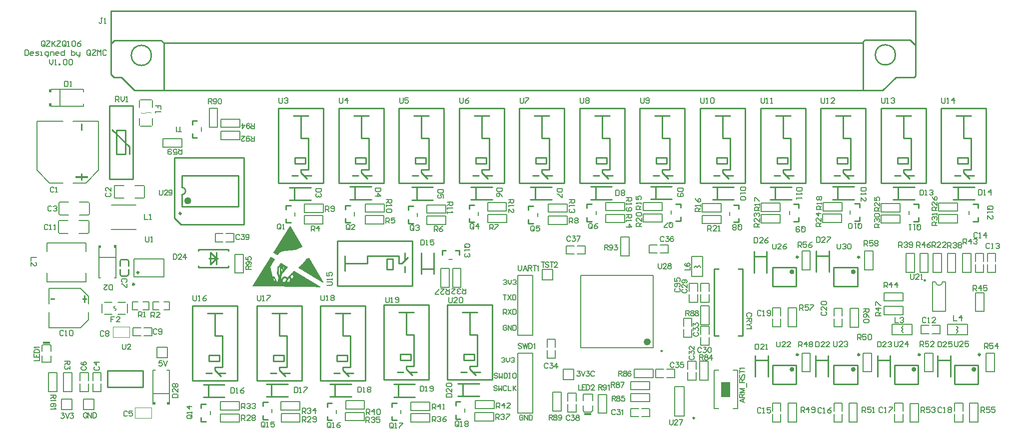
<source format=gto>
G04*
G04 #@! TF.GenerationSoftware,Altium Limited,Altium Designer,21.9.1 (22)*
G04*
G04 Layer_Color=65535*
%FSLAX25Y25*%
%MOIN*%
G70*
G04*
G04 #@! TF.SameCoordinates,6B560933-D042-473C-9E78-3B088F3B31AC*
G04*
G04*
G04 #@! TF.FilePolarity,Positive*
G04*
G01*
G75*
%ADD10C,0.01575*%
%ADD11C,0.01181*%
%ADD12C,0.00591*%
%ADD13C,0.00984*%
%ADD14C,0.00600*%
%ADD15C,0.00300*%
%ADD16C,0.01000*%
%ADD17C,0.00598*%
%ADD18C,0.02362*%
%ADD19C,0.00394*%
%ADD20C,0.00700*%
%ADD21C,0.00787*%
%ADD22C,0.00070*%
%ADD23R,0.05906X0.09843*%
%ADD24R,0.04724X0.01181*%
G36*
X20387Y89087D02*
Y89866D01*
X23505D01*
Y89087D01*
X20387D01*
D02*
G37*
G36*
X43643Y89866D02*
X44813D01*
Y89087D01*
X43643D01*
Y86878D01*
X42864D01*
Y89087D01*
X41695D01*
Y89866D01*
X42864D01*
Y92075D01*
X43643D01*
Y89866D01*
D02*
G37*
G36*
X88484Y20767D02*
X90564D01*
Y18967D01*
X88484D01*
Y20767D01*
D02*
G37*
G36*
X100117D02*
X98036D01*
Y18967D01*
X100117D01*
Y20767D01*
D02*
G37*
G36*
X155410Y98550D02*
X178910Y99850D01*
X200010Y97850D01*
X155110D01*
X155010Y97950D01*
X155410Y98550D01*
D02*
G37*
G36*
X54185Y123689D02*
X52584Y123694D01*
X52602Y125503D01*
X54185Y125489D01*
Y123689D01*
D02*
G37*
G36*
X64415Y123721D02*
X62814Y123726D01*
X62832Y125536D01*
X64415Y125521D01*
Y123721D01*
D02*
G37*
G36*
X41935Y171682D02*
X45382D01*
Y170466D01*
X41935D01*
Y168641D01*
X40718D01*
Y170466D01*
X37272D01*
Y171682D01*
X40718D01*
Y173507D01*
X41935D01*
Y171682D01*
D02*
G37*
G36*
X21167Y218183D02*
Y220264D01*
X19367D01*
Y218183D01*
X21167D01*
D02*
G37*
G36*
X40718Y206759D02*
X41935D01*
Y201893D01*
X40718D01*
Y206759D01*
D02*
G37*
G36*
X21167Y229817D02*
Y227736D01*
X19367D01*
Y229817D01*
X21167D01*
D02*
G37*
D10*
X556706Y107756D02*
G03*
X556706Y107756I-787J0D01*
G01*
X515763D02*
G03*
X515763Y107756I-787J0D01*
G01*
Y42543D02*
G03*
X515763Y42543I-787J0D01*
G01*
X556706D02*
G03*
X556706Y42543I-787J0D01*
G01*
X637206D02*
G03*
X637206Y42543I-787J0D01*
G01*
X597106D02*
G03*
X597106Y42543I-787J0D01*
G01*
D11*
X560052Y117599D02*
G03*
X560052Y117599I-591J0D01*
G01*
X519109D02*
G03*
X519109Y117599I-591J0D01*
G01*
Y52386D02*
G03*
X519109Y52386I-591J0D01*
G01*
X560052D02*
G03*
X560052Y52386I-591J0D01*
G01*
X640552D02*
G03*
X640552Y52386I-591J0D01*
G01*
X600452D02*
G03*
X600452Y52386I-591J0D01*
G01*
X79291Y107272D02*
G03*
X79291Y107272I-591J0D01*
G01*
X76380Y99398D02*
G03*
X76380Y99398I-591J0D01*
G01*
X107533Y146729D02*
G03*
X107533Y146729I-591J0D01*
G01*
D12*
X610738Y101042D02*
G03*
X615462Y101042I2362J0D01*
G01*
X521744Y109101D02*
Y121699D01*
X527256D01*
Y109101D02*
Y121699D01*
X521744Y109101D02*
X527256D01*
X507613Y78247D02*
Y83562D01*
X502102D02*
X507613D01*
X502102Y78247D02*
Y83562D01*
X507613Y71062D02*
Y76279D01*
X502102Y70964D02*
X507613D01*
X502102Y71062D02*
Y76279D01*
X517956Y70964D02*
Y83562D01*
X512444Y70964D02*
X517956D01*
X512444D02*
Y83562D01*
X517956D01*
X548556Y78184D02*
Y83499D01*
X543044D02*
X548556D01*
X543044Y78184D02*
Y83499D01*
X548556Y70999D02*
Y76216D01*
X543044Y70901D02*
X548556D01*
X543044Y70999D02*
Y76216D01*
X559456Y70801D02*
Y83399D01*
X553944Y70801D02*
X559456D01*
X553944D02*
Y83399D01*
X559456D01*
X644544Y40868D02*
Y53466D01*
X650056D01*
Y40868D02*
Y53466D01*
X644544Y40868D02*
X650056D01*
X603444D02*
Y53466D01*
X608956D01*
Y40868D02*
Y53466D01*
X603444Y40868D02*
X608956D01*
X562544D02*
Y53466D01*
X568056D01*
Y40868D02*
Y53466D01*
X562544Y40868D02*
X568056D01*
X521744D02*
Y53466D01*
X527256D01*
Y40868D02*
Y53466D01*
X521744Y40868D02*
X527256D01*
X507613Y14613D02*
Y19928D01*
X502102D02*
X507613D01*
X502102Y14613D02*
Y19928D01*
X507613Y7428D02*
Y12645D01*
X502102Y7330D02*
X507613D01*
X502102Y7428D02*
Y12645D01*
X517956Y7344D02*
Y19942D01*
X512444Y7344D02*
X517956D01*
X512444D02*
Y19942D01*
X517956D01*
X548556Y14613D02*
Y19928D01*
X543044D02*
X548556D01*
X543044Y14613D02*
Y19928D01*
X548556Y7428D02*
Y12645D01*
X543044Y7330D02*
X548556D01*
X543044Y7428D02*
Y12645D01*
X558556Y7344D02*
Y19942D01*
X553044Y7344D02*
X558556D01*
X553044D02*
Y19942D01*
X558556D01*
X588956Y14784D02*
Y20099D01*
X583444D02*
X588956D01*
X583444Y14784D02*
Y20099D01*
X588956Y7599D02*
Y12816D01*
X583444Y7501D02*
X588956D01*
X583444Y7599D02*
Y12816D01*
X599456Y7201D02*
Y19799D01*
X593944Y7201D02*
X599456D01*
X593944D02*
Y19799D01*
X599456D01*
X639106Y7351D02*
Y19949D01*
X633595Y7351D02*
X639106D01*
X633595D02*
Y19949D01*
X639106D01*
X629056Y14684D02*
Y19999D01*
X623544D02*
X629056D01*
X623544Y14684D02*
Y19999D01*
X629056Y7499D02*
Y12716D01*
X623544Y7401D02*
X629056D01*
X623544Y7499D02*
Y12716D01*
X608384Y66444D02*
X613699D01*
Y71956D01*
X608384D02*
X613699D01*
X601199Y66444D02*
X606416D01*
X601101D02*
Y71956D01*
X601199D02*
X606416D01*
X581768Y72738D02*
X595232D01*
Y65663D02*
Y72738D01*
X588106Y68216D02*
X589189Y67133D01*
X588106Y68216D02*
X589189Y69298D01*
X588008Y70480D02*
X589189Y69298D01*
X588008Y70480D02*
X588008D01*
X588008D02*
X589189Y71661D01*
X581768Y65663D02*
Y72738D01*
Y65663D02*
X595232D01*
X618668Y65662D02*
X632132D01*
X618668D02*
Y72737D01*
X624711Y71267D02*
X625794Y70184D01*
X624711Y69102D02*
X625794Y70184D01*
X624711Y69102D02*
X625892Y67921D01*
X625892D01*
X624711Y66739D02*
X625892Y67921D01*
X632132Y65662D02*
Y72737D01*
X618668D02*
X632132D01*
X637544Y81201D02*
Y93799D01*
X643056D01*
Y81201D02*
Y93799D01*
X637544Y81201D02*
X643056D01*
X645406Y107358D02*
Y112672D01*
Y107358D02*
X650918D01*
Y112672D01*
X645406Y114641D02*
Y119858D01*
Y119956D02*
X650918D01*
Y114641D02*
Y119858D01*
X637304Y107358D02*
Y112672D01*
Y107358D02*
X642816D01*
Y112672D01*
X637304Y114641D02*
Y119858D01*
Y119956D02*
X642816D01*
Y114641D02*
Y119858D01*
X628823Y107358D02*
Y119956D01*
X634335D01*
Y107358D02*
Y119956D01*
X628823Y107358D02*
X634335D01*
X624160Y107358D02*
Y119956D01*
X618648Y107358D02*
X624160D01*
X618648D02*
Y119956D01*
X624160D01*
X614656Y107358D02*
Y119956D01*
X609144Y107358D02*
X614656D01*
X609144D02*
Y119956D01*
X614656D01*
X605817Y107358D02*
Y119956D01*
X600305Y107358D02*
X605817D01*
X600305D02*
Y119956D01*
X605817D01*
X596756Y107358D02*
Y119956D01*
X591244Y107358D02*
X596756D01*
X591244D02*
Y119956D01*
X596756D01*
X615462Y101042D02*
X617431D01*
X608769D02*
X610738D01*
X608769Y81358D02*
X617431D01*
X608769D02*
Y101042D01*
X617431Y81358D02*
Y101042D01*
X576411Y84656D02*
X589010D01*
Y79144D02*
Y84656D01*
X576411Y79144D02*
X589010D01*
X576411D02*
Y84656D01*
X563444Y109101D02*
X568956D01*
Y121699D01*
X563444D02*
X568956D01*
X563444Y109101D02*
Y121699D01*
X576411Y88287D02*
Y93799D01*
Y88287D02*
X589010D01*
Y93799D01*
X576411D02*
X589010D01*
X75599Y70456D02*
X80816D01*
X75501Y64944D02*
Y70456D01*
X75599Y64944D02*
X80816D01*
X82784Y70456D02*
X88099D01*
Y64944D02*
Y70456D01*
X82784Y64944D02*
X88099D01*
X130399Y133356D02*
X135616D01*
X130301Y127844D02*
Y133356D01*
X130399Y127844D02*
X135616D01*
X137584Y133356D02*
X142899D01*
Y127844D02*
Y133356D01*
X137584Y127844D02*
X142899D01*
X370956Y21324D02*
Y26541D01*
X365444Y26639D02*
X370956D01*
X365444Y21324D02*
Y26541D01*
X370956Y14041D02*
Y19356D01*
X365444Y14041D02*
X370956D01*
X365444D02*
Y19356D01*
X54256Y34884D02*
Y40101D01*
X48744Y40199D02*
X54256D01*
X48744Y34884D02*
Y40101D01*
X54256Y27601D02*
Y32916D01*
X48744Y27601D02*
X54256D01*
X48744D02*
Y32916D01*
X446544Y87295D02*
Y92610D01*
Y87295D02*
X452056D01*
Y92610D01*
X446544Y94578D02*
Y99795D01*
Y99893D02*
X452056D01*
Y94578D02*
Y99795D01*
X371784Y119644D02*
X377099D01*
Y125156D01*
X371784D02*
X377099D01*
X364599Y119644D02*
X369816D01*
X364501D02*
Y125156D01*
X364599D02*
X369816D01*
X455338Y104668D02*
Y118132D01*
X448263Y104668D02*
X455338D01*
X449733Y110711D02*
X450816Y111794D01*
X451898Y110711D01*
X453080Y111892D01*
Y111892D01*
X454261Y110711D01*
X448263Y118132D02*
X455338D01*
X448263Y104668D02*
Y118132D01*
X348600Y102200D02*
X355600D01*
X348600D02*
Y109200D01*
X355600D01*
Y102200D02*
Y109200D01*
X95501Y191044D02*
Y196556D01*
Y191044D02*
X108099D01*
Y196556D01*
X95501D02*
X108099D01*
X143444Y106858D02*
X148956D01*
Y119456D01*
X143444D02*
X148956D01*
X143444Y106858D02*
Y119456D01*
X303701Y16244D02*
Y21756D01*
Y16244D02*
X316299D01*
Y21756D01*
X303701D02*
X316299D01*
X260901Y15044D02*
Y20556D01*
Y15044D02*
X273499D01*
Y20556D01*
X260901D02*
X273499D01*
X217301Y16117D02*
Y21629D01*
Y16117D02*
X229899D01*
Y21629D01*
X217301D02*
X229899D01*
X303401Y8044D02*
Y13556D01*
Y8044D02*
X315999D01*
Y13556D01*
X303401D02*
X315999D01*
X260901Y7344D02*
Y12856D01*
Y7344D02*
X273499D01*
Y12856D01*
X260901D02*
X273499D01*
X217101Y8308D02*
Y13820D01*
Y8308D02*
X229699D01*
Y13820D01*
X217101D02*
X229699D01*
X174201Y15444D02*
Y20956D01*
Y15444D02*
X186799D01*
Y20956D01*
X174201D02*
X186799D01*
X133801Y15344D02*
Y20856D01*
Y15344D02*
X146399D01*
Y20856D01*
X133801D02*
X146399D01*
X288744Y109913D02*
X294256D01*
X288744Y97315D02*
Y109913D01*
Y97315D02*
X294256D01*
Y109913D01*
X625399Y140344D02*
Y145856D01*
X612801D02*
X625399D01*
X612801Y140344D02*
Y145856D01*
Y140344D02*
X625399D01*
X587199Y140244D02*
Y145756D01*
X574601D02*
X587199D01*
X574601Y140244D02*
Y145756D01*
Y140244D02*
X587199D01*
X174301Y7344D02*
Y12856D01*
Y7344D02*
X186899D01*
Y12856D01*
X174301D02*
X186899D01*
X133901Y7244D02*
Y12756D01*
Y7244D02*
X146499D01*
Y12756D01*
X133901D02*
X146499D01*
X280844Y110013D02*
X286356D01*
X280844Y97415D02*
Y110013D01*
Y97415D02*
X286356D01*
Y110013D01*
X625399Y148244D02*
Y153756D01*
X612801D02*
X625399D01*
X612801Y148244D02*
Y153756D01*
Y148244D02*
X625399D01*
X586999Y147844D02*
Y153356D01*
X574401D02*
X586999D01*
X574401Y147844D02*
Y153356D01*
Y147844D02*
X586999D01*
X548199Y140844D02*
Y146356D01*
X535601D02*
X548199D01*
X535601Y140844D02*
Y146356D01*
Y140844D02*
X548199D01*
X507099Y140444D02*
Y145956D01*
X494501D02*
X507099D01*
X494501Y140444D02*
Y145956D01*
Y140444D02*
X507099D01*
X467799Y139944D02*
Y145456D01*
X455201D02*
X467799D01*
X455201Y139944D02*
Y145456D01*
Y139944D02*
X467799D01*
X428399Y140904D02*
Y146416D01*
X415801D02*
X428399D01*
X415801Y140904D02*
Y146416D01*
Y140904D02*
X428399D01*
X390901Y148644D02*
Y154156D01*
Y148644D02*
X403499D01*
Y154156D01*
X390901D02*
X403499D01*
X548399Y148484D02*
Y153996D01*
X535801D02*
X548399D01*
X535801Y148484D02*
Y153996D01*
Y148484D02*
X548399D01*
X507199Y148084D02*
Y153596D01*
X494601D02*
X507199D01*
X494601Y148084D02*
Y153596D01*
Y148084D02*
X507199D01*
X467799Y147844D02*
Y153356D01*
X455201D02*
X467799D01*
X455201Y147844D02*
Y153356D01*
Y147844D02*
X467799D01*
X428456Y148544D02*
Y154056D01*
X415858D02*
X428456D01*
X415858Y148544D02*
Y154056D01*
Y148544D02*
X428456D01*
X390901Y140544D02*
Y146056D01*
Y140544D02*
X403499D01*
Y146056D01*
X390901D02*
X403499D01*
X352401Y147544D02*
Y153056D01*
Y147544D02*
X364999D01*
Y153056D01*
X352401D02*
X364999D01*
X312001Y148344D02*
Y153856D01*
Y148344D02*
X324599D01*
Y153856D01*
X312001D02*
X324599D01*
X271444Y146903D02*
Y152415D01*
Y146903D02*
X284043D01*
Y152415D01*
X271444D02*
X284043D01*
X230401Y147603D02*
Y153115D01*
Y147603D02*
X242999D01*
Y153115D01*
X230401D02*
X242999D01*
X189758Y147344D02*
Y152856D01*
Y147344D02*
X202356D01*
Y152856D01*
X189758D02*
X202356D01*
X352501Y139344D02*
Y144856D01*
Y139344D02*
X365099D01*
Y144856D01*
X352501D02*
X365099D01*
X312201Y140644D02*
Y146156D01*
Y140644D02*
X324799D01*
Y146156D01*
X312201D02*
X324799D01*
X271544Y139344D02*
Y144856D01*
Y139344D02*
X284142D01*
Y144856D01*
X271544D02*
X284142D01*
X230301Y139744D02*
Y145256D01*
Y139744D02*
X242899D01*
Y145256D01*
X230301D02*
X242899D01*
X189657Y139744D02*
Y145256D01*
Y139744D02*
X202256D01*
Y145256D01*
X189657D02*
X202256D01*
X134158Y209756D02*
X146756D01*
Y204244D02*
Y209756D01*
X134158Y204244D02*
X146756D01*
X134158D02*
Y209756D01*
X134257Y201656D02*
X146856D01*
Y196144D02*
Y201656D01*
X134257Y196144D02*
X146856D01*
X134257D02*
Y201656D01*
X131856Y204501D02*
Y217099D01*
X126344Y204501D02*
X131856D01*
X126344D02*
Y217099D01*
X131856D01*
X459056Y35357D02*
Y47956D01*
X453544Y35357D02*
X459056D01*
X453544D02*
Y47956D01*
X459056D01*
X400844Y118501D02*
Y131099D01*
X406356D01*
Y118501D02*
Y131099D01*
X400844Y118501D02*
X406356D01*
X391356Y13201D02*
Y25799D01*
X385844Y13201D02*
X391356D01*
X385844D02*
Y25799D01*
X391356D01*
X355544Y14801D02*
Y27399D01*
X361056D01*
Y14801D02*
Y27399D01*
X355544Y14801D02*
X361056D01*
X459720Y72334D02*
Y84932D01*
X454208Y72334D02*
X459720D01*
X454208D02*
Y84932D01*
X459720D01*
X407401Y28944D02*
X419999D01*
X407401D02*
Y34456D01*
X419999D01*
Y28944D02*
Y34456D01*
X409801Y37044D02*
X422399D01*
X409801D02*
Y42556D01*
X422399D01*
Y37044D02*
Y42556D01*
X407401Y20944D02*
X419999D01*
X407401D02*
Y26456D01*
X419999D01*
Y20944D02*
Y26456D01*
Y125731D02*
X425216D01*
X419901Y120220D02*
Y125731D01*
X419999Y120220D02*
X425216D01*
X427184Y125731D02*
X432499D01*
Y120220D02*
Y125731D01*
X427184Y120220D02*
X432499D01*
X431484Y37144D02*
X436701D01*
X436799D02*
Y42656D01*
X431484D02*
X436701D01*
X424201Y37144D02*
X429516D01*
X424201D02*
Y42656D01*
X429516D01*
X351644Y50099D02*
Y55316D01*
Y50001D02*
X357156D01*
Y50099D02*
Y55316D01*
X351644Y57284D02*
Y62599D01*
X357156D01*
Y57284D02*
Y62599D01*
X448156Y71384D02*
Y76601D01*
X442644Y76699D02*
X448156D01*
X442644Y71384D02*
Y76601D01*
X448156Y64101D02*
Y69416D01*
X442644Y64101D02*
X448156D01*
X442644D02*
Y69416D01*
X451056Y42541D02*
Y47758D01*
X445544Y47856D02*
X451056D01*
X445544Y42541D02*
Y47758D01*
X451056Y35258D02*
Y40572D01*
X445544Y35258D02*
X451056D01*
X445544D02*
Y40572D01*
X414684Y10944D02*
X419901D01*
X419999D02*
Y16456D01*
X414684D02*
X419901D01*
X407401Y10944D02*
X412716D01*
X407401D02*
Y16456D01*
X412716D01*
X454244Y58799D02*
Y64016D01*
Y58701D02*
X459756D01*
Y58799D02*
Y64016D01*
X454244Y65984D02*
Y71299D01*
X459756D01*
Y65984D02*
Y71299D01*
X454208Y87393D02*
Y92610D01*
Y87295D02*
X459720D01*
Y87393D02*
Y92610D01*
X454208Y94578D02*
Y99893D01*
X459720D01*
Y94578D02*
Y99893D01*
X362500Y35600D02*
Y42600D01*
Y35600D02*
X369500D01*
Y42600D01*
X362500D02*
X369500D01*
X24656Y27601D02*
Y40199D01*
X19144Y27601D02*
X24656D01*
X19144D02*
Y40199D01*
X24656D01*
X29144Y27712D02*
Y40310D01*
X34656D01*
Y27712D02*
Y40310D01*
X29144Y27712D02*
X34656D01*
X42400Y22511D02*
X49400D01*
X42400Y15511D02*
Y22511D01*
Y15511D02*
X49400D01*
Y22511D01*
X45656Y34995D02*
Y40212D01*
X40144Y40310D02*
X45656D01*
X40144Y34995D02*
Y40212D01*
X45656Y27712D02*
Y33027D01*
X40144Y27712D02*
X45656D01*
X40144D02*
Y33027D01*
X91400Y50377D02*
Y57377D01*
Y50377D02*
X98400D01*
Y57377D01*
X91400D02*
X98400D01*
X27700Y15800D02*
Y22800D01*
X34700D01*
Y15800D02*
Y22800D01*
X27700Y15800D02*
X34700D01*
D13*
X604143Y102047D02*
G03*
X604143Y102047I-492J0D01*
G01*
X449995Y10086D02*
G03*
X449995Y10086I-492J0D01*
G01*
X428613Y54822D02*
G03*
X428613Y54822I-492J0D01*
G01*
D14*
X45693Y145798D02*
G03*
X46293Y146398I0J600D01*
G01*
Y153802D02*
G03*
X45693Y154402I-600J0D01*
G01*
X26107Y146398D02*
G03*
X26707Y145798I600J0D01*
G01*
Y154402D02*
G03*
X26107Y153802I0J-600D01*
G01*
X63607Y165502D02*
G03*
X63007Y164902I0J-600D01*
G01*
Y157498D02*
G03*
X63607Y156898I600J0D01*
G01*
X83193Y164902D02*
G03*
X82593Y165502I-600J0D01*
G01*
Y156898D02*
G03*
X83193Y157498I0J600D01*
G01*
X45393Y133498D02*
G03*
X45993Y134098I0J600D01*
G01*
Y141502D02*
G03*
X45393Y142102I-600J0D01*
G01*
X25807Y134098D02*
G03*
X26407Y133498I600J0D01*
G01*
Y142102D02*
G03*
X25807Y141502I0J-600D01*
G01*
X88783Y26488D02*
X99817D01*
X88783Y20467D02*
Y41933D01*
X99817Y20467D02*
Y41933D01*
X88783D02*
X90364D01*
X98236D02*
X99817D01*
X39847Y154402D02*
X45693D01*
X39847Y145798D02*
X45693D01*
X46293Y146398D02*
Y153802D01*
X26707Y154402D02*
X32553D01*
X26707Y145798D02*
X32553D01*
X26107Y146398D02*
Y153802D01*
X63607Y156898D02*
X69454D01*
X63607Y165502D02*
X69454D01*
X63007Y157498D02*
Y164902D01*
X76746Y156898D02*
X82593D01*
X76746Y165502D02*
X82593D01*
X83193Y157498D02*
Y164902D01*
X39546Y142102D02*
X45393D01*
X39546Y133498D02*
X45393D01*
X45993Y134098D02*
Y141502D01*
X26407Y142102D02*
X32254D01*
X26407Y133498D02*
X32254D01*
X25807Y134098D02*
Y141502D01*
X26888Y218483D02*
Y229517D01*
X20867D02*
X42333D01*
X20867Y218483D02*
X42333D01*
Y227936D02*
Y229517D01*
Y218483D02*
Y220064D01*
X88502Y217546D02*
Y222232D01*
Y205568D02*
Y210254D01*
X80498Y222832D02*
X87902D01*
X80498Y204968D02*
X87902D01*
X79898Y217546D02*
Y222232D01*
Y205568D02*
Y210254D01*
X61226Y152420D02*
Y152474D01*
X77574D01*
Y152420D02*
Y152474D01*
X61226Y136126D02*
Y136180D01*
Y136126D02*
X77574D01*
Y136180D01*
X11424Y208276D02*
X28644D01*
X11424Y175535D02*
Y208276D01*
Y175535D02*
X19835Y167124D01*
X28644D01*
X35356Y208276D02*
X52576D01*
Y175535D02*
Y208276D01*
X44165Y167124D02*
X52576Y175535D01*
X35356Y167124D02*
X44165D01*
X76254Y104310D02*
Y116290D01*
X96146D01*
Y104310D02*
Y116290D01*
X76254Y104310D02*
X96146D01*
X56400Y79300D02*
X61400D01*
X65544D02*
X70400D01*
X65400Y87300D02*
X70400D01*
X56400D02*
X61400D01*
X52885Y117280D02*
X64115D01*
Y103579D02*
Y124021D01*
X52930Y103564D02*
X53872Y103590D01*
X63173Y103552D02*
X64115Y103579D01*
X52885D02*
Y124021D01*
X19310Y96790D02*
X19389Y86410D01*
X19310Y96790D02*
X40400D01*
X45890Y91300D01*
X45837Y86200D02*
X45890Y91300D01*
X19308Y70208D02*
X19334Y80714D01*
X19308Y70208D02*
X40395D01*
X45892Y75705D01*
Y80800D01*
X75147Y87601D02*
X78922D01*
X75147Y82399D02*
Y87601D01*
Y82399D02*
X78922D01*
X82278Y87601D02*
X86053D01*
Y82399D02*
Y87601D01*
X82278Y82399D02*
X86053D01*
X88847Y87601D02*
X92622D01*
X88847Y82399D02*
Y87601D01*
Y82399D02*
X92622D01*
X95978Y87601D02*
X99753D01*
Y82399D02*
Y87601D01*
X95978Y82399D02*
X99753D01*
X322500Y79400D02*
Y82599D01*
X324099D01*
X324633Y82066D01*
Y80999D01*
X324099Y80466D01*
X322500D01*
X323566D02*
X324633Y79400D01*
X325699Y82599D02*
X327832Y79400D01*
Y82599D02*
X325699Y79400D01*
X328898Y82599D02*
Y79400D01*
X330497D01*
X331031Y79933D01*
Y82066D01*
X330497Y82599D01*
X328898D01*
X322400Y92299D02*
X324533D01*
X323466D01*
Y89100D01*
X325599Y92299D02*
X327732Y89100D01*
Y92299D02*
X325599Y89100D01*
X328798Y92299D02*
Y89100D01*
X330397D01*
X330931Y89633D01*
Y91766D01*
X330397Y92299D01*
X328798D01*
X322500Y101866D02*
X323033Y102399D01*
X324099D01*
X324633Y101866D01*
Y101333D01*
X324099Y100800D01*
X323566D01*
X324099D01*
X324633Y100266D01*
Y99733D01*
X324099Y99200D01*
X323033D01*
X322500Y99733D01*
X325699Y102399D02*
Y100266D01*
X326765Y99200D01*
X327832Y100266D01*
Y102399D01*
X328898Y101866D02*
X329431Y102399D01*
X330497D01*
X331031Y101866D01*
Y101333D01*
X330497Y100800D01*
X329964D01*
X330497D01*
X331031Y100266D01*
Y99733D01*
X330497Y99200D01*
X329431D01*
X328898Y99733D01*
X321300Y49866D02*
X321833Y50399D01*
X322900D01*
X323433Y49866D01*
Y49333D01*
X322900Y48799D01*
X322366D01*
X322900D01*
X323433Y48266D01*
Y47733D01*
X322900Y47200D01*
X321833D01*
X321300Y47733D01*
X324499Y50399D02*
Y48266D01*
X325565Y47200D01*
X326632Y48266D01*
Y50399D01*
X327698Y49866D02*
X328231Y50399D01*
X329297D01*
X329831Y49866D01*
Y49333D01*
X329297Y48799D01*
X328764D01*
X329297D01*
X329831Y48266D01*
Y47733D01*
X329297Y47200D01*
X328231D01*
X327698Y47733D01*
X318733Y39366D02*
X318199Y39899D01*
X317133D01*
X316600Y39366D01*
Y38833D01*
X317133Y38300D01*
X318199D01*
X318733Y37766D01*
Y37233D01*
X318199Y36700D01*
X317133D01*
X316600Y37233D01*
X319799Y39899D02*
Y36700D01*
X320865Y37766D01*
X321932Y36700D01*
Y39899D01*
X322998D02*
Y36700D01*
X324597D01*
X325131Y37233D01*
Y39366D01*
X324597Y39899D01*
X322998D01*
X326197D02*
X327263D01*
X326730D01*
Y36700D01*
X326197D01*
X327263D01*
X330462Y39899D02*
X329396D01*
X328863Y39366D01*
Y37233D01*
X329396Y36700D01*
X330462D01*
X330995Y37233D01*
Y39366D01*
X330462Y39899D01*
X318333Y31166D02*
X317799Y31699D01*
X316733D01*
X316200Y31166D01*
Y30633D01*
X316733Y30099D01*
X317799D01*
X318333Y29566D01*
Y29033D01*
X317799Y28500D01*
X316733D01*
X316200Y29033D01*
X319399Y31699D02*
Y28500D01*
X320465Y29566D01*
X321532Y28500D01*
Y31699D01*
X324731Y31166D02*
X324197Y31699D01*
X323131D01*
X322598Y31166D01*
Y29033D01*
X323131Y28500D01*
X324197D01*
X324731Y29033D01*
X325797Y31699D02*
Y28500D01*
X327930D01*
X328996Y31699D02*
Y28500D01*
Y29566D01*
X331129Y31699D01*
X329529Y30099D01*
X331129Y28500D01*
X335533Y11466D02*
X334999Y11999D01*
X333933D01*
X333400Y11466D01*
Y9333D01*
X333933Y8800D01*
X334999D01*
X335533Y9333D01*
Y10400D01*
X334466D01*
X336599Y8800D02*
Y11999D01*
X338732Y8800D01*
Y11999D01*
X339798D02*
Y8800D01*
X341397D01*
X341931Y9333D01*
Y11466D01*
X341397Y11999D01*
X339798D01*
X324633Y71466D02*
X324099Y71999D01*
X323033D01*
X322500Y71466D01*
Y69333D01*
X323033Y68800D01*
X324099D01*
X324633Y69333D01*
Y70399D01*
X323566D01*
X325699Y68800D02*
Y71999D01*
X327832Y68800D01*
Y71999D01*
X328898D02*
Y68800D01*
X330497D01*
X331031Y69333D01*
Y71466D01*
X330497Y71999D01*
X328898D01*
X101901Y23800D02*
X105400D01*
Y25549D01*
X104817Y26133D01*
X102484D01*
X101901Y25549D01*
Y23800D01*
X105400Y29632D02*
Y27299D01*
X103067Y29632D01*
X102484D01*
X101901Y29048D01*
Y27882D01*
X102484Y27299D01*
Y30798D02*
X101901Y31381D01*
Y32547D01*
X102484Y33130D01*
X103067D01*
X103651Y32547D01*
X104234Y33130D01*
X104817D01*
X105400Y32547D01*
Y31381D01*
X104817Y30798D01*
X104234D01*
X103651Y31381D01*
X103067Y30798D01*
X102484D01*
X103651Y31381D02*
Y32547D01*
X545136Y126487D02*
Y123571D01*
X545719Y122988D01*
X546886D01*
X547469Y123571D01*
Y126487D01*
X548635Y125903D02*
X549218Y126487D01*
X550385D01*
X550968Y125903D01*
Y125320D01*
X550385Y124737D01*
X549801D01*
X550385D01*
X550968Y124154D01*
Y123571D01*
X550385Y122988D01*
X549218D01*
X548635Y123571D01*
X552134Y125903D02*
X552717Y126487D01*
X553884D01*
X554467Y125903D01*
Y123571D01*
X553884Y122988D01*
X552717D01*
X552134Y123571D01*
Y125903D01*
X501958Y126487D02*
Y123571D01*
X502541Y122988D01*
X503707D01*
X504290Y123571D01*
Y126487D01*
X507789Y122988D02*
X505456D01*
X507789Y125320D01*
Y125903D01*
X507206Y126487D01*
X506039D01*
X505456Y125903D01*
X511288Y126487D02*
X510121Y125903D01*
X508955Y124737D01*
Y123571D01*
X509538Y122988D01*
X510705D01*
X511288Y123571D01*
Y124154D01*
X510705Y124737D01*
X508955D01*
X562883Y83065D02*
X566382D01*
Y81316D01*
X565798Y80733D01*
X564632D01*
X564049Y81316D01*
Y83065D01*
Y81899D02*
X562883Y80733D01*
X566382Y77234D02*
X565798Y78400D01*
X564632Y79567D01*
X563466D01*
X562883Y78983D01*
Y77817D01*
X563466Y77234D01*
X564049D01*
X564632Y77817D01*
Y79567D01*
X565798Y76068D02*
X566382Y75485D01*
Y74318D01*
X565798Y73735D01*
X563466D01*
X562883Y74318D01*
Y75485D01*
X563466Y76068D01*
X565798D01*
X563200Y125031D02*
Y128530D01*
X564949D01*
X565533Y127947D01*
Y126781D01*
X564949Y126198D01*
X563200D01*
X564366D02*
X565533Y125031D01*
X569031Y128530D02*
X566699D01*
Y126781D01*
X567865Y127364D01*
X568448D01*
X569031Y126781D01*
Y125615D01*
X568448Y125031D01*
X567282D01*
X566699Y125615D01*
X570198Y127947D02*
X570781Y128530D01*
X571947D01*
X572530Y127947D01*
Y127364D01*
X571947Y126781D01*
X572530Y126198D01*
Y125615D01*
X571947Y125031D01*
X570781D01*
X570198Y125615D01*
Y126198D01*
X570781Y126781D01*
X570198Y127364D01*
Y127947D01*
X570781Y126781D02*
X571947D01*
X520189Y82176D02*
Y85675D01*
X521938D01*
X522521Y85092D01*
Y83926D01*
X521938Y83343D01*
X520189D01*
X521355D02*
X522521Y82176D01*
X526020Y85675D02*
X523687D01*
Y83926D01*
X524854Y84509D01*
X525437D01*
X526020Y83926D01*
Y82759D01*
X525437Y82176D01*
X524270D01*
X523687Y82759D01*
X527186Y85675D02*
X529519D01*
Y85092D01*
X527186Y82759D01*
Y82176D01*
X518955Y124042D02*
Y127541D01*
X520704D01*
X521287Y126958D01*
Y125792D01*
X520704Y125209D01*
X518955D01*
X520121D02*
X521287Y124042D01*
X524786Y127541D02*
X522453D01*
Y125792D01*
X523620Y126375D01*
X524203D01*
X524786Y125792D01*
Y124626D01*
X524203Y124042D01*
X523036D01*
X522453Y124626D01*
X528285Y127541D02*
X527118Y126958D01*
X525952Y125792D01*
Y124626D01*
X526535Y124042D01*
X527702D01*
X528285Y124626D01*
Y125209D01*
X527702Y125792D01*
X525952D01*
X531300Y130930D02*
Y127431D01*
X533049D01*
X533633Y128015D01*
Y130347D01*
X533049Y130930D01*
X531300D01*
X537132Y127431D02*
X534799D01*
X537132Y129764D01*
Y130347D01*
X536548Y130930D01*
X535382D01*
X534799Y130347D01*
X538298Y130930D02*
X540630D01*
Y130347D01*
X538298Y128015D01*
Y127431D01*
X489800Y130530D02*
Y127032D01*
X491549D01*
X492133Y127615D01*
Y129947D01*
X491549Y130530D01*
X489800D01*
X495632Y127032D02*
X493299D01*
X495632Y129364D01*
Y129947D01*
X495048Y130530D01*
X493882D01*
X493299Y129947D01*
X499130Y130530D02*
X497964Y129947D01*
X496798Y128781D01*
Y127615D01*
X497381Y127032D01*
X498547D01*
X499130Y127615D01*
Y128198D01*
X498547Y128781D01*
X496798D01*
X535037Y80966D02*
X534454Y80383D01*
Y79216D01*
X535037Y78633D01*
X537370D01*
X537953Y79216D01*
Y80383D01*
X537370Y80966D01*
X537953Y84465D02*
Y82132D01*
X535620Y84465D01*
X535037D01*
X534454Y83881D01*
Y82715D01*
X535037Y82132D01*
Y85631D02*
X534454Y86214D01*
Y87380D01*
X535037Y87963D01*
X537370D01*
X537953Y87380D01*
Y86214D01*
X537370Y85631D01*
X535037D01*
X494290Y81316D02*
X493707Y81899D01*
X492541D01*
X491957Y81316D01*
Y78983D01*
X492541Y78400D01*
X493707D01*
X494290Y78983D01*
X495456Y78400D02*
X496623D01*
X496039D01*
Y81899D01*
X495456Y81316D01*
X498372Y78983D02*
X498955Y78400D01*
X500121D01*
X500704Y78983D01*
Y81316D01*
X500121Y81899D01*
X498955D01*
X498372Y81316D01*
Y80733D01*
X498955Y80149D01*
X500704D01*
X594000Y106307D02*
Y103392D01*
X594583Y102809D01*
X595749D01*
X596333Y103392D01*
Y106307D01*
X599831Y102809D02*
X597499D01*
X599831Y105141D01*
Y105724D01*
X599248Y106307D01*
X598082D01*
X597499Y105724D01*
X600998Y102809D02*
X602164D01*
X601581D01*
Y106307D01*
X600998Y105724D01*
X623400Y61230D02*
Y58315D01*
X623983Y57731D01*
X625149D01*
X625733Y58315D01*
Y61230D01*
X629232Y57731D02*
X626899D01*
X629232Y60064D01*
Y60647D01*
X628648Y61230D01*
X627482D01*
X626899Y60647D01*
X632730Y61230D02*
X630398D01*
Y59481D01*
X631564Y60064D01*
X632147D01*
X632730Y59481D01*
Y58315D01*
X632147Y57731D01*
X630981D01*
X630398Y58315D01*
X583300Y61230D02*
Y58315D01*
X583883Y57731D01*
X585049D01*
X585633Y58315D01*
Y61230D01*
X589131Y57731D02*
X586799D01*
X589131Y60064D01*
Y60647D01*
X588548Y61230D01*
X587382D01*
X586799Y60647D01*
X592047Y57731D02*
Y61230D01*
X590298Y59481D01*
X592630D01*
X542900Y61230D02*
Y58315D01*
X543483Y57731D01*
X544649D01*
X545233Y58315D01*
Y61230D01*
X548732Y57731D02*
X546399D01*
X548732Y60064D01*
Y60647D01*
X548148Y61230D01*
X546982D01*
X546399Y60647D01*
X549898D02*
X550481Y61230D01*
X551647D01*
X552230Y60647D01*
Y60064D01*
X551647Y59481D01*
X551064D01*
X551647D01*
X552230Y58898D01*
Y58315D01*
X551647Y57731D01*
X550481D01*
X549898Y58315D01*
X504865Y61077D02*
Y58161D01*
X505448Y57578D01*
X506614D01*
X507197Y58161D01*
Y61077D01*
X510696Y57578D02*
X508363D01*
X510696Y59911D01*
Y60494D01*
X510113Y61077D01*
X508947D01*
X508363Y60494D01*
X514195Y57578D02*
X511862D01*
X514195Y59911D01*
Y60494D01*
X513612Y61077D01*
X512445D01*
X511862Y60494D01*
X641193Y13800D02*
Y17299D01*
X642942D01*
X643526Y16716D01*
Y15549D01*
X642942Y14966D01*
X641193D01*
X642359D02*
X643526Y13800D01*
X647024Y17299D02*
X644692D01*
Y15549D01*
X645858Y16133D01*
X646441D01*
X647024Y15549D01*
Y14383D01*
X646441Y13800D01*
X645275D01*
X644692Y14383D01*
X650523Y17299D02*
X648191D01*
Y15549D01*
X649357Y16133D01*
X649940D01*
X650523Y15549D01*
Y14383D01*
X649940Y13800D01*
X648774D01*
X648191Y14383D01*
X643300Y56361D02*
Y59860D01*
X645049D01*
X645633Y59277D01*
Y58111D01*
X645049Y57528D01*
X643300D01*
X644466D02*
X645633Y56361D01*
X649131Y59860D02*
X646799D01*
Y58111D01*
X647965Y58694D01*
X648548D01*
X649131Y58111D01*
Y56945D01*
X648548Y56361D01*
X647382D01*
X646799Y56945D01*
X652047Y56361D02*
Y59860D01*
X650298Y58111D01*
X652630D01*
X601199Y13800D02*
Y17299D01*
X602949D01*
X603532Y16716D01*
Y15549D01*
X602949Y14966D01*
X601199D01*
X602365D02*
X603532Y13800D01*
X607031Y17299D02*
X604698D01*
Y15549D01*
X605864Y16133D01*
X606448D01*
X607031Y15549D01*
Y14383D01*
X606448Y13800D01*
X605281D01*
X604698Y14383D01*
X608197Y16716D02*
X608780Y17299D01*
X609946D01*
X610530Y16716D01*
Y16133D01*
X609946Y15549D01*
X609363D01*
X609946D01*
X610530Y14966D01*
Y14383D01*
X609946Y13800D01*
X608780D01*
X608197Y14383D01*
X600452Y57731D02*
Y61230D01*
X602201D01*
X602785Y60647D01*
Y59481D01*
X602201Y58898D01*
X600452D01*
X601618D02*
X602785Y57731D01*
X606283Y61230D02*
X603951D01*
Y59481D01*
X605117Y60064D01*
X605700D01*
X606283Y59481D01*
Y58315D01*
X605700Y57731D01*
X604534D01*
X603951Y58315D01*
X609782Y57731D02*
X607450D01*
X609782Y60064D01*
Y60647D01*
X609199Y61230D01*
X608033D01*
X607450Y60647D01*
X561896Y13800D02*
Y17299D01*
X563645D01*
X564228Y16716D01*
Y15549D01*
X563645Y14966D01*
X561896D01*
X563062D02*
X564228Y13800D01*
X567727Y17299D02*
X565394D01*
Y15549D01*
X566561Y16133D01*
X567144D01*
X567727Y15549D01*
Y14383D01*
X567144Y13800D01*
X565978D01*
X565394Y14383D01*
X568893Y13800D02*
X570060D01*
X569477D01*
Y17299D01*
X568893Y16716D01*
X558669Y62400D02*
Y65899D01*
X560418D01*
X561001Y65316D01*
Y64149D01*
X560418Y63566D01*
X558669D01*
X559835D02*
X561001Y62400D01*
X564500Y65899D02*
X562167D01*
Y64149D01*
X563334Y64733D01*
X563917D01*
X564500Y64149D01*
Y62983D01*
X563917Y62400D01*
X562750D01*
X562167Y62983D01*
X565666Y65316D02*
X566249Y65899D01*
X567416D01*
X567999Y65316D01*
Y62983D01*
X567416Y62400D01*
X566249D01*
X565666Y62983D01*
Y65316D01*
X521029Y13800D02*
Y17299D01*
X522779D01*
X523362Y16716D01*
Y15549D01*
X522779Y14966D01*
X521029D01*
X522196D02*
X523362Y13800D01*
X526278D02*
Y17299D01*
X524528Y15549D01*
X526861D01*
X528027Y14383D02*
X528610Y13800D01*
X529777D01*
X530360Y14383D01*
Y16716D01*
X529777Y17299D01*
X528610D01*
X528027Y16716D01*
Y16133D01*
X528610Y15549D01*
X530360D01*
X519459Y57578D02*
Y61077D01*
X521208D01*
X521792Y60494D01*
Y59327D01*
X521208Y58744D01*
X519459D01*
X520625D02*
X521792Y57578D01*
X524707D02*
Y61077D01*
X522958Y59327D01*
X525290D01*
X526457Y60494D02*
X527040Y61077D01*
X528206D01*
X528789Y60494D01*
Y59911D01*
X528206Y59327D01*
X528789Y58744D01*
Y58161D01*
X528206Y57578D01*
X527040D01*
X526457Y58161D01*
Y58744D01*
X527040Y59327D01*
X526457Y59911D01*
Y60494D01*
X527040Y59327D02*
X528206D01*
X574401Y78184D02*
X570902D01*
Y79934D01*
X571485Y80517D01*
X572651D01*
X573235Y79934D01*
Y78184D01*
Y79351D02*
X574401Y80517D01*
Y83433D02*
X570902D01*
X572651Y81683D01*
Y84016D01*
X570902Y85182D02*
Y87515D01*
X571485D01*
X573818Y85182D01*
X574401D01*
X598139Y124042D02*
Y127541D01*
X599889D01*
X600472Y126958D01*
Y125792D01*
X599889Y125209D01*
X598139D01*
X599306D02*
X600472Y124042D01*
X603388D02*
Y127541D01*
X601638Y125792D01*
X603971D01*
X607470Y127541D02*
X606303Y126958D01*
X605137Y125792D01*
Y124626D01*
X605720Y124042D01*
X606886D01*
X607470Y124626D01*
Y125209D01*
X606886Y125792D01*
X605137D01*
X635850Y95053D02*
Y98552D01*
X637600D01*
X638183Y97969D01*
Y96803D01*
X637600Y96220D01*
X635850D01*
X637017D02*
X638183Y95053D01*
X641099D02*
Y98552D01*
X639349Y96803D01*
X641682D01*
X645181Y98552D02*
X642848D01*
Y96803D01*
X644014Y97386D01*
X644598D01*
X645181Y96803D01*
Y95636D01*
X644598Y95053D01*
X643431D01*
X642848Y95636D01*
X576300Y97232D02*
Y100730D01*
X578049D01*
X578633Y100147D01*
Y98981D01*
X578049Y98398D01*
X576300D01*
X577466D02*
X578633Y97232D01*
X581548D02*
Y100730D01*
X579799Y98981D01*
X582131D01*
X585047Y97232D02*
Y100730D01*
X583298Y98981D01*
X585630D01*
X629244Y126304D02*
Y129803D01*
X630994D01*
X631577Y129219D01*
Y128053D01*
X630994Y127470D01*
X629244D01*
X630410D02*
X631577Y126304D01*
X634492D02*
Y129803D01*
X632743Y128053D01*
X635076D01*
X636242Y129219D02*
X636825Y129803D01*
X637991D01*
X638574Y129219D01*
Y128636D01*
X637991Y128053D01*
X637408D01*
X637991D01*
X638574Y127470D01*
Y126887D01*
X637991Y126304D01*
X636825D01*
X636242Y126887D01*
X586253Y124042D02*
Y127541D01*
X588003D01*
X588586Y126958D01*
Y125792D01*
X588003Y125209D01*
X586253D01*
X587420D02*
X588586Y124042D01*
X589752Y126958D02*
X590336Y127541D01*
X591502D01*
X592085Y126958D01*
Y126375D01*
X591502Y125792D01*
X590919D01*
X591502D01*
X592085Y125209D01*
Y124626D01*
X591502Y124042D01*
X590336D01*
X589752Y124626D01*
X593251D02*
X593834Y124042D01*
X595001D01*
X595584Y124626D01*
Y126958D01*
X595001Y127541D01*
X593834D01*
X593251Y126958D01*
Y126375D01*
X593834Y125792D01*
X595584D01*
X618900Y123800D02*
Y127299D01*
X620649D01*
X621233Y126716D01*
Y125549D01*
X620649Y124966D01*
X618900D01*
X620066D02*
X621233Y123800D01*
X622399Y126716D02*
X622982Y127299D01*
X624148D01*
X624731Y126716D01*
Y126133D01*
X624148Y125549D01*
X623565D01*
X624148D01*
X624731Y124966D01*
Y124383D01*
X624148Y123800D01*
X622982D01*
X622399Y124383D01*
X625898Y126716D02*
X626481Y127299D01*
X627647D01*
X628230Y126716D01*
Y126133D01*
X627647Y125549D01*
X628230Y124966D01*
Y124383D01*
X627647Y123800D01*
X626481D01*
X625898Y124383D01*
Y124966D01*
X626481Y125549D01*
X625898Y126133D01*
Y126716D01*
X626481Y125549D02*
X627647D01*
X608384Y124042D02*
Y127541D01*
X610134D01*
X610717Y126958D01*
Y125792D01*
X610134Y125209D01*
X608384D01*
X609551D02*
X610717Y124042D01*
X614216D02*
X611883D01*
X614216Y126375D01*
Y126958D01*
X613632Y127541D01*
X612466D01*
X611883Y126958D01*
X617715Y124042D02*
X615382D01*
X617715Y126375D01*
Y126958D01*
X617131Y127541D01*
X615965D01*
X615382Y126958D01*
X622810Y78630D02*
Y75131D01*
X625143D01*
X628058D02*
Y78630D01*
X626309Y76881D01*
X628642D01*
X583700Y77219D02*
Y73720D01*
X586033D01*
X587199Y76635D02*
X587782Y77219D01*
X588948D01*
X589532Y76635D01*
Y76052D01*
X588948Y75469D01*
X588365D01*
X588948D01*
X589532Y74886D01*
Y74303D01*
X588948Y73720D01*
X587782D01*
X587199Y74303D01*
X612300Y61030D02*
Y57531D01*
X614049D01*
X614633Y58115D01*
Y60447D01*
X614049Y61030D01*
X612300D01*
X618131Y57531D02*
X615799D01*
X618131Y59864D01*
Y60447D01*
X617548Y61030D01*
X616382D01*
X615799Y60447D01*
X621630Y61030D02*
X619298D01*
Y59281D01*
X620464Y59864D01*
X621047D01*
X621630Y59281D01*
Y58115D01*
X621047Y57531D01*
X619881D01*
X619298Y58115D01*
X572100Y61030D02*
Y57531D01*
X573849D01*
X574433Y58115D01*
Y60447D01*
X573849Y61030D01*
X572100D01*
X577931Y57531D02*
X575599D01*
X577931Y59864D01*
Y60447D01*
X577348Y61030D01*
X576182D01*
X575599Y60447D01*
X579098D02*
X579681Y61030D01*
X580847D01*
X581430Y60447D01*
Y59864D01*
X580847Y59281D01*
X580264D01*
X580847D01*
X581430Y58698D01*
Y58115D01*
X580847Y57531D01*
X579681D01*
X579098Y58115D01*
X530900Y61030D02*
Y57531D01*
X532649D01*
X533233Y58115D01*
Y60447D01*
X532649Y61030D01*
X530900D01*
X536731Y57531D02*
X534399D01*
X536731Y59864D01*
Y60447D01*
X536148Y61030D01*
X534982D01*
X534399Y60447D01*
X540230Y57531D02*
X537898D01*
X540230Y59864D01*
Y60447D01*
X539647Y61030D01*
X538481D01*
X537898Y60447D01*
X490568Y59445D02*
Y55946D01*
X492317D01*
X492900Y56530D01*
Y58862D01*
X492317Y59445D01*
X490568D01*
X496399Y55946D02*
X494067D01*
X496399Y58279D01*
Y58862D01*
X495816Y59445D01*
X494650D01*
X494067Y58862D01*
X497565Y55946D02*
X498732D01*
X498149D01*
Y59445D01*
X497565Y58862D01*
X614949Y16716D02*
X614366Y17299D01*
X613200D01*
X612616Y16716D01*
Y14383D01*
X613200Y13800D01*
X614366D01*
X614949Y14383D01*
X616115Y13800D02*
X617282D01*
X616699D01*
Y17299D01*
X616115Y16716D01*
X619031D02*
X619614Y17299D01*
X620781D01*
X621364Y16716D01*
Y16133D01*
X620781Y15549D01*
X621364Y14966D01*
Y14383D01*
X620781Y13800D01*
X619614D01*
X619031Y14383D01*
Y14966D01*
X619614Y15549D01*
X619031Y16133D01*
Y16716D01*
X619614Y15549D02*
X620781D01*
X575580Y16716D02*
X574997Y17299D01*
X573830D01*
X573247Y16716D01*
Y14383D01*
X573830Y13800D01*
X574997D01*
X575580Y14383D01*
X576746Y13800D02*
X577912D01*
X577329D01*
Y17299D01*
X576746Y16716D01*
X579662Y17299D02*
X581994D01*
Y16716D01*
X579662Y14383D01*
Y13800D01*
X534780Y16416D02*
X534197Y16999D01*
X533030D01*
X532447Y16416D01*
Y14083D01*
X533030Y13500D01*
X534197D01*
X534780Y14083D01*
X535946Y13500D02*
X537112D01*
X536529D01*
Y16999D01*
X535946Y16416D01*
X541194Y16999D02*
X540028Y16416D01*
X538862Y15249D01*
Y14083D01*
X539445Y13500D01*
X540611D01*
X541194Y14083D01*
Y14666D01*
X540611Y15249D01*
X538862D01*
X494290Y16416D02*
X493707Y16999D01*
X492541D01*
X491957Y16416D01*
Y14083D01*
X492541Y13500D01*
X493707D01*
X494290Y14083D01*
X495456Y13500D02*
X496623D01*
X496039D01*
Y16999D01*
X495456Y16416D01*
X500704Y16999D02*
X498372D01*
Y15249D01*
X499538Y15833D01*
X500121D01*
X500704Y15249D01*
Y14083D01*
X500121Y13500D01*
X498955D01*
X498372Y14083D01*
X638633Y133316D02*
X638049Y133899D01*
X636883D01*
X636300Y133316D01*
Y130983D01*
X636883Y130400D01*
X638049D01*
X638633Y130983D01*
X639799Y130400D02*
X640965D01*
X640382D01*
Y133899D01*
X639799Y133316D01*
X644464Y130400D02*
Y133899D01*
X642715Y132149D01*
X645047D01*
X646877Y126217D02*
X646293Y126800D01*
X645127D01*
X644544Y126217D01*
Y123884D01*
X645127Y123301D01*
X646293D01*
X646877Y123884D01*
X648043Y123301D02*
X649209D01*
X648626D01*
Y126800D01*
X648043Y126217D01*
X650959D02*
X651542Y126800D01*
X652708D01*
X653291Y126217D01*
Y125634D01*
X652708Y125051D01*
X652125D01*
X652708D01*
X653291Y124468D01*
Y123884D01*
X652708Y123301D01*
X651542D01*
X650959Y123884D01*
X604533Y76635D02*
X603949Y77219D01*
X602783D01*
X602200Y76635D01*
Y74303D01*
X602783Y73720D01*
X603949D01*
X604533Y74303D01*
X605699Y73720D02*
X606865D01*
X606282D01*
Y77219D01*
X605699Y76635D01*
X610947Y73720D02*
X608615D01*
X610947Y76052D01*
Y76635D01*
X610364Y77219D01*
X609198D01*
X608615Y76635D01*
X18633Y138816D02*
X18049Y139399D01*
X16883D01*
X16300Y138816D01*
Y136483D01*
X16883Y135900D01*
X18049D01*
X18633Y136483D01*
X19799Y135900D02*
X20965D01*
X20382D01*
Y139399D01*
X19799Y138816D01*
X22715Y135900D02*
X23881D01*
X23298D01*
Y139399D01*
X22715Y138816D01*
X21119Y151216D02*
X20536Y151799D01*
X19370D01*
X18787Y151216D01*
Y148883D01*
X19370Y148300D01*
X20536D01*
X21119Y148883D01*
X22286Y151216D02*
X22869Y151799D01*
X24035D01*
X24618Y151216D01*
Y150633D01*
X24035Y150049D01*
X23452D01*
X24035D01*
X24618Y149466D01*
Y148883D01*
X24035Y148300D01*
X22869D01*
X22286Y148883D01*
X57784Y160433D02*
X57201Y159849D01*
Y158683D01*
X57784Y158100D01*
X60117D01*
X60700Y158683D01*
Y159849D01*
X60117Y160433D01*
X60700Y163931D02*
Y161599D01*
X58367Y163931D01*
X57784D01*
X57201Y163348D01*
Y162182D01*
X57784Y161599D01*
X83900Y131199D02*
Y128283D01*
X84483Y127700D01*
X85649D01*
X86233Y128283D01*
Y131199D01*
X87399Y127700D02*
X88565D01*
X87982D01*
Y131199D01*
X87399Y130616D01*
X63800Y221350D02*
Y224849D01*
X65549D01*
X66133Y224266D01*
Y223099D01*
X65549Y222516D01*
X63800D01*
X64966D02*
X66133Y221350D01*
X67299Y224849D02*
Y222516D01*
X68465Y221350D01*
X69631Y222516D01*
Y224849D01*
X70798Y221350D02*
X71964D01*
X71381D01*
Y224849D01*
X70798Y224266D01*
X87600Y77263D02*
Y80762D01*
X89349D01*
X89933Y80179D01*
Y79012D01*
X89349Y78429D01*
X87600D01*
X88766D02*
X89933Y77263D01*
X93431D02*
X91099D01*
X93431Y79596D01*
Y80179D01*
X92848Y80762D01*
X91682D01*
X91099Y80179D01*
X79100Y77600D02*
Y81099D01*
X80849D01*
X81433Y80516D01*
Y79349D01*
X80849Y78766D01*
X79100D01*
X80266D02*
X81433Y77600D01*
X82599D02*
X83765D01*
X83182D01*
Y81099D01*
X82599Y80516D01*
X11099Y117400D02*
X7600D01*
Y115067D01*
Y111569D02*
Y113901D01*
X9933Y111569D01*
X10516D01*
X11099Y112152D01*
Y113318D01*
X10516Y113901D01*
X83100Y146299D02*
Y142800D01*
X85433D01*
X86599D02*
X87765D01*
X87182D01*
Y146299D01*
X86599Y145716D01*
X63133Y77699D02*
X60800D01*
Y75949D01*
X61966D01*
X60800D01*
Y74200D01*
X66631D02*
X64299D01*
X66631Y76533D01*
Y77116D01*
X66048Y77699D01*
X64882D01*
X64299Y77116D01*
X93999Y216267D02*
Y218600D01*
X92249D01*
Y217434D01*
Y218600D01*
X90500D01*
Y215101D02*
Y213935D01*
Y214518D01*
X93999D01*
X93416Y215101D01*
X61900Y95658D02*
Y99157D01*
X60151D01*
X59567Y98574D01*
Y96241D01*
X60151Y95658D01*
X61900D01*
X56069Y99157D02*
X58401D01*
X56069Y96824D01*
Y96241D01*
X56652Y95658D01*
X57818D01*
X58401Y96241D01*
X29930Y235099D02*
Y231600D01*
X31680D01*
X32263Y232183D01*
Y234516D01*
X31680Y235099D01*
X29930D01*
X33429Y231600D02*
X34596D01*
X34012D01*
Y235099D01*
X33429Y234516D01*
X29133Y68016D02*
X28549Y68599D01*
X27383D01*
X26800Y68016D01*
Y65683D01*
X27383Y65100D01*
X28549D01*
X29133Y65683D01*
X30299Y65100D02*
X31465D01*
X30882D01*
Y68599D01*
X30299Y68016D01*
X33215D02*
X33798Y68599D01*
X34964D01*
X35547Y68016D01*
Y65683D01*
X34964Y65100D01*
X33798D01*
X33215Y65683D01*
Y68016D01*
X91433Y68995D02*
X90849Y69578D01*
X89683D01*
X89100Y68995D01*
Y66663D01*
X89683Y66079D01*
X90849D01*
X91433Y66663D01*
X92599D02*
X93182Y66079D01*
X94348D01*
X94931Y66663D01*
Y68995D01*
X94348Y69578D01*
X93182D01*
X92599Y68995D01*
Y68412D01*
X93182Y67829D01*
X94931D01*
X56033Y67616D02*
X55449Y68199D01*
X54283D01*
X53700Y67616D01*
Y65283D01*
X54283Y64700D01*
X55449D01*
X56033Y65283D01*
X57199Y67616D02*
X57782Y68199D01*
X58948D01*
X59531Y67616D01*
Y67033D01*
X58948Y66449D01*
X59531Y65866D01*
Y65283D01*
X58948Y64700D01*
X57782D01*
X57199Y65283D01*
Y65866D01*
X57782Y66449D01*
X57199Y67033D01*
Y67616D01*
X57782Y66449D02*
X58948D01*
X70816Y100827D02*
X71399Y101411D01*
Y102577D01*
X70816Y103160D01*
X68483D01*
X67900Y102577D01*
Y101411D01*
X68483Y100827D01*
X71399Y99661D02*
Y97329D01*
X70816D01*
X68483Y99661D01*
X67900D01*
X22733Y163816D02*
X22149Y164399D01*
X20983D01*
X20400Y163816D01*
Y161483D01*
X20983Y160900D01*
X22149D01*
X22733Y161483D01*
X23899Y160900D02*
X25065D01*
X24482D01*
Y164399D01*
X23899Y163816D01*
X50084Y44333D02*
X49501Y43749D01*
Y42583D01*
X50084Y42000D01*
X52417D01*
X53000Y42583D01*
Y43749D01*
X52417Y44333D01*
X53000Y47248D02*
X49501D01*
X51251Y45499D01*
Y47831D01*
X55133Y277199D02*
X53966D01*
X54549D01*
Y274283D01*
X53966Y273700D01*
X53383D01*
X52800Y274283D01*
X56299Y273700D02*
X57465D01*
X56882D01*
Y277199D01*
X56299Y276616D01*
X286000Y90599D02*
Y87683D01*
X286583Y87100D01*
X287749D01*
X288333Y87683D01*
Y90599D01*
X291831Y87100D02*
X289499D01*
X291831Y89433D01*
Y90016D01*
X291248Y90599D01*
X290082D01*
X289499Y90016D01*
X292998D02*
X293581Y90599D01*
X294747D01*
X295330Y90016D01*
Y87683D01*
X294747Y87100D01*
X293581D01*
X292998Y87683D01*
Y90016D01*
X244000Y90699D02*
Y87783D01*
X244583Y87200D01*
X245749D01*
X246333Y87783D01*
Y90699D01*
X247499Y87200D02*
X248665D01*
X248082D01*
Y90699D01*
X247499Y90116D01*
X250415Y87783D02*
X250998Y87200D01*
X252164D01*
X252747Y87783D01*
Y90116D01*
X252164Y90699D01*
X250998D01*
X250415Y90116D01*
Y89533D01*
X250998Y88949D01*
X252747D01*
X200950Y92049D02*
Y89133D01*
X201533Y88550D01*
X202699D01*
X203283Y89133D01*
Y92049D01*
X204449Y88550D02*
X205615D01*
X205032D01*
Y92049D01*
X204449Y91466D01*
X207365D02*
X207948Y92049D01*
X209114D01*
X209697Y91466D01*
Y90883D01*
X209114Y90299D01*
X209697Y89716D01*
Y89133D01*
X209114Y88550D01*
X207948D01*
X207365Y89133D01*
Y89716D01*
X207948Y90299D01*
X207365Y90883D01*
Y91466D01*
X207948Y90299D02*
X209114D01*
X158450Y91849D02*
Y88933D01*
X159033Y88350D01*
X160199D01*
X160783Y88933D01*
Y91849D01*
X161949Y88350D02*
X163115D01*
X162532D01*
Y91849D01*
X161949Y91266D01*
X164865Y91849D02*
X167197D01*
Y91266D01*
X164865Y88933D01*
Y88350D01*
X115550Y91849D02*
Y88933D01*
X116133Y88350D01*
X117299D01*
X117883Y88933D01*
Y91849D01*
X119049Y88350D02*
X120215D01*
X119632D01*
Y91849D01*
X119049Y91266D01*
X124297Y91849D02*
X123131Y91266D01*
X121965Y90099D01*
Y88933D01*
X122548Y88350D01*
X123714D01*
X124297Y88933D01*
Y89516D01*
X123714Y90099D01*
X121965D01*
X204851Y98750D02*
X207767D01*
X208350Y99333D01*
Y100499D01*
X207767Y101083D01*
X204851D01*
X208350Y102249D02*
Y103415D01*
Y102832D01*
X204851D01*
X205434Y102249D01*
X204851Y107497D02*
Y105165D01*
X206601D01*
X206017Y106331D01*
Y106914D01*
X206601Y107497D01*
X207767D01*
X208350Y106914D01*
Y105748D01*
X207767Y105165D01*
X614950Y223949D02*
Y221033D01*
X615533Y220450D01*
X616699D01*
X617282Y221033D01*
Y223949D01*
X618449Y220450D02*
X619615D01*
X619032D01*
Y223949D01*
X618449Y223366D01*
X623114Y220450D02*
Y223949D01*
X621364Y222199D01*
X623697D01*
X574768Y223949D02*
Y221033D01*
X575351Y220450D01*
X576517D01*
X577101Y221033D01*
Y223949D01*
X578267Y220450D02*
X579433D01*
X578850D01*
Y223949D01*
X578267Y223366D01*
X581183D02*
X581766Y223949D01*
X582932D01*
X583515Y223366D01*
Y222783D01*
X582932Y222199D01*
X582349D01*
X582932D01*
X583515Y221616D01*
Y221033D01*
X582932Y220450D01*
X581766D01*
X581183Y221033D01*
X534586Y223949D02*
Y221033D01*
X535169Y220450D01*
X536336D01*
X536919Y221033D01*
Y223949D01*
X538085Y220450D02*
X539252D01*
X538668D01*
Y223949D01*
X538085Y223366D01*
X543333Y220450D02*
X541001D01*
X543333Y222783D01*
Y223366D01*
X542750Y223949D01*
X541584D01*
X541001Y223366D01*
X494405Y223949D02*
Y221033D01*
X494988Y220450D01*
X496154D01*
X496737Y221033D01*
Y223949D01*
X497903Y220450D02*
X499070D01*
X498487D01*
Y223949D01*
X497903Y223366D01*
X500819Y220450D02*
X501985D01*
X501402D01*
Y223949D01*
X500819Y223366D01*
X454223Y223949D02*
Y221033D01*
X454806Y220450D01*
X455972D01*
X456555Y221033D01*
Y223949D01*
X457722Y220450D02*
X458888D01*
X458305D01*
Y223949D01*
X457722Y223366D01*
X460637D02*
X461220Y223949D01*
X462387D01*
X462970Y223366D01*
Y221033D01*
X462387Y220450D01*
X461220D01*
X460637Y221033D01*
Y223366D01*
X414041Y223949D02*
Y221033D01*
X414624Y220450D01*
X415790D01*
X416373Y221033D01*
Y223949D01*
X417540Y221033D02*
X418123Y220450D01*
X419289D01*
X419872Y221033D01*
Y223366D01*
X419289Y223949D01*
X418123D01*
X417540Y223366D01*
Y222783D01*
X418123Y222199D01*
X419872D01*
X373859Y223949D02*
Y221033D01*
X374442Y220450D01*
X375608D01*
X376192Y221033D01*
Y223949D01*
X377358Y223366D02*
X377941Y223949D01*
X379107D01*
X379691Y223366D01*
Y222783D01*
X379107Y222199D01*
X379691Y221616D01*
Y221033D01*
X379107Y220450D01*
X377941D01*
X377358Y221033D01*
Y221616D01*
X377941Y222199D01*
X377358Y222783D01*
Y223366D01*
X377941Y222199D02*
X379107D01*
X333677Y223949D02*
Y221033D01*
X334260Y220450D01*
X335427D01*
X336010Y221033D01*
Y223949D01*
X337176D02*
X339509D01*
Y223366D01*
X337176Y221033D01*
Y220450D01*
X293495Y223949D02*
Y221033D01*
X294079Y220450D01*
X295245D01*
X295828Y221033D01*
Y223949D01*
X299327D02*
X298161Y223366D01*
X296994Y222199D01*
Y221033D01*
X297577Y220450D01*
X298744D01*
X299327Y221033D01*
Y221616D01*
X298744Y222199D01*
X296994D01*
X253314Y223949D02*
Y221033D01*
X253897Y220450D01*
X255063D01*
X255646Y221033D01*
Y223949D01*
X259145D02*
X256813D01*
Y222199D01*
X257979Y222783D01*
X258562D01*
X259145Y222199D01*
Y221033D01*
X258562Y220450D01*
X257396D01*
X256813Y221033D01*
X213132Y223949D02*
Y221033D01*
X213715Y220450D01*
X214881D01*
X215464Y221033D01*
Y223949D01*
X218380Y220450D02*
Y223949D01*
X216631Y222199D01*
X218963D01*
X172950Y223949D02*
Y221033D01*
X173533Y220450D01*
X174699D01*
X175283Y221033D01*
Y223949D01*
X176449Y223366D02*
X177032Y223949D01*
X178198D01*
X178781Y223366D01*
Y222783D01*
X178198Y222199D01*
X177615D01*
X178198D01*
X178781Y221616D01*
Y221033D01*
X178198Y220450D01*
X177032D01*
X176449Y221033D01*
X317900Y16600D02*
Y20099D01*
X319649D01*
X320233Y19516D01*
Y18349D01*
X319649Y17766D01*
X317900D01*
X319066D02*
X320233Y16600D01*
X323148D02*
Y20099D01*
X321399Y18349D01*
X323731D01*
X327230Y16600D02*
X324898D01*
X327230Y18933D01*
Y19516D01*
X326647Y20099D01*
X325481D01*
X324898Y19516D01*
X275100Y16000D02*
Y19499D01*
X276849D01*
X277433Y18916D01*
Y17749D01*
X276849Y17166D01*
X275100D01*
X276266D02*
X277433Y16000D01*
X280348D02*
Y19499D01*
X278599Y17749D01*
X280931D01*
X282098Y16000D02*
X283264D01*
X282681D01*
Y19499D01*
X282098Y18916D01*
X231100Y12500D02*
Y15999D01*
X232849D01*
X233433Y15416D01*
Y14249D01*
X232849Y13666D01*
X231100D01*
X232266D02*
X233433Y12500D01*
X236348D02*
Y15999D01*
X234599Y14249D01*
X236931D01*
X238098Y15416D02*
X238681Y15999D01*
X239847D01*
X240430Y15416D01*
Y13083D01*
X239847Y12500D01*
X238681D01*
X238098Y13083D01*
Y15416D01*
X317300Y9100D02*
Y12599D01*
X319049D01*
X319633Y12016D01*
Y10849D01*
X319049Y10266D01*
X317300D01*
X318466D02*
X319633Y9100D01*
X320799Y12016D02*
X321382Y12599D01*
X322548D01*
X323131Y12016D01*
Y11433D01*
X322548Y10849D01*
X321965D01*
X322548D01*
X323131Y10266D01*
Y9683D01*
X322548Y9100D01*
X321382D01*
X320799Y9683D01*
X324298Y12599D02*
X326630D01*
Y12016D01*
X324298Y9683D01*
Y9100D01*
X275000Y7600D02*
Y11099D01*
X276749D01*
X277333Y10516D01*
Y9349D01*
X276749Y8766D01*
X275000D01*
X276166D02*
X277333Y7600D01*
X278499Y10516D02*
X279082Y11099D01*
X280248D01*
X280831Y10516D01*
Y9933D01*
X280248Y9349D01*
X279665D01*
X280248D01*
X280831Y8766D01*
Y8183D01*
X280248Y7600D01*
X279082D01*
X278499Y8183D01*
X284330Y11099D02*
X283164Y10516D01*
X281998Y9349D01*
Y8183D01*
X282581Y7600D01*
X283747D01*
X284330Y8183D01*
Y8766D01*
X283747Y9349D01*
X281998D01*
X230950Y7100D02*
Y10599D01*
X232699D01*
X233283Y10016D01*
Y8849D01*
X232699Y8266D01*
X230950D01*
X232116D02*
X233283Y7100D01*
X234449Y10016D02*
X235032Y10599D01*
X236198D01*
X236781Y10016D01*
Y9433D01*
X236198Y8849D01*
X235615D01*
X236198D01*
X236781Y8266D01*
Y7683D01*
X236198Y7100D01*
X235032D01*
X234449Y7683D01*
X240280Y10599D02*
X237948D01*
Y8849D01*
X239114Y9433D01*
X239697D01*
X240280Y8849D01*
Y7683D01*
X239697Y7100D01*
X238531D01*
X237948Y7683D01*
X188300Y13100D02*
Y16599D01*
X190049D01*
X190633Y16016D01*
Y14849D01*
X190049Y14266D01*
X188300D01*
X189466D02*
X190633Y13100D01*
X191799Y16016D02*
X192382Y16599D01*
X193548D01*
X194131Y16016D01*
Y15433D01*
X193548Y14849D01*
X192965D01*
X193548D01*
X194131Y14266D01*
Y13683D01*
X193548Y13100D01*
X192382D01*
X191799Y13683D01*
X197047Y13100D02*
Y16599D01*
X195298Y14849D01*
X197630D01*
X147900Y16300D02*
Y19799D01*
X149649D01*
X150233Y19216D01*
Y18049D01*
X149649Y17466D01*
X147900D01*
X149066D02*
X150233Y16300D01*
X151399Y19216D02*
X151982Y19799D01*
X153148D01*
X153731Y19216D01*
Y18633D01*
X153148Y18049D01*
X152565D01*
X153148D01*
X153731Y17466D01*
Y16883D01*
X153148Y16300D01*
X151982D01*
X151399Y16883D01*
X154898Y19216D02*
X155481Y19799D01*
X156647D01*
X157230Y19216D01*
Y18633D01*
X156647Y18049D01*
X156064D01*
X156647D01*
X157230Y17466D01*
Y16883D01*
X156647Y16300D01*
X155481D01*
X154898Y16883D01*
X297600Y96400D02*
Y92901D01*
X295851D01*
X295267Y93484D01*
Y94651D01*
X295851Y95234D01*
X297600D01*
X296434D02*
X295267Y96400D01*
X294101Y93484D02*
X293518Y92901D01*
X292352D01*
X291769Y93484D01*
Y94067D01*
X292352Y94651D01*
X292935D01*
X292352D01*
X291769Y95234D01*
Y95817D01*
X292352Y96400D01*
X293518D01*
X294101Y95817D01*
X288270Y96400D02*
X290602D01*
X288270Y94067D01*
Y93484D01*
X288853Y92901D01*
X290019D01*
X290602Y93484D01*
X611900Y138700D02*
X608401D01*
Y140449D01*
X608984Y141033D01*
X610151D01*
X610734Y140449D01*
Y138700D01*
Y139866D02*
X611900Y141033D01*
X608984Y142199D02*
X608401Y142782D01*
Y143948D01*
X608984Y144531D01*
X609567D01*
X610151Y143948D01*
Y143365D01*
Y143948D01*
X610734Y144531D01*
X611317D01*
X611900Y143948D01*
Y142782D01*
X611317Y142199D01*
X611900Y145698D02*
Y146864D01*
Y146281D01*
X608401D01*
X608984Y145698D01*
X573500Y137400D02*
X570001D01*
Y139149D01*
X570584Y139733D01*
X571751D01*
X572334Y139149D01*
Y137400D01*
Y138566D02*
X573500Y139733D01*
X570584Y140899D02*
X570001Y141482D01*
Y142648D01*
X570584Y143231D01*
X571167D01*
X571751Y142648D01*
Y142065D01*
Y142648D01*
X572334Y143231D01*
X572917D01*
X573500Y142648D01*
Y141482D01*
X572917Y140899D01*
X570584Y144398D02*
X570001Y144981D01*
Y146147D01*
X570584Y146730D01*
X572917D01*
X573500Y146147D01*
Y144981D01*
X572917Y144398D01*
X570584D01*
X188400Y7500D02*
Y10999D01*
X190149D01*
X190733Y10416D01*
Y9249D01*
X190149Y8666D01*
X188400D01*
X189566D02*
X190733Y7500D01*
X194231D02*
X191899D01*
X194231Y9833D01*
Y10416D01*
X193648Y10999D01*
X192482D01*
X191899Y10416D01*
X195398Y8083D02*
X195981Y7500D01*
X197147D01*
X197730Y8083D01*
Y10416D01*
X197147Y10999D01*
X195981D01*
X195398Y10416D01*
Y9833D01*
X195981Y9249D01*
X197730D01*
X147800Y8400D02*
Y11899D01*
X149549D01*
X150133Y11316D01*
Y10149D01*
X149549Y9566D01*
X147800D01*
X148966D02*
X150133Y8400D01*
X153631D02*
X151299D01*
X153631Y10733D01*
Y11316D01*
X153048Y11899D01*
X151882D01*
X151299Y11316D01*
X154798D02*
X155381Y11899D01*
X156547D01*
X157130Y11316D01*
Y10733D01*
X156547Y10149D01*
X157130Y9566D01*
Y8983D01*
X156547Y8400D01*
X155381D01*
X154798Y8983D01*
Y9566D01*
X155381Y10149D01*
X154798Y10733D01*
Y11316D01*
X155381Y10149D02*
X156547D01*
X286500Y96300D02*
Y92801D01*
X284751D01*
X284167Y93384D01*
Y94551D01*
X284751Y95134D01*
X286500D01*
X285334D02*
X284167Y96300D01*
X280669D02*
X283001D01*
X280669Y93967D01*
Y93384D01*
X281252Y92801D01*
X282418D01*
X283001Y93384D01*
X279502Y92801D02*
X277170D01*
Y93384D01*
X279502Y95717D01*
Y96300D01*
X611900Y148600D02*
X608401D01*
Y150349D01*
X608984Y150933D01*
X610151D01*
X610734Y150349D01*
Y148600D01*
Y149766D02*
X611900Y150933D01*
Y154431D02*
Y152099D01*
X609567Y154431D01*
X608984D01*
X608401Y153848D01*
Y152682D01*
X608984Y152099D01*
X608401Y157930D02*
X608984Y156764D01*
X610151Y155598D01*
X611317D01*
X611900Y156181D01*
Y157347D01*
X611317Y157930D01*
X610734D01*
X610151Y157347D01*
Y155598D01*
X573600Y148200D02*
X570101D01*
Y149949D01*
X570684Y150533D01*
X571851D01*
X572434Y149949D01*
Y148200D01*
Y149366D02*
X573600Y150533D01*
Y154031D02*
Y151699D01*
X571267Y154031D01*
X570684D01*
X570101Y153448D01*
Y152282D01*
X570684Y151699D01*
X570101Y157530D02*
Y155198D01*
X571851D01*
X571267Y156364D01*
Y156947D01*
X571851Y157530D01*
X573017D01*
X573600Y156947D01*
Y155781D01*
X573017Y155198D01*
X534500Y137900D02*
X531001D01*
Y139649D01*
X531584Y140233D01*
X532751D01*
X533334Y139649D01*
Y137900D01*
Y139066D02*
X534500Y140233D01*
Y143731D02*
Y141399D01*
X532167Y143731D01*
X531584D01*
X531001Y143148D01*
Y141982D01*
X531584Y141399D01*
X534500Y146647D02*
X531001D01*
X532751Y144898D01*
Y147230D01*
X493300Y137600D02*
X489801D01*
Y139349D01*
X490384Y139933D01*
X491551D01*
X492134Y139349D01*
Y137600D01*
Y138766D02*
X493300Y139933D01*
Y143431D02*
Y141099D01*
X490967Y143431D01*
X490384D01*
X489801Y142848D01*
Y141682D01*
X490384Y141099D01*
Y144598D02*
X489801Y145181D01*
Y146347D01*
X490384Y146930D01*
X490967D01*
X491551Y146347D01*
Y145764D01*
Y146347D01*
X492134Y146930D01*
X492717D01*
X493300Y146347D01*
Y145181D01*
X492717Y144598D01*
X458800Y135100D02*
Y138599D01*
X460549D01*
X461133Y138016D01*
Y136849D01*
X460549Y136266D01*
X458800D01*
X459966D02*
X461133Y135100D01*
X464632D02*
X462299D01*
X464632Y137433D01*
Y138016D01*
X464048Y138599D01*
X462882D01*
X462299Y138016D01*
X465798Y135100D02*
X466964D01*
X466381D01*
Y138599D01*
X465798Y138016D01*
X414700Y138000D02*
X411201D01*
Y139749D01*
X411784Y140333D01*
X412951D01*
X413534Y139749D01*
Y138000D01*
Y139166D02*
X414700Y140333D01*
Y143831D02*
Y141499D01*
X412367Y143831D01*
X411784D01*
X411201Y143248D01*
Y142082D01*
X411784Y141499D01*
Y144998D02*
X411201Y145581D01*
Y146747D01*
X411784Y147330D01*
X414117D01*
X414700Y146747D01*
Y145581D01*
X414117Y144998D01*
X411784D01*
X404500Y157200D02*
X407999D01*
Y155451D01*
X407416Y154867D01*
X406249D01*
X405666Y155451D01*
Y157200D01*
Y156034D02*
X404500Y154867D01*
Y153701D02*
Y152535D01*
Y153118D01*
X407999D01*
X407416Y153701D01*
X405083Y150785D02*
X404500Y150202D01*
Y149036D01*
X405083Y148453D01*
X407416D01*
X407999Y149036D01*
Y150202D01*
X407416Y150785D01*
X406833D01*
X406249Y150202D01*
Y148453D01*
X534900Y149400D02*
X531401D01*
Y151149D01*
X531984Y151733D01*
X533151D01*
X533734Y151149D01*
Y149400D01*
Y150566D02*
X534900Y151733D01*
Y152899D02*
Y154065D01*
Y153482D01*
X531401D01*
X531984Y152899D01*
Y155815D02*
X531401Y156398D01*
Y157564D01*
X531984Y158147D01*
X532567D01*
X533151Y157564D01*
X533734Y158147D01*
X534317D01*
X534900Y157564D01*
Y156398D01*
X534317Y155815D01*
X533734D01*
X533151Y156398D01*
X532567Y155815D01*
X531984D01*
X533151Y156398D02*
Y157564D01*
X493600Y148600D02*
X490101D01*
Y150349D01*
X490684Y150933D01*
X491851D01*
X492434Y150349D01*
Y148600D01*
Y149766D02*
X493600Y150933D01*
Y152099D02*
Y153265D01*
Y152682D01*
X490101D01*
X490684Y152099D01*
X490101Y155015D02*
Y157347D01*
X490684D01*
X493017Y155015D01*
X493600D01*
X454100Y148000D02*
X450601D01*
Y149749D01*
X451184Y150333D01*
X452351D01*
X452934Y149749D01*
Y148000D01*
Y149166D02*
X454100Y150333D01*
Y151499D02*
Y152665D01*
Y152082D01*
X450601D01*
X451184Y151499D01*
X450601Y156747D02*
X451184Y155581D01*
X452351Y154415D01*
X453517D01*
X454100Y154998D01*
Y156164D01*
X453517Y156747D01*
X452934D01*
X452351Y156164D01*
Y154415D01*
X414600Y149500D02*
X411101D01*
Y151249D01*
X411684Y151833D01*
X412851D01*
X413434Y151249D01*
Y149500D01*
Y150666D02*
X414600Y151833D01*
Y152999D02*
Y154165D01*
Y153582D01*
X411101D01*
X411684Y152999D01*
X411101Y158247D02*
Y155915D01*
X412851D01*
X412267Y157081D01*
Y157664D01*
X412851Y158247D01*
X414017D01*
X414600Y157664D01*
Y156498D01*
X414017Y155915D01*
X404600Y145956D02*
X408099D01*
Y144207D01*
X407516Y143623D01*
X406349D01*
X405766Y144207D01*
Y145956D01*
Y144790D02*
X404600Y143623D01*
Y142457D02*
Y141291D01*
Y141874D01*
X408099D01*
X407516Y142457D01*
X404600Y137792D02*
X408099D01*
X406349Y139541D01*
Y137209D01*
X366500Y156000D02*
X369999D01*
Y154251D01*
X369416Y153667D01*
X368249D01*
X367666Y154251D01*
Y156000D01*
Y154834D02*
X366500Y153667D01*
Y152501D02*
Y151335D01*
Y151918D01*
X369999D01*
X369416Y152501D01*
Y149585D02*
X369999Y149002D01*
Y147836D01*
X369416Y147253D01*
X368833D01*
X368249Y147836D01*
Y148419D01*
Y147836D01*
X367666Y147253D01*
X367083D01*
X366500Y147836D01*
Y149002D01*
X367083Y149585D01*
X326000Y156000D02*
X329499D01*
Y154251D01*
X328916Y153667D01*
X327749D01*
X327166Y154251D01*
Y156000D01*
Y154834D02*
X326000Y153667D01*
Y152501D02*
Y151335D01*
Y151918D01*
X329499D01*
X328916Y152501D01*
X326000Y147253D02*
Y149585D01*
X328333Y147253D01*
X328916D01*
X329499Y147836D01*
Y149002D01*
X328916Y149585D01*
X285200Y154300D02*
X288699D01*
Y152551D01*
X288116Y151967D01*
X286949D01*
X286366Y152551D01*
Y154300D01*
Y153134D02*
X285200Y151967D01*
Y150801D02*
Y149635D01*
Y150218D01*
X288699D01*
X288116Y150801D01*
X285200Y147885D02*
Y146719D01*
Y147302D01*
X288699D01*
X288116Y147885D01*
X244600Y156068D02*
X248099D01*
Y154318D01*
X247516Y153735D01*
X246349D01*
X245766Y154318D01*
Y156068D01*
Y154901D02*
X244600Y153735D01*
Y152569D02*
Y151402D01*
Y151986D01*
X248099D01*
X247516Y152569D01*
Y149653D02*
X248099Y149070D01*
Y147904D01*
X247516Y147320D01*
X245183D01*
X244600Y147904D01*
Y149070D01*
X245183Y149653D01*
X247516D01*
X203900Y148100D02*
Y151599D01*
X205649D01*
X206233Y151016D01*
Y149849D01*
X205649Y149266D01*
X203900D01*
X205066D02*
X206233Y148100D01*
X207399Y148683D02*
X207982Y148100D01*
X209148D01*
X209731Y148683D01*
Y151016D01*
X209148Y151599D01*
X207982D01*
X207399Y151016D01*
Y150433D01*
X207982Y149849D01*
X209731D01*
X366500Y140200D02*
Y143699D01*
X368249D01*
X368833Y143116D01*
Y141949D01*
X368249Y141366D01*
X366500D01*
X367666D02*
X368833Y140200D01*
X369999Y143116D02*
X370582Y143699D01*
X371748D01*
X372331Y143116D01*
Y142533D01*
X371748Y141949D01*
X372331Y141366D01*
Y140783D01*
X371748Y140200D01*
X370582D01*
X369999Y140783D01*
Y141366D01*
X370582Y141949D01*
X369999Y142533D01*
Y143116D01*
X370582Y141949D02*
X371748D01*
X313300Y135900D02*
Y139399D01*
X315049D01*
X315633Y138816D01*
Y137649D01*
X315049Y137066D01*
X313300D01*
X314466D02*
X315633Y135900D01*
X316799Y139399D02*
X319131D01*
Y138816D01*
X316799Y136483D01*
Y135900D01*
X276300Y134730D02*
Y138229D01*
X278049D01*
X278633Y137646D01*
Y136479D01*
X278049Y135896D01*
X276300D01*
X277466D02*
X278633Y134730D01*
X282131Y138229D02*
X280965Y137646D01*
X279799Y136479D01*
Y135313D01*
X280382Y134730D01*
X281548D01*
X282131Y135313D01*
Y135896D01*
X281548Y136479D01*
X279799D01*
X244200Y140300D02*
Y143799D01*
X245949D01*
X246533Y143216D01*
Y142049D01*
X245949Y141466D01*
X244200D01*
X245366D02*
X246533Y140300D01*
X250031Y143799D02*
X247699D01*
Y142049D01*
X248865Y142633D01*
X249448D01*
X250031Y142049D01*
Y140883D01*
X249448Y140300D01*
X248282D01*
X247699Y140883D01*
X194300Y134870D02*
Y138369D01*
X196049D01*
X196633Y137786D01*
Y136619D01*
X196049Y136036D01*
X194300D01*
X195466D02*
X196633Y134870D01*
X199548D02*
Y138369D01*
X197799Y136619D01*
X200131D01*
X292733Y4983D02*
Y7316D01*
X292149Y7899D01*
X290983D01*
X290400Y7316D01*
Y4983D01*
X290983Y4400D01*
X292149D01*
X291566Y5566D02*
X292733Y4400D01*
X292149D02*
X292733Y4983D01*
X293899Y4400D02*
X295065D01*
X294482D01*
Y7899D01*
X293899Y7316D01*
X296815D02*
X297398Y7899D01*
X298564D01*
X299147Y7316D01*
Y6733D01*
X298564Y6149D01*
X299147Y5566D01*
Y4983D01*
X298564Y4400D01*
X297398D01*
X296815Y4983D01*
Y5566D01*
X297398Y6149D01*
X296815Y6733D01*
Y7316D01*
X297398Y6149D02*
X298564D01*
X249033Y3883D02*
Y6216D01*
X248449Y6799D01*
X247283D01*
X246700Y6216D01*
Y3883D01*
X247283Y3300D01*
X248449D01*
X247866Y4466D02*
X249033Y3300D01*
X248449D02*
X249033Y3883D01*
X250199Y3300D02*
X251365D01*
X250782D01*
Y6799D01*
X250199Y6216D01*
X253115Y6799D02*
X255447D01*
Y6216D01*
X253115Y3883D01*
Y3300D01*
X207333Y4183D02*
Y6516D01*
X206749Y7099D01*
X205583D01*
X205000Y6516D01*
Y4183D01*
X205583Y3600D01*
X206749D01*
X206166Y4766D02*
X207333Y3600D01*
X206749D02*
X207333Y4183D01*
X208499Y3600D02*
X209665D01*
X209082D01*
Y7099D01*
X208499Y6516D01*
X213747Y7099D02*
X212581Y6516D01*
X211415Y5349D01*
Y4183D01*
X211998Y3600D01*
X213164D01*
X213747Y4183D01*
Y4766D01*
X213164Y5349D01*
X211415D01*
X163333Y4583D02*
Y6916D01*
X162749Y7499D01*
X161583D01*
X161000Y6916D01*
Y4583D01*
X161583Y4000D01*
X162749D01*
X162166Y5166D02*
X163333Y4000D01*
X162749D02*
X163333Y4583D01*
X164499Y4000D02*
X165665D01*
X165082D01*
Y7499D01*
X164499Y6916D01*
X169747Y7499D02*
X167415D01*
Y5749D01*
X168581Y6333D01*
X169164D01*
X169747Y5749D01*
Y4583D01*
X169164Y4000D01*
X167998D01*
X167415Y4583D01*
X114317Y11933D02*
X111984D01*
X111401Y11349D01*
Y10183D01*
X111984Y9600D01*
X114317D01*
X114900Y10183D01*
Y11349D01*
X113734Y10766D02*
X114900Y11933D01*
Y11349D02*
X114317Y11933D01*
X114900Y13099D02*
Y14265D01*
Y13682D01*
X111401D01*
X111984Y13099D01*
X114900Y17764D02*
X111401D01*
X113151Y16015D01*
Y18347D01*
X297233Y123932D02*
X299566D01*
X300149Y124515D01*
Y125681D01*
X299566Y126264D01*
X297233D01*
X296650Y125681D01*
Y124515D01*
X297816Y125098D02*
X296650Y123932D01*
Y124515D02*
X297233Y123932D01*
X296650Y122765D02*
Y121599D01*
Y122182D01*
X300149D01*
X299566Y122765D01*
Y119850D02*
X300149Y119266D01*
Y118100D01*
X299566Y117517D01*
X298983D01*
X298399Y118100D01*
Y118683D01*
Y118100D01*
X297816Y117517D01*
X297233D01*
X296650Y118100D01*
Y119266D01*
X297233Y119850D01*
X646083Y149267D02*
X648416D01*
X648999Y149851D01*
Y151017D01*
X648416Y151600D01*
X646083D01*
X645500Y151017D01*
Y149851D01*
X646666Y150434D02*
X645500Y149267D01*
Y149851D02*
X646083Y149267D01*
X645500Y148101D02*
Y146935D01*
Y147518D01*
X648999D01*
X648416Y148101D01*
X645500Y142853D02*
Y145185D01*
X647833Y142853D01*
X648416D01*
X648999Y143436D01*
Y144602D01*
X648416Y145185D01*
X598367Y138717D02*
Y136384D01*
X598951Y135801D01*
X600117D01*
X600700Y136384D01*
Y138717D01*
X600117Y139300D01*
X598951D01*
X599534Y138134D02*
X598367Y139300D01*
X598951D02*
X598367Y138717D01*
X597201Y139300D02*
X596035D01*
X596618D01*
Y135801D01*
X597201Y136384D01*
X594285Y139300D02*
X593119D01*
X593702D01*
Y135801D01*
X594285Y136384D01*
X559067Y139517D02*
Y137184D01*
X559651Y136601D01*
X560817D01*
X561400Y137184D01*
Y139517D01*
X560817Y140100D01*
X559651D01*
X560234Y138934D02*
X559067Y140100D01*
X559651D02*
X559067Y139517D01*
X557901Y140100D02*
X556735D01*
X557318D01*
Y136601D01*
X557901Y137184D01*
X554985D02*
X554402Y136601D01*
X553236D01*
X552653Y137184D01*
Y139517D01*
X553236Y140100D01*
X554402D01*
X554985Y139517D01*
Y137184D01*
X521317Y137367D02*
Y135034D01*
X521901Y134451D01*
X523067D01*
X523650Y135034D01*
Y137367D01*
X523067Y137950D01*
X521901D01*
X522484Y136784D02*
X521317Y137950D01*
X521901D02*
X521317Y137367D01*
X520151D02*
X519568Y137950D01*
X518402D01*
X517818Y137367D01*
Y135034D01*
X518402Y134451D01*
X519568D01*
X520151Y135034D01*
Y135617D01*
X519568Y136201D01*
X517818D01*
X479067Y138617D02*
Y136284D01*
X479651Y135701D01*
X480817D01*
X481400Y136284D01*
Y138617D01*
X480817Y139200D01*
X479651D01*
X480234Y138034D02*
X479067Y139200D01*
X479651D02*
X479067Y138617D01*
X477901Y136284D02*
X477318Y135701D01*
X476152D01*
X475568Y136284D01*
Y136867D01*
X476152Y137451D01*
X475568Y138034D01*
Y138617D01*
X476152Y139200D01*
X477318D01*
X477901Y138617D01*
Y138034D01*
X477318Y137451D01*
X477901Y136867D01*
Y136284D01*
X477318Y137451D02*
X476152D01*
X433167Y140217D02*
Y137884D01*
X433751Y137301D01*
X434917D01*
X435500Y137884D01*
Y140217D01*
X434917Y140800D01*
X433751D01*
X434334Y139634D02*
X433167Y140800D01*
X433751D02*
X433167Y140217D01*
X432001Y137301D02*
X429669D01*
Y137884D01*
X432001Y140217D01*
Y140800D01*
X381833Y137183D02*
Y139516D01*
X381249Y140099D01*
X380083D01*
X379500Y139516D01*
Y137183D01*
X380083Y136600D01*
X381249D01*
X380666Y137766D02*
X381833Y136600D01*
X381249D02*
X381833Y137183D01*
X385331Y140099D02*
X384165Y139516D01*
X382999Y138349D01*
Y137183D01*
X383582Y136600D01*
X384748D01*
X385331Y137183D01*
Y137766D01*
X384748Y138349D01*
X382999D01*
X343133Y135583D02*
Y137916D01*
X342549Y138499D01*
X341383D01*
X340800Y137916D01*
Y135583D01*
X341383Y135000D01*
X342549D01*
X341966Y136166D02*
X343133Y135000D01*
X342549D02*
X343133Y135583D01*
X346631Y138499D02*
X344299D01*
Y136749D01*
X345465Y137333D01*
X346048D01*
X346631Y136749D01*
Y135583D01*
X346048Y135000D01*
X344882D01*
X344299Y135583D01*
X302833Y136983D02*
Y139316D01*
X302249Y139899D01*
X301083D01*
X300500Y139316D01*
Y136983D01*
X301083Y136400D01*
X302249D01*
X301666Y137566D02*
X302833Y136400D01*
X302249D02*
X302833Y136983D01*
X305748Y136400D02*
Y139899D01*
X303999Y138149D01*
X306331D01*
X262833Y136013D02*
Y138346D01*
X262249Y138929D01*
X261083D01*
X260500Y138346D01*
Y136013D01*
X261083Y135430D01*
X262249D01*
X261666Y136596D02*
X262833Y135430D01*
X262249D02*
X262833Y136013D01*
X263999Y138346D02*
X264582Y138929D01*
X265748D01*
X266331Y138346D01*
Y137763D01*
X265748Y137179D01*
X265165D01*
X265748D01*
X266331Y136596D01*
Y136013D01*
X265748Y135430D01*
X264582D01*
X263999Y136013D01*
X220033Y136433D02*
Y138766D01*
X219449Y139349D01*
X218283D01*
X217700Y138766D01*
Y136433D01*
X218283Y135850D01*
X219449D01*
X218866Y137016D02*
X220033Y135850D01*
X219449D02*
X220033Y136433D01*
X223531Y135850D02*
X221199D01*
X223531Y138183D01*
Y138766D01*
X222948Y139349D01*
X221782D01*
X221199Y138766D01*
X174133Y136840D02*
Y139172D01*
X173549Y139756D01*
X172383D01*
X171800Y139172D01*
Y136840D01*
X172383Y136257D01*
X173549D01*
X172966Y137423D02*
X174133Y136257D01*
X173549D02*
X174133Y136840D01*
X175299Y136257D02*
X176465D01*
X175882D01*
Y139756D01*
X175299Y139172D01*
X284601Y24000D02*
X288100D01*
Y25749D01*
X287517Y26333D01*
X285184D01*
X284601Y25749D01*
Y24000D01*
X288100Y29831D02*
Y27499D01*
X285767Y29831D01*
X285184D01*
X284601Y29248D01*
Y28082D01*
X285184Y27499D01*
Y30998D02*
X284601Y31581D01*
Y32747D01*
X285184Y33330D01*
X287517D01*
X288100Y32747D01*
Y31581D01*
X287517Y30998D01*
X285184D01*
X267100Y31399D02*
Y27900D01*
X268849D01*
X269433Y28483D01*
Y30816D01*
X268849Y31399D01*
X267100D01*
X270599Y27900D02*
X271765D01*
X271182D01*
Y31399D01*
X270599Y30816D01*
X273515Y28483D02*
X274098Y27900D01*
X275264D01*
X275847Y28483D01*
Y30816D01*
X275264Y31399D01*
X274098D01*
X273515Y30816D01*
Y30233D01*
X274098Y29649D01*
X275847D01*
X225500Y30799D02*
Y27300D01*
X227249D01*
X227833Y27883D01*
Y30216D01*
X227249Y30799D01*
X225500D01*
X228999Y27300D02*
X230165D01*
X229582D01*
Y30799D01*
X228999Y30216D01*
X231915D02*
X232498Y30799D01*
X233664D01*
X234247Y30216D01*
Y29633D01*
X233664Y29049D01*
X234247Y28466D01*
Y27883D01*
X233664Y27300D01*
X232498D01*
X231915Y27883D01*
Y28466D01*
X232498Y29049D01*
X231915Y29633D01*
Y30216D01*
X232498Y29049D02*
X233664D01*
X183100Y30599D02*
Y27100D01*
X184849D01*
X185433Y27683D01*
Y30016D01*
X184849Y30599D01*
X183100D01*
X186599Y27100D02*
X187765D01*
X187182D01*
Y30599D01*
X186599Y30016D01*
X189515Y30599D02*
X191847D01*
Y30016D01*
X189515Y27683D01*
Y27100D01*
X140800Y30199D02*
Y26700D01*
X142549D01*
X143133Y27283D01*
Y29616D01*
X142549Y30199D01*
X140800D01*
X144299Y26700D02*
X145465D01*
X144882D01*
Y30199D01*
X144299Y29616D01*
X149547Y30199D02*
X148381Y29616D01*
X147215Y28449D01*
Y27283D01*
X147798Y26700D01*
X148964D01*
X149547Y27283D01*
Y27866D01*
X148964Y28449D01*
X147215D01*
X267500Y129129D02*
Y125630D01*
X269249D01*
X269833Y126213D01*
Y128546D01*
X269249Y129129D01*
X267500D01*
X270999Y125630D02*
X272165D01*
X271582D01*
Y129129D01*
X270999Y128546D01*
X276247Y129129D02*
X273915D01*
Y127379D01*
X275081Y127963D01*
X275664D01*
X276247Y127379D01*
Y126213D01*
X275664Y125630D01*
X274498D01*
X273915Y126213D01*
X639500Y162599D02*
Y159100D01*
X641249D01*
X641833Y159683D01*
Y162016D01*
X641249Y162599D01*
X639500D01*
X642999Y159100D02*
X644165D01*
X643582D01*
Y162599D01*
X642999Y162016D01*
X647664Y159100D02*
Y162599D01*
X645915Y160849D01*
X648247D01*
X600300Y162499D02*
Y159000D01*
X602049D01*
X602633Y159583D01*
Y161916D01*
X602049Y162499D01*
X600300D01*
X603799Y159000D02*
X604965D01*
X604382D01*
Y162499D01*
X603799Y161916D01*
X606715D02*
X607298Y162499D01*
X608464D01*
X609047Y161916D01*
Y161333D01*
X608464Y160749D01*
X607881D01*
X608464D01*
X609047Y160166D01*
Y159583D01*
X608464Y159000D01*
X607298D01*
X606715Y159583D01*
X564499Y163900D02*
X561000D01*
Y162151D01*
X561583Y161567D01*
X563916D01*
X564499Y162151D01*
Y163900D01*
X561000Y160401D02*
Y159235D01*
Y159818D01*
X564499D01*
X563916Y160401D01*
X561000Y155153D02*
Y157485D01*
X563333Y155153D01*
X563916D01*
X564499Y155736D01*
Y156902D01*
X563916Y157485D01*
X521699Y163900D02*
X518200D01*
Y162151D01*
X518783Y161567D01*
X521116D01*
X521699Y162151D01*
Y163900D01*
X518200Y160401D02*
Y159235D01*
Y159818D01*
X521699D01*
X521116Y160401D01*
X518200Y157485D02*
Y156319D01*
Y156902D01*
X521699D01*
X521116Y157485D01*
X484199Y164300D02*
X480700D01*
Y162551D01*
X481283Y161967D01*
X483616D01*
X484199Y162551D01*
Y164300D01*
X480700Y160801D02*
Y159635D01*
Y160218D01*
X484199D01*
X483616Y160801D01*
Y157885D02*
X484199Y157302D01*
Y156136D01*
X483616Y155553D01*
X481283D01*
X480700Y156136D01*
Y157302D01*
X481283Y157885D01*
X483616D01*
X442399Y163700D02*
X438900D01*
Y161951D01*
X439483Y161367D01*
X441816D01*
X442399Y161951D01*
Y163700D01*
X439483Y160201D02*
X438900Y159618D01*
Y158452D01*
X439483Y157869D01*
X441816D01*
X442399Y158452D01*
Y159618D01*
X441816Y160201D01*
X441233D01*
X440649Y159618D01*
Y157869D01*
X397600Y162199D02*
Y158700D01*
X399349D01*
X399933Y159283D01*
Y161616D01*
X399349Y162199D01*
X397600D01*
X401099Y161616D02*
X401682Y162199D01*
X402848D01*
X403431Y161616D01*
Y161033D01*
X402848Y160449D01*
X403431Y159866D01*
Y159283D01*
X402848Y158700D01*
X401682D01*
X401099Y159283D01*
Y159866D01*
X401682Y160449D01*
X401099Y161033D01*
Y161616D01*
X401682Y160449D02*
X402848D01*
X361899Y163300D02*
X358400D01*
Y161551D01*
X358983Y160967D01*
X361316D01*
X361899Y161551D01*
Y163300D01*
Y159801D02*
Y157469D01*
X361316D01*
X358983Y159801D01*
X358400D01*
X321699Y163750D02*
X318200D01*
Y162001D01*
X318783Y161417D01*
X321116D01*
X321699Y162001D01*
Y163750D01*
Y157919D02*
X321116Y159085D01*
X319949Y160251D01*
X318783D01*
X318200Y159668D01*
Y158502D01*
X318783Y157919D01*
X319366D01*
X319949Y158502D01*
Y160251D01*
X282299Y162700D02*
X278800D01*
Y160951D01*
X279383Y160367D01*
X281716D01*
X282299Y160951D01*
Y162700D01*
Y156869D02*
Y159201D01*
X280549D01*
X281133Y158035D01*
Y157452D01*
X280549Y156869D01*
X279383D01*
X278800Y157452D01*
Y158618D01*
X279383Y159201D01*
X240699Y163750D02*
X237200D01*
Y162001D01*
X237783Y161417D01*
X240116D01*
X240699Y162001D01*
Y163750D01*
X237200Y158502D02*
X240699D01*
X238949Y160251D01*
Y157919D01*
X201099Y163500D02*
X197600D01*
Y161751D01*
X198183Y161167D01*
X200516D01*
X201099Y161751D01*
Y163500D01*
X200516Y160001D02*
X201099Y159418D01*
Y158252D01*
X200516Y157669D01*
X199933D01*
X199349Y158252D01*
Y158835D01*
Y158252D01*
X198766Y157669D01*
X198183D01*
X197600Y158252D01*
Y159418D01*
X198183Y160001D01*
X71618Y14116D02*
X71035Y14699D01*
X69869D01*
X69286Y14116D01*
Y11783D01*
X69869Y11200D01*
X71035D01*
X71618Y11783D01*
X75117Y14699D02*
X72785D01*
Y12949D01*
X73951Y13533D01*
X74534D01*
X75117Y12949D01*
Y11783D01*
X74534Y11200D01*
X73368D01*
X72785Y11783D01*
X93014Y162420D02*
Y159921D01*
X93180Y159421D01*
X93513Y159088D01*
X94013Y158921D01*
X94346D01*
X94846Y159088D01*
X95180Y159421D01*
X95346Y159921D01*
Y162420D01*
X96479Y161587D02*
Y161754D01*
X96646Y162087D01*
X96813Y162254D01*
X97146Y162420D01*
X97812D01*
X98146Y162254D01*
X98312Y162087D01*
X98479Y161754D01*
Y161420D01*
X98312Y161087D01*
X97979Y160587D01*
X96313Y158921D01*
X98646D01*
X101595Y161254D02*
X101428Y160754D01*
X101095Y160421D01*
X100595Y160254D01*
X100428D01*
X99929Y160421D01*
X99595Y160754D01*
X99429Y161254D01*
Y161420D01*
X99595Y161920D01*
X99929Y162254D01*
X100428Y162420D01*
X100595D01*
X101095Y162254D01*
X101428Y161920D01*
X101595Y161254D01*
Y160421D01*
X101428Y159588D01*
X101095Y159088D01*
X100595Y158921D01*
X100262D01*
X99762Y159088D01*
X99595Y159421D01*
X106734Y201301D02*
Y204800D01*
X107900Y201301D02*
X105567D01*
X105151Y201967D02*
X104817Y201801D01*
X104317Y201301D01*
Y204800D01*
X150901Y109390D02*
X154400D01*
X150901D02*
Y110890D01*
X151067Y111390D01*
X151234Y111556D01*
X151567Y111723D01*
X151900D01*
X152234Y111556D01*
X152400Y111390D01*
X152567Y110890D01*
Y109390D01*
Y110556D02*
X154400Y111723D01*
X152067Y114672D02*
X152567Y114506D01*
X152900Y114172D01*
X153067Y113672D01*
Y113506D01*
X152900Y113006D01*
X152567Y112673D01*
X152067Y112506D01*
X151900D01*
X151401Y112673D01*
X151067Y113006D01*
X150901Y113506D01*
Y113672D01*
X151067Y114172D01*
X151401Y114506D01*
X152067Y114672D01*
X152900D01*
X153734Y114506D01*
X154233Y114172D01*
X154400Y113672D01*
Y113339D01*
X154233Y112839D01*
X153900Y112673D01*
X150901Y117622D02*
Y115955D01*
X152400Y115789D01*
X152234Y115955D01*
X152067Y116455D01*
Y116955D01*
X152234Y117455D01*
X152567Y117788D01*
X153067Y117955D01*
X153400D01*
X153900Y117788D01*
X154233Y117455D01*
X154400Y116955D01*
Y116455D01*
X154233Y115955D01*
X154067Y115789D01*
X153734Y115622D01*
X156400Y203401D02*
Y206900D01*
Y203401D02*
X154900D01*
X154400Y203567D01*
X154234Y203734D01*
X154067Y204067D01*
Y204400D01*
X154234Y204734D01*
X154400Y204900D01*
X154900Y205067D01*
X156400D01*
X155234D02*
X154067Y206900D01*
X151118Y204567D02*
X151284Y205067D01*
X151618Y205400D01*
X152118Y205567D01*
X152284D01*
X152784Y205400D01*
X153117Y205067D01*
X153284Y204567D01*
Y204400D01*
X153117Y203901D01*
X152784Y203567D01*
X152284Y203401D01*
X152118D01*
X151618Y203567D01*
X151284Y203901D01*
X151118Y204567D01*
Y205400D01*
X151284Y206234D01*
X151618Y206733D01*
X152118Y206900D01*
X152451D01*
X152951Y206733D01*
X153117Y206400D01*
X148502Y203401D02*
X150168Y205734D01*
X147669D01*
X148502Y203401D02*
Y206900D01*
X156300Y194901D02*
Y198400D01*
Y194901D02*
X154800D01*
X154300Y195067D01*
X154134Y195234D01*
X153967Y195567D01*
Y195900D01*
X154134Y196234D01*
X154300Y196400D01*
X154800Y196567D01*
X156300D01*
X155134D02*
X153967Y198400D01*
X151018Y196067D02*
X151184Y196567D01*
X151518Y196900D01*
X152018Y197067D01*
X152184D01*
X152684Y196900D01*
X153017Y196567D01*
X153184Y196067D01*
Y195900D01*
X153017Y195401D01*
X152684Y195067D01*
X152184Y194901D01*
X152018D01*
X151518Y195067D01*
X151184Y195401D01*
X151018Y196067D01*
Y196900D01*
X151184Y197733D01*
X151518Y198233D01*
X152018Y198400D01*
X152351D01*
X152851Y198233D01*
X153017Y197900D01*
X149901Y195734D02*
Y195567D01*
X149735Y195234D01*
X149568Y195067D01*
X149235Y194901D01*
X148568D01*
X148235Y195067D01*
X148068Y195234D01*
X147902Y195567D01*
Y195900D01*
X148068Y196234D01*
X148402Y196734D01*
X150068Y198400D01*
X147735D01*
X125900Y223399D02*
Y219900D01*
Y223399D02*
X127400D01*
X127900Y223233D01*
X128066Y223066D01*
X128233Y222733D01*
Y222399D01*
X128066Y222066D01*
X127900Y221900D01*
X127400Y221733D01*
X125900D01*
X127066D02*
X128233Y219900D01*
X131182Y222233D02*
X131016Y221733D01*
X130682Y221400D01*
X130182Y221233D01*
X130016D01*
X129516Y221400D01*
X129183Y221733D01*
X129016Y222233D01*
Y222399D01*
X129183Y222899D01*
X129516Y223233D01*
X130016Y223399D01*
X130182D01*
X130682Y223233D01*
X131016Y222899D01*
X131182Y222233D01*
Y221400D01*
X131016Y220567D01*
X130682Y220067D01*
X130182Y219900D01*
X129849D01*
X129349Y220067D01*
X129183Y220400D01*
X133132Y223399D02*
X132632Y223233D01*
X132299Y222733D01*
X132132Y221900D01*
Y221400D01*
X132299Y220567D01*
X132632Y220067D01*
X133132Y219900D01*
X133465D01*
X133965Y220067D01*
X134298Y220567D01*
X134465Y221400D01*
Y221900D01*
X134298Y222733D01*
X133965Y223233D01*
X133465Y223399D01*
X133132D01*
X102600Y119563D02*
Y116064D01*
Y119563D02*
X103766D01*
X104266Y119397D01*
X104600Y119064D01*
X104766Y118730D01*
X104933Y118230D01*
Y117397D01*
X104766Y116897D01*
X104600Y116564D01*
X104266Y116231D01*
X103766Y116064D01*
X102600D01*
X105883Y118730D02*
Y118897D01*
X106049Y119230D01*
X106216Y119397D01*
X106549Y119563D01*
X107216D01*
X107549Y119397D01*
X107716Y119230D01*
X107882Y118897D01*
Y118564D01*
X107716Y118230D01*
X107382Y117730D01*
X105716Y116064D01*
X108049D01*
X110498Y119563D02*
X108832Y117231D01*
X111331D01*
X110498Y119563D02*
Y116064D01*
X146599Y131866D02*
X146433Y132199D01*
X146100Y132533D01*
X145766Y132699D01*
X145100D01*
X144766Y132533D01*
X144433Y132199D01*
X144267Y131866D01*
X144100Y131366D01*
Y130533D01*
X144267Y130033D01*
X144433Y129700D01*
X144766Y129367D01*
X145100Y129200D01*
X145766D01*
X146100Y129367D01*
X146433Y129700D01*
X146599Y130033D01*
X147916Y132699D02*
X149749D01*
X148749Y131366D01*
X149249D01*
X149582Y131200D01*
X149749Y131033D01*
X149915Y130533D01*
Y130200D01*
X149749Y129700D01*
X149416Y129367D01*
X148916Y129200D01*
X148416D01*
X147916Y129367D01*
X147749Y129533D01*
X147583Y129867D01*
X152865Y131533D02*
X152698Y131033D01*
X152365Y130700D01*
X151865Y130533D01*
X151698D01*
X151198Y130700D01*
X150865Y131033D01*
X150699Y131533D01*
Y131700D01*
X150865Y132199D01*
X151198Y132533D01*
X151698Y132699D01*
X151865D01*
X152365Y132533D01*
X152698Y132199D01*
X152865Y131533D01*
Y130700D01*
X152698Y129867D01*
X152365Y129367D01*
X151865Y129200D01*
X151532D01*
X151032Y129367D01*
X150865Y129700D01*
X108200Y189700D02*
Y186201D01*
X106451D01*
X105867Y186784D01*
Y187951D01*
X106451Y188534D01*
X108200D01*
X107034D02*
X105867Y189700D01*
X102369Y186201D02*
X104701D01*
Y187951D01*
X103535Y187367D01*
X102952D01*
X102369Y187951D01*
Y189117D01*
X102952Y189700D01*
X104118D01*
X104701Y189117D01*
X101202D02*
X100619Y189700D01*
X99453D01*
X98870Y189117D01*
Y186784D01*
X99453Y186201D01*
X100619D01*
X101202Y186784D01*
Y187367D01*
X100619Y187951D01*
X98870D01*
X453544Y52299D02*
Y48800D01*
Y52299D02*
X455044D01*
X455544Y52133D01*
X455710Y51966D01*
X455877Y51633D01*
Y51300D01*
X455710Y50966D01*
X455544Y50800D01*
X455044Y50633D01*
X453544D01*
X454710D02*
X455877Y48800D01*
X457493Y52299D02*
X456993Y52133D01*
X456827Y51799D01*
Y51466D01*
X456993Y51133D01*
X457327Y50966D01*
X457993Y50800D01*
X458493Y50633D01*
X458826Y50300D01*
X458993Y49966D01*
Y49466D01*
X458826Y49133D01*
X458660Y48967D01*
X458160Y48800D01*
X457493D01*
X456993Y48967D01*
X456827Y49133D01*
X456660Y49466D01*
Y49966D01*
X456827Y50300D01*
X457160Y50633D01*
X457660Y50800D01*
X458326Y50966D01*
X458660Y51133D01*
X458826Y51466D01*
Y51799D01*
X458660Y52133D01*
X458160Y52299D01*
X457493D01*
X461442D02*
X459776Y49966D01*
X462276D01*
X461442Y52299D02*
Y48800D01*
X332400Y111931D02*
Y109431D01*
X332567Y108931D01*
X332900Y108598D01*
X333400Y108431D01*
X333733D01*
X334233Y108598D01*
X334566Y108931D01*
X334733Y109431D01*
Y111931D01*
X338365Y108431D02*
X337032Y111931D01*
X335699Y108431D01*
X336199Y109598D02*
X337865D01*
X339182Y111931D02*
Y108431D01*
Y111931D02*
X340682D01*
X341181Y111764D01*
X341348Y111598D01*
X341515Y111264D01*
Y110931D01*
X341348Y110598D01*
X341181Y110431D01*
X340682Y110264D01*
X339182D01*
X340348D02*
X341515Y108431D01*
X343464Y111931D02*
Y108431D01*
X342298Y111931D02*
X344631D01*
X345047Y111264D02*
X345380Y111431D01*
X345880Y111931D01*
Y108431D01*
X425800Y113299D02*
Y110800D01*
X425967Y110300D01*
X426300Y109967D01*
X426800Y109800D01*
X427133D01*
X427633Y109967D01*
X427966Y110300D01*
X428133Y110800D01*
Y113299D01*
X429266Y112466D02*
Y112633D01*
X429432Y112966D01*
X429599Y113133D01*
X429932Y113299D01*
X430599D01*
X430932Y113133D01*
X431099Y112966D01*
X431265Y112633D01*
Y112300D01*
X431099Y111966D01*
X430766Y111466D01*
X429099Y109800D01*
X431432D01*
X433048Y113299D02*
X432549Y113133D01*
X432382Y112799D01*
Y112466D01*
X432549Y112133D01*
X432882Y111966D01*
X433548Y111800D01*
X434048Y111633D01*
X434381Y111300D01*
X434548Y110966D01*
Y110467D01*
X434381Y110133D01*
X434215Y109967D01*
X433715Y109800D01*
X433048D01*
X432549Y109967D01*
X432382Y110133D01*
X432215Y110467D01*
Y110966D01*
X432382Y111300D01*
X432715Y111633D01*
X433215Y111800D01*
X433882Y111966D01*
X434215Y112133D01*
X434381Y112466D01*
Y112799D01*
X434215Y113133D01*
X433715Y113299D01*
X433048D01*
X433300Y8999D02*
Y6500D01*
X433467Y6000D01*
X433800Y5667D01*
X434300Y5500D01*
X434633D01*
X435133Y5667D01*
X435466Y6000D01*
X435633Y6500D01*
Y8999D01*
X436766Y8166D02*
Y8333D01*
X436933Y8666D01*
X437099Y8833D01*
X437432Y8999D01*
X438099D01*
X438432Y8833D01*
X438599Y8666D01*
X438765Y8333D01*
Y7999D01*
X438599Y7666D01*
X438266Y7166D01*
X436599Y5500D01*
X438932D01*
X442048Y8999D02*
X440382Y5500D01*
X439715Y8999D02*
X442048D01*
X348966Y114299D02*
Y110800D01*
X347800Y114299D02*
X350133D01*
X352882Y113799D02*
X352549Y114133D01*
X352049Y114299D01*
X351383D01*
X350883Y114133D01*
X350549Y113799D01*
Y113466D01*
X350716Y113133D01*
X350883Y112966D01*
X351216Y112800D01*
X352216Y112466D01*
X352549Y112300D01*
X352716Y112133D01*
X352882Y111800D01*
Y111300D01*
X352549Y110967D01*
X352049Y110800D01*
X351383D01*
X350883Y110967D01*
X350549Y111300D01*
X354832Y114299D02*
Y110800D01*
X353665Y114299D02*
X355998D01*
X356581Y113466D02*
Y113633D01*
X356748Y113966D01*
X356915Y114133D01*
X357248Y114299D01*
X357914D01*
X358248Y114133D01*
X358414Y113966D01*
X358581Y113633D01*
Y113300D01*
X358414Y112966D01*
X358081Y112466D01*
X356415Y110800D01*
X358748D01*
X334733Y59431D02*
X334400Y59764D01*
X333900Y59931D01*
X333233D01*
X332733Y59764D01*
X332400Y59431D01*
Y59098D01*
X332567Y58764D01*
X332733Y58598D01*
X333067Y58431D01*
X334066Y58098D01*
X334400Y57931D01*
X334566Y57765D01*
X334733Y57431D01*
Y56931D01*
X334400Y56598D01*
X333900Y56432D01*
X333233D01*
X332733Y56598D01*
X332400Y56931D01*
X335516Y59931D02*
X336349Y56432D01*
X337182Y59931D02*
X336349Y56432D01*
X337182Y59931D02*
X338016Y56432D01*
X338849Y59931D02*
X338016Y56432D01*
X339548Y59931D02*
Y56432D01*
Y59931D02*
X340715D01*
X341215Y59764D01*
X341548Y59431D01*
X341715Y59098D01*
X341881Y58598D01*
Y57765D01*
X341715Y57265D01*
X341548Y56931D01*
X341215Y56598D01*
X340715Y56432D01*
X339548D01*
X342665Y59264D02*
X342998Y59431D01*
X343498Y59931D01*
Y56432D01*
X390100Y125756D02*
Y122257D01*
Y125756D02*
X391600D01*
X392100Y125589D01*
X392266Y125423D01*
X392433Y125089D01*
Y124756D01*
X392266Y124423D01*
X392100Y124256D01*
X391600Y124090D01*
X390100D01*
X391266D02*
X392433Y122257D01*
X395382Y124590D02*
X395216Y124090D01*
X394882Y123756D01*
X394382Y123590D01*
X394216D01*
X393716Y123756D01*
X393383Y124090D01*
X393216Y124590D01*
Y124756D01*
X393383Y125256D01*
X393716Y125589D01*
X394216Y125756D01*
X394382D01*
X394882Y125589D01*
X395216Y125256D01*
X395382Y124590D01*
Y123756D01*
X395216Y122923D01*
X394882Y122423D01*
X394382Y122257D01*
X394049D01*
X393549Y122423D01*
X393383Y122757D01*
X396665Y125756D02*
X398498D01*
X397498Y124423D01*
X397998D01*
X398332Y124256D01*
X398498Y124090D01*
X398665Y123590D01*
Y123257D01*
X398498Y122757D01*
X398165Y122423D01*
X397665Y122257D01*
X397165D01*
X396665Y122423D01*
X396499Y122590D01*
X396332Y122923D01*
X386000Y32231D02*
Y28732D01*
Y32231D02*
X387500D01*
X388000Y32064D01*
X388166Y31898D01*
X388333Y31564D01*
Y31231D01*
X388166Y30898D01*
X388000Y30731D01*
X387500Y30564D01*
X386000D01*
X387166D02*
X388333Y28732D01*
X391282Y31064D02*
X391116Y30564D01*
X390782Y30231D01*
X390282Y30065D01*
X390116D01*
X389616Y30231D01*
X389283Y30564D01*
X389116Y31064D01*
Y31231D01*
X389283Y31731D01*
X389616Y32064D01*
X390116Y32231D01*
X390282D01*
X390782Y32064D01*
X391116Y31731D01*
X391282Y31064D01*
Y30231D01*
X391116Y29398D01*
X390782Y28898D01*
X390282Y28732D01*
X389949D01*
X389449Y28898D01*
X389283Y29231D01*
X392232Y31564D02*
X392565Y31731D01*
X393065Y32231D01*
Y28732D01*
X353000Y12099D02*
Y8600D01*
Y12099D02*
X354500D01*
X355000Y11933D01*
X355166Y11766D01*
X355333Y11433D01*
Y11100D01*
X355166Y10766D01*
X355000Y10600D01*
X354500Y10433D01*
X353000D01*
X354166D02*
X355333Y8600D01*
X356949Y12099D02*
X356449Y11933D01*
X356283Y11599D01*
Y11266D01*
X356449Y10933D01*
X356783Y10766D01*
X357449Y10600D01*
X357949Y10433D01*
X358282Y10100D01*
X358449Y9766D01*
Y9267D01*
X358282Y8933D01*
X358116Y8767D01*
X357616Y8600D01*
X356949D01*
X356449Y8767D01*
X356283Y8933D01*
X356116Y9267D01*
Y9766D01*
X356283Y10100D01*
X356616Y10433D01*
X357116Y10600D01*
X357782Y10766D01*
X358116Y10933D01*
X358282Y11266D01*
Y11599D01*
X358116Y11933D01*
X357616Y12099D01*
X356949D01*
X361398Y10933D02*
X361232Y10433D01*
X360898Y10100D01*
X360398Y9933D01*
X360232D01*
X359732Y10100D01*
X359399Y10433D01*
X359232Y10933D01*
Y11100D01*
X359399Y11599D01*
X359732Y11933D01*
X360232Y12099D01*
X360398D01*
X360898Y11933D01*
X361232Y11599D01*
X361398Y10933D01*
Y10100D01*
X361232Y9267D01*
X360898Y8767D01*
X360398Y8600D01*
X360065D01*
X359565Y8767D01*
X359399Y9100D01*
X444200Y81699D02*
Y78200D01*
Y81699D02*
X445700D01*
X446200Y81533D01*
X446366Y81366D01*
X446533Y81033D01*
Y80699D01*
X446366Y80366D01*
X446200Y80200D01*
X445700Y80033D01*
X444200D01*
X445366D02*
X446533Y78200D01*
X448149Y81699D02*
X447649Y81533D01*
X447483Y81199D01*
Y80866D01*
X447649Y80533D01*
X447983Y80366D01*
X448649Y80200D01*
X449149Y80033D01*
X449482Y79700D01*
X449649Y79366D01*
Y78866D01*
X449482Y78533D01*
X449316Y78367D01*
X448816Y78200D01*
X448149D01*
X447649Y78367D01*
X447483Y78533D01*
X447316Y78866D01*
Y79366D01*
X447483Y79700D01*
X447816Y80033D01*
X448316Y80200D01*
X448982Y80366D01*
X449316Y80533D01*
X449482Y80866D01*
Y81199D01*
X449316Y81533D01*
X448816Y81699D01*
X448149D01*
X451265D02*
X450765Y81533D01*
X450599Y81199D01*
Y80866D01*
X450765Y80533D01*
X451098Y80366D01*
X451765Y80200D01*
X452265Y80033D01*
X452598Y79700D01*
X452765Y79366D01*
Y78866D01*
X452598Y78533D01*
X452432Y78367D01*
X451932Y78200D01*
X451265D01*
X450765Y78367D01*
X450599Y78533D01*
X450432Y78866D01*
Y79366D01*
X450599Y79700D01*
X450932Y80033D01*
X451432Y80200D01*
X452098Y80366D01*
X452432Y80533D01*
X452598Y80866D01*
Y81199D01*
X452432Y81533D01*
X451932Y81699D01*
X451265D01*
X394600Y33899D02*
Y30400D01*
Y33899D02*
X396100D01*
X396600Y33733D01*
X396766Y33566D01*
X396933Y33233D01*
Y32899D01*
X396766Y32566D01*
X396600Y32400D01*
X396100Y32233D01*
X394600D01*
X395766D02*
X396933Y30400D01*
X398549Y33899D02*
X398049Y33733D01*
X397883Y33399D01*
Y33066D01*
X398049Y32733D01*
X398382Y32566D01*
X399049Y32400D01*
X399549Y32233D01*
X399882Y31900D01*
X400049Y31566D01*
Y31067D01*
X399882Y30733D01*
X399716Y30567D01*
X399216Y30400D01*
X398549D01*
X398049Y30567D01*
X397883Y30733D01*
X397716Y31067D01*
Y31566D01*
X397883Y31900D01*
X398216Y32233D01*
X398716Y32400D01*
X399382Y32566D01*
X399716Y32733D01*
X399882Y33066D01*
Y33399D01*
X399716Y33733D01*
X399216Y33899D01*
X398549D01*
X403165D02*
X401499Y30400D01*
X400832Y33899D02*
X403165D01*
X399357Y41399D02*
Y37900D01*
Y41399D02*
X400856D01*
X401356Y41233D01*
X401523Y41066D01*
X401689Y40733D01*
Y40400D01*
X401523Y40066D01*
X401356Y39900D01*
X400856Y39733D01*
X399357D01*
X400523D02*
X401689Y37900D01*
X403306Y41399D02*
X402806Y41233D01*
X402639Y40899D01*
Y40566D01*
X402806Y40233D01*
X403139Y40066D01*
X403806Y39900D01*
X404306Y39733D01*
X404639Y39400D01*
X404806Y39066D01*
Y38566D01*
X404639Y38233D01*
X404472Y38067D01*
X403972Y37900D01*
X403306D01*
X402806Y38067D01*
X402639Y38233D01*
X402473Y38566D01*
Y39066D01*
X402639Y39400D01*
X402973Y39733D01*
X403473Y39900D01*
X404139Y40066D01*
X404472Y40233D01*
X404639Y40566D01*
Y40899D01*
X404472Y41233D01*
X403972Y41399D01*
X403306D01*
X407588Y40899D02*
X407422Y41233D01*
X406922Y41399D01*
X406589D01*
X406089Y41233D01*
X405755Y40733D01*
X405589Y39900D01*
Y39066D01*
X405755Y38400D01*
X406089Y38067D01*
X406589Y37900D01*
X406755D01*
X407255Y38067D01*
X407588Y38400D01*
X407755Y38900D01*
Y39066D01*
X407588Y39566D01*
X407255Y39900D01*
X406755Y40066D01*
X406589D01*
X406089Y39900D01*
X405755Y39566D01*
X405589Y39066D01*
X395000Y24699D02*
Y21200D01*
Y24699D02*
X396500D01*
X397000Y24533D01*
X397166Y24366D01*
X397333Y24033D01*
Y23699D01*
X397166Y23366D01*
X397000Y23200D01*
X396500Y23033D01*
X395000D01*
X396166D02*
X397333Y21200D01*
X398949Y24699D02*
X398449Y24533D01*
X398283Y24199D01*
Y23866D01*
X398449Y23533D01*
X398782Y23366D01*
X399449Y23200D01*
X399949Y23033D01*
X400282Y22700D01*
X400449Y22366D01*
Y21867D01*
X400282Y21533D01*
X400116Y21367D01*
X399616Y21200D01*
X398949D01*
X398449Y21367D01*
X398283Y21533D01*
X398116Y21867D01*
Y22366D01*
X398283Y22700D01*
X398616Y23033D01*
X399116Y23200D01*
X399782Y23366D01*
X400116Y23533D01*
X400282Y23866D01*
Y24199D01*
X400116Y24533D01*
X399616Y24699D01*
X398949D01*
X403232D02*
X401565D01*
X401399Y23200D01*
X401565Y23366D01*
X402065Y23533D01*
X402565D01*
X403065Y23366D01*
X403398Y23033D01*
X403565Y22533D01*
Y22200D01*
X403398Y21700D01*
X403065Y21367D01*
X402565Y21200D01*
X402065D01*
X401565Y21367D01*
X401399Y21533D01*
X401232Y21867D01*
X372800Y32231D02*
Y28732D01*
X374800D01*
X377349Y32231D02*
X375183D01*
Y28732D01*
X377349D01*
X375183Y30564D02*
X376516D01*
X377932Y32231D02*
Y28732D01*
Y32231D02*
X379099D01*
X379598Y32064D01*
X379932Y31731D01*
X380098Y31398D01*
X380265Y30898D01*
Y30065D01*
X380098Y29565D01*
X379932Y29231D01*
X379598Y28898D01*
X379099Y28732D01*
X377932D01*
X381215Y31398D02*
Y31564D01*
X381382Y31898D01*
X381548Y32064D01*
X381881Y32231D01*
X382548D01*
X382881Y32064D01*
X383048Y31898D01*
X383214Y31564D01*
Y31231D01*
X383048Y30898D01*
X382715Y30398D01*
X381048Y28732D01*
X383381D01*
X443501Y109000D02*
X447000D01*
Y111000D01*
X444001Y113382D02*
X443667Y113216D01*
X443501Y112716D01*
Y112383D01*
X443667Y111883D01*
X444167Y111549D01*
X445000Y111383D01*
X445834D01*
X446500Y111549D01*
X446833Y111883D01*
X447000Y112383D01*
Y112549D01*
X446833Y113049D01*
X446500Y113382D01*
X446000Y113549D01*
X445834D01*
X445334Y113382D01*
X445000Y113049D01*
X444834Y112549D01*
Y112383D01*
X445000Y111883D01*
X445334Y111549D01*
X445834Y111383D01*
X487366Y77801D02*
X487699Y77967D01*
X488033Y78300D01*
X488199Y78634D01*
Y79300D01*
X488033Y79633D01*
X487699Y79967D01*
X487366Y80133D01*
X486866Y80300D01*
X486033D01*
X485533Y80133D01*
X485200Y79967D01*
X484867Y79633D01*
X484700Y79300D01*
Y78634D01*
X484867Y78300D01*
X485200Y77967D01*
X485533Y77801D01*
X488199Y76817D02*
X484700D01*
X488199D02*
Y75318D01*
X488033Y74818D01*
X487866Y74651D01*
X487533Y74485D01*
X487199D01*
X486866Y74651D01*
X486700Y74818D01*
X486533Y75318D01*
Y76817D01*
Y75651D02*
X484700Y74485D01*
X488199Y73701D02*
X486533Y72368D01*
X484700D01*
X488199Y71035D02*
X486533Y72368D01*
X487533Y70585D02*
X487699Y70252D01*
X488199Y69752D01*
X484700D01*
X366799Y11066D02*
X366633Y11399D01*
X366300Y11733D01*
X365966Y11899D01*
X365300D01*
X364967Y11733D01*
X364633Y11399D01*
X364467Y11066D01*
X364300Y10566D01*
Y9733D01*
X364467Y9233D01*
X364633Y8900D01*
X364967Y8567D01*
X365300Y8400D01*
X365966D01*
X366300Y8567D01*
X366633Y8900D01*
X366799Y9233D01*
X368116Y11899D02*
X369949D01*
X368949Y10566D01*
X369449D01*
X369782Y10400D01*
X369949Y10233D01*
X370115Y9733D01*
Y9400D01*
X369949Y8900D01*
X369616Y8567D01*
X369116Y8400D01*
X368616D01*
X368116Y8567D01*
X367949Y8733D01*
X367783Y9066D01*
X371732Y11899D02*
X371232Y11733D01*
X371065Y11399D01*
Y11066D01*
X371232Y10733D01*
X371565Y10566D01*
X372232Y10400D01*
X372731Y10233D01*
X373065Y9900D01*
X373231Y9566D01*
Y9066D01*
X373065Y8733D01*
X372898Y8567D01*
X372398Y8400D01*
X371732D01*
X371232Y8567D01*
X371065Y8733D01*
X370899Y9066D01*
Y9566D01*
X371065Y9900D01*
X371398Y10233D01*
X371898Y10400D01*
X372565Y10566D01*
X372898Y10733D01*
X373065Y11066D01*
Y11399D01*
X372898Y11733D01*
X372398Y11899D01*
X371732D01*
X367343Y130698D02*
X367176Y131031D01*
X366843Y131364D01*
X366510Y131531D01*
X365843D01*
X365510Y131364D01*
X365177Y131031D01*
X365010Y130698D01*
X364843Y130198D01*
Y129365D01*
X365010Y128865D01*
X365177Y128531D01*
X365510Y128198D01*
X365843Y128032D01*
X366510D01*
X366843Y128198D01*
X367176Y128531D01*
X367343Y128865D01*
X368659Y131531D02*
X370492D01*
X369492Y130198D01*
X369992D01*
X370325Y130031D01*
X370492Y129864D01*
X370659Y129365D01*
Y129031D01*
X370492Y128531D01*
X370159Y128198D01*
X369659Y128032D01*
X369159D01*
X368659Y128198D01*
X368493Y128365D01*
X368326Y128698D01*
X373775Y131531D02*
X372108Y128032D01*
X371442Y131531D02*
X373775D01*
X429700Y130641D02*
X429533Y130975D01*
X429200Y131308D01*
X428866Y131475D01*
X428200D01*
X427867Y131308D01*
X427533Y130975D01*
X427367Y130641D01*
X427200Y130142D01*
Y129308D01*
X427367Y128808D01*
X427533Y128475D01*
X427867Y128142D01*
X428200Y127975D01*
X428866D01*
X429200Y128142D01*
X429533Y128475D01*
X429700Y128808D01*
X431016Y131475D02*
X432849D01*
X431849Y130142D01*
X432349D01*
X432682Y129975D01*
X432849Y129808D01*
X433015Y129308D01*
Y128975D01*
X432849Y128475D01*
X432515Y128142D01*
X432016Y127975D01*
X431516D01*
X431016Y128142D01*
X430849Y128309D01*
X430683Y128642D01*
X435798Y130975D02*
X435632Y131308D01*
X435132Y131475D01*
X434798D01*
X434299Y131308D01*
X433965Y130808D01*
X433799Y129975D01*
Y129142D01*
X433965Y128475D01*
X434299Y128142D01*
X434798Y127975D01*
X434965D01*
X435465Y128142D01*
X435798Y128475D01*
X435965Y128975D01*
Y129142D01*
X435798Y129642D01*
X435465Y129975D01*
X434965Y130142D01*
X434798D01*
X434299Y129975D01*
X433965Y129642D01*
X433799Y129142D01*
X436400Y46466D02*
X436233Y46799D01*
X435900Y47133D01*
X435566Y47299D01*
X434900D01*
X434566Y47133D01*
X434233Y46799D01*
X434067Y46466D01*
X433900Y45966D01*
Y45133D01*
X434067Y44633D01*
X434233Y44300D01*
X434566Y43967D01*
X434900Y43800D01*
X435566D01*
X435900Y43967D01*
X436233Y44300D01*
X436400Y44633D01*
X437716Y47299D02*
X439549D01*
X438549Y45966D01*
X439049D01*
X439382Y45800D01*
X439549Y45633D01*
X439715Y45133D01*
Y44800D01*
X439549Y44300D01*
X439216Y43967D01*
X438716Y43800D01*
X438216D01*
X437716Y43967D01*
X437549Y44133D01*
X437383Y44467D01*
X442498Y47299D02*
X440832D01*
X440665Y45800D01*
X440832Y45966D01*
X441332Y46133D01*
X441832D01*
X442332Y45966D01*
X442665Y45633D01*
X442831Y45133D01*
Y44800D01*
X442665Y44300D01*
X442332Y43967D01*
X441832Y43800D01*
X441332D01*
X440832Y43967D01*
X440665Y44133D01*
X440499Y44467D01*
X352399Y45966D02*
X352233Y46299D01*
X351900Y46633D01*
X351566Y46799D01*
X350900D01*
X350567Y46633D01*
X350233Y46299D01*
X350067Y45966D01*
X349900Y45466D01*
Y44633D01*
X350067Y44133D01*
X350233Y43800D01*
X350567Y43467D01*
X350900Y43300D01*
X351566D01*
X351900Y43467D01*
X352233Y43800D01*
X352399Y44133D01*
X353716Y46799D02*
X355549D01*
X354549Y45466D01*
X355049D01*
X355382Y45300D01*
X355549Y45133D01*
X355715Y44633D01*
Y44300D01*
X355549Y43800D01*
X355216Y43467D01*
X354716Y43300D01*
X354216D01*
X353716Y43467D01*
X353549Y43633D01*
X353383Y43966D01*
X358165Y46799D02*
X356499Y44466D01*
X358998D01*
X358165Y46799D02*
Y43300D01*
X450034Y67199D02*
X449701Y67033D01*
X449367Y66700D01*
X449201Y66366D01*
Y65700D01*
X449367Y65367D01*
X449701Y65033D01*
X450034Y64867D01*
X450534Y64700D01*
X451367D01*
X451867Y64867D01*
X452200Y65033D01*
X452533Y65367D01*
X452700Y65700D01*
Y66366D01*
X452533Y66700D01*
X452200Y67033D01*
X451867Y67199D01*
X449201Y68516D02*
Y70349D01*
X450534Y69349D01*
Y69849D01*
X450700Y70182D01*
X450867Y70349D01*
X451367Y70515D01*
X451700D01*
X452200Y70349D01*
X452533Y70016D01*
X452700Y69516D01*
Y69016D01*
X452533Y68516D01*
X452367Y68349D01*
X452034Y68183D01*
X449201Y71632D02*
Y73465D01*
X450534Y72465D01*
Y72965D01*
X450700Y73298D01*
X450867Y73465D01*
X451367Y73631D01*
X451700D01*
X452200Y73465D01*
X452533Y73132D01*
X452700Y72632D01*
Y72132D01*
X452533Y71632D01*
X452367Y71465D01*
X452034Y71299D01*
X447134Y51600D02*
X446801Y51433D01*
X446467Y51100D01*
X446301Y50766D01*
Y50100D01*
X446467Y49766D01*
X446801Y49433D01*
X447134Y49267D01*
X447634Y49100D01*
X448467D01*
X448967Y49267D01*
X449300Y49433D01*
X449633Y49766D01*
X449800Y50100D01*
Y50766D01*
X449633Y51100D01*
X449300Y51433D01*
X448967Y51600D01*
X446301Y52916D02*
Y54749D01*
X447634Y53749D01*
Y54249D01*
X447800Y54582D01*
X447967Y54749D01*
X448467Y54915D01*
X448800D01*
X449300Y54749D01*
X449633Y54416D01*
X449800Y53916D01*
Y53416D01*
X449633Y52916D01*
X449467Y52749D01*
X449133Y52583D01*
X447134Y55865D02*
X446967D01*
X446634Y56032D01*
X446467Y56199D01*
X446301Y56532D01*
Y57198D01*
X446467Y57531D01*
X446634Y57698D01*
X446967Y57865D01*
X447300D01*
X447634Y57698D01*
X448134Y57365D01*
X449800Y55699D01*
Y58031D01*
X397200Y14866D02*
X397033Y15199D01*
X396700Y15533D01*
X396366Y15699D01*
X395700D01*
X395367Y15533D01*
X395033Y15199D01*
X394867Y14866D01*
X394700Y14366D01*
Y13533D01*
X394867Y13033D01*
X395033Y12700D01*
X395367Y12367D01*
X395700Y12200D01*
X396366D01*
X396700Y12367D01*
X397033Y12700D01*
X397200Y13033D01*
X398516Y15699D02*
X400349D01*
X399349Y14366D01*
X399849D01*
X400182Y14200D01*
X400349Y14033D01*
X400515Y13533D01*
Y13200D01*
X400349Y12700D01*
X400015Y12367D01*
X399516Y12200D01*
X399016D01*
X398516Y12367D01*
X398349Y12533D01*
X398183Y12867D01*
X401299Y15033D02*
X401632Y15199D01*
X402132Y15699D01*
Y12200D01*
X454736Y56481D02*
X454569Y56814D01*
X454236Y57148D01*
X453902Y57314D01*
X453236D01*
X452903Y57148D01*
X452569Y56814D01*
X452403Y56481D01*
X452236Y55981D01*
Y55148D01*
X452403Y54648D01*
X452569Y54315D01*
X452903Y53982D01*
X453236Y53815D01*
X453902D01*
X454236Y53982D01*
X454569Y54315D01*
X454736Y54648D01*
X456052Y57314D02*
X457885D01*
X456885Y55981D01*
X457385D01*
X457718Y55814D01*
X457885Y55648D01*
X458052Y55148D01*
Y54815D01*
X457885Y54315D01*
X457552Y53982D01*
X457052Y53815D01*
X456552D01*
X456052Y53982D01*
X455885Y54148D01*
X455719Y54482D01*
X459835Y57314D02*
X459335Y57148D01*
X459001Y56648D01*
X458835Y55814D01*
Y55315D01*
X459001Y54482D01*
X459335Y53982D01*
X459835Y53815D01*
X460168D01*
X460668Y53982D01*
X461001Y54482D01*
X461168Y55315D01*
Y55814D01*
X461001Y56648D01*
X460668Y57148D01*
X460168Y57314D01*
X459835D01*
X442434Y96100D02*
X442101Y95933D01*
X441767Y95600D01*
X441601Y95266D01*
Y94600D01*
X441767Y94266D01*
X442101Y93933D01*
X442434Y93767D01*
X442934Y93600D01*
X443767D01*
X444267Y93767D01*
X444600Y93933D01*
X444933Y94266D01*
X445100Y94600D01*
Y95266D01*
X444933Y95600D01*
X444600Y95933D01*
X444267Y96100D01*
X442434Y97249D02*
X442267D01*
X441934Y97416D01*
X441767Y97583D01*
X441601Y97916D01*
Y98582D01*
X441767Y98915D01*
X441934Y99082D01*
X442267Y99249D01*
X442600D01*
X442934Y99082D01*
X443434Y98749D01*
X445100Y97083D01*
Y99415D01*
X442767Y102365D02*
X443267Y102198D01*
X443600Y101865D01*
X443767Y101365D01*
Y101198D01*
X443600Y100698D01*
X443267Y100365D01*
X442767Y100199D01*
X442600D01*
X442101Y100365D01*
X441767Y100698D01*
X441601Y101198D01*
Y101365D01*
X441767Y101865D01*
X442101Y102198D01*
X442767Y102365D01*
X443600D01*
X444433Y102198D01*
X444933Y101865D01*
X445100Y101365D01*
Y101032D01*
X444933Y100532D01*
X444600Y100365D01*
X483500Y22966D02*
X480001Y21633D01*
X483500Y20300D01*
X482334Y20800D02*
Y22466D01*
X480001Y23783D02*
X483500D01*
X480001D02*
Y25282D01*
X480167Y25782D01*
X480334Y25949D01*
X480667Y26115D01*
X481001D01*
X481334Y25949D01*
X481500Y25782D01*
X481667Y25282D01*
Y23783D01*
Y24949D02*
X483500Y26115D01*
X480001Y26899D02*
X483500D01*
X480001D02*
X483500Y28232D01*
X480001Y29565D02*
X483500Y28232D01*
X480001Y29565D02*
X483500D01*
X484666Y30564D02*
Y33231D01*
X480001Y33680D02*
X483500D01*
X480001D02*
Y35180D01*
X480167Y35680D01*
X480334Y35847D01*
X480667Y36013D01*
X481001D01*
X481334Y35847D01*
X481500Y35680D01*
X481667Y35180D01*
Y33680D01*
Y34847D02*
X483500Y36013D01*
X480501Y39129D02*
X480167Y38796D01*
X480001Y38296D01*
Y37630D01*
X480167Y37130D01*
X480501Y36797D01*
X480834D01*
X481167Y36963D01*
X481334Y37130D01*
X481500Y37463D01*
X481834Y38463D01*
X482000Y38796D01*
X482167Y38963D01*
X482500Y39129D01*
X483000D01*
X483333Y38796D01*
X483500Y38296D01*
Y37630D01*
X483333Y37130D01*
X483000Y36797D01*
X480001Y41079D02*
X483500D01*
X480001Y39913D02*
Y42245D01*
X480667Y42662D02*
X480501Y42995D01*
X480001Y43495D01*
X483500D01*
X371833Y41499D02*
X373666D01*
X372666Y40166D01*
X373166D01*
X373500Y40000D01*
X373666Y39833D01*
X373833Y39333D01*
Y39000D01*
X373666Y38500D01*
X373333Y38167D01*
X372833Y38000D01*
X372333D01*
X371833Y38167D01*
X371667Y38333D01*
X371500Y38666D01*
X374616Y41499D02*
X375949Y38000D01*
X377282Y41499D02*
X375949Y38000D01*
X378065Y41499D02*
X379898D01*
X378898Y40166D01*
X379398D01*
X379732Y40000D01*
X379898Y39833D01*
X380065Y39333D01*
Y39000D01*
X379898Y38500D01*
X379565Y38167D01*
X379065Y38000D01*
X378565D01*
X378065Y38167D01*
X377899Y38333D01*
X377732Y38666D01*
X383348Y40666D02*
X383181Y40999D01*
X382848Y41333D01*
X382514Y41499D01*
X381848D01*
X381515Y41333D01*
X381181Y40999D01*
X381015Y40666D01*
X380848Y40166D01*
Y39333D01*
X381015Y38833D01*
X381181Y38500D01*
X381515Y38167D01*
X381848Y38000D01*
X382514D01*
X382848Y38167D01*
X383181Y38500D01*
X383348Y38833D01*
X437384Y96533D02*
X436801Y95949D01*
Y94783D01*
X437384Y94200D01*
X439717D01*
X440300Y94783D01*
Y95949D01*
X439717Y96533D01*
Y97699D02*
X440300Y98282D01*
Y99448D01*
X439717Y100031D01*
X437384D01*
X436801Y99448D01*
Y98282D01*
X437384Y97699D01*
X437967D01*
X438551Y98282D01*
Y100031D01*
X436801Y103530D02*
Y101198D01*
X438551D01*
X437967Y102364D01*
Y102947D01*
X438551Y103530D01*
X439717D01*
X440300Y102947D01*
Y101781D01*
X439717Y101198D01*
X68449Y59424D02*
Y56924D01*
X68616Y56424D01*
X68949Y56091D01*
X69449Y55924D01*
X69782D01*
X70282Y56091D01*
X70615Y56424D01*
X70782Y56924D01*
Y59424D01*
X71915Y58590D02*
Y58757D01*
X72082Y59090D01*
X72248Y59257D01*
X72581Y59424D01*
X73248D01*
X73581Y59257D01*
X73748Y59090D01*
X73914Y58757D01*
Y58424D01*
X73748Y58090D01*
X73414Y57591D01*
X71748Y55924D01*
X74081D01*
X23999Y25500D02*
X20500D01*
X23999D02*
Y24000D01*
X23833Y23500D01*
X23666Y23334D01*
X23333Y23167D01*
X22999D01*
X22666Y23334D01*
X22500Y23500D01*
X22333Y24000D01*
Y25500D01*
Y24334D02*
X20500Y23167D01*
X23333Y22384D02*
X23499Y22051D01*
X23999Y21551D01*
X20500D01*
X23499Y17818D02*
X23833Y17985D01*
X23999Y18485D01*
Y18818D01*
X23833Y19318D01*
X23333Y19651D01*
X22500Y19818D01*
X21666D01*
X21000Y19651D01*
X20667Y19318D01*
X20500Y18818D01*
Y18652D01*
X20667Y18152D01*
X21000Y17818D01*
X21500Y17652D01*
X21666D01*
X22166Y17818D01*
X22500Y18152D01*
X22666Y18652D01*
Y18818D01*
X22500Y19318D01*
X22166Y19651D01*
X21666Y19818D01*
X23333Y16885D02*
X23499Y16552D01*
X23999Y16052D01*
X20500D01*
X33399Y48011D02*
X29900D01*
X33399D02*
Y46511D01*
X33233Y46011D01*
X33066Y45845D01*
X32733Y45678D01*
X32399D01*
X32066Y45845D01*
X31900Y46011D01*
X31733Y46511D01*
Y48011D01*
Y46845D02*
X29900Y45678D01*
X33399Y44562D02*
Y42729D01*
X32066Y43729D01*
Y43229D01*
X31900Y42895D01*
X31733Y42729D01*
X31233Y42562D01*
X30900D01*
X30400Y42729D01*
X30067Y43062D01*
X29900Y43562D01*
Y44062D01*
X30067Y44562D01*
X30233Y44728D01*
X30566Y44895D01*
X9501Y48428D02*
X13000D01*
Y50427D01*
X9501Y52977D02*
Y50810D01*
X13000D01*
Y52977D01*
X11167Y50810D02*
Y52143D01*
X9501Y53560D02*
X13000D01*
X9501D02*
Y54726D01*
X9667Y55226D01*
X10001Y55559D01*
X10334Y55726D01*
X10834Y55893D01*
X11667D01*
X12167Y55726D01*
X12500Y55559D01*
X12833Y55226D01*
X13000Y54726D01*
Y53560D01*
X10167Y56676D02*
X10001Y57009D01*
X9501Y57509D01*
X13000D01*
X44800Y12766D02*
X44633Y13099D01*
X44300Y13433D01*
X43966Y13599D01*
X43300D01*
X42966Y13433D01*
X42633Y13099D01*
X42467Y12766D01*
X42300Y12266D01*
Y11433D01*
X42467Y10933D01*
X42633Y10600D01*
X42966Y10267D01*
X43300Y10100D01*
X43966D01*
X44300Y10267D01*
X44633Y10600D01*
X44800Y10933D01*
Y11433D01*
X43966D02*
X44800D01*
X45599Y13599D02*
Y10100D01*
Y13599D02*
X47932Y10100D01*
Y13599D02*
Y10100D01*
X48899Y13599D02*
Y10100D01*
Y13599D02*
X50065D01*
X50565Y13433D01*
X50898Y13099D01*
X51065Y12766D01*
X51231Y12266D01*
Y11433D01*
X51065Y10933D01*
X50898Y10600D01*
X50565Y10267D01*
X50065Y10100D01*
X48899D01*
X41734Y44399D02*
X41401Y44233D01*
X41067Y43900D01*
X40901Y43566D01*
Y42900D01*
X41067Y42566D01*
X41401Y42233D01*
X41734Y42067D01*
X42234Y41900D01*
X43067D01*
X43567Y42067D01*
X43900Y42233D01*
X44233Y42566D01*
X44400Y42900D01*
Y43566D01*
X44233Y43900D01*
X43900Y44233D01*
X43567Y44399D01*
X41401Y47382D02*
X41067Y47216D01*
X40901Y46716D01*
Y46382D01*
X41067Y45882D01*
X41567Y45549D01*
X42400Y45383D01*
X43234D01*
X43900Y45549D01*
X44233Y45882D01*
X44400Y46382D01*
Y46549D01*
X44233Y47049D01*
X43900Y47382D01*
X43400Y47549D01*
X43234D01*
X42734Y47382D01*
X42400Y47049D01*
X42234Y46549D01*
Y46382D01*
X42400Y45882D01*
X42734Y45549D01*
X43234Y45383D01*
X94671Y48265D02*
X93005D01*
X92839Y46766D01*
X93005Y46932D01*
X93505Y47099D01*
X94005D01*
X94505Y46932D01*
X94838Y46599D01*
X95005Y46099D01*
Y45766D01*
X94838Y45266D01*
X94505Y44933D01*
X94005Y44766D01*
X93505D01*
X93005Y44933D01*
X92839Y45099D01*
X92672Y45433D01*
X95788Y48265D02*
X97121Y44766D01*
X98454Y48265D02*
X97121Y44766D01*
X27633Y13199D02*
X29466D01*
X28466Y11866D01*
X28966D01*
X29300Y11700D01*
X29466Y11533D01*
X29633Y11033D01*
Y10700D01*
X29466Y10200D01*
X29133Y9867D01*
X28633Y9700D01*
X28133D01*
X27633Y9867D01*
X27467Y10033D01*
X27300Y10367D01*
X30416Y13199D02*
X31749Y9700D01*
X33082Y13199D02*
X31749Y9700D01*
X33865Y13199D02*
X35698D01*
X34698Y11866D01*
X35198D01*
X35532Y11700D01*
X35698Y11533D01*
X35865Y11033D01*
Y10700D01*
X35698Y10200D01*
X35365Y9867D01*
X34865Y9700D01*
X34365D01*
X33865Y9867D01*
X33699Y10033D01*
X33532Y10367D01*
D15*
X87527Y213900D02*
G03*
X84200Y213900I-1663J-2881D01*
G01*
X80873D02*
G03*
X84200Y213900I1663J2881D01*
G01*
D16*
X66905Y106147D02*
G03*
X68124Y104928I1220J0D01*
G01*
X71274D02*
G03*
X72494Y106147I0J1220D01*
G01*
X68147Y115934D02*
G03*
X66927Y114714I-0J-1220D01*
G01*
X72517D02*
G03*
X71297Y115934I-1220J0D01*
G01*
X108084Y159190D02*
G03*
X108084Y164190I0J2500D01*
G01*
X584058Y252706D02*
G03*
X584058Y252706I-6727J0D01*
G01*
X87800Y252331D02*
G03*
X87800Y252331I-6727J0D01*
G01*
X558674Y97914D02*
Y110512D01*
X542926Y97914D02*
X558674D01*
X542926D02*
Y110512D01*
X558674D01*
X517732Y97914D02*
Y110512D01*
X501983Y97914D02*
X517732D01*
X501983D02*
Y110512D01*
X517732D01*
X501983Y45299D02*
X517732D01*
X501983Y32701D02*
Y45299D01*
Y32701D02*
X517732D01*
Y45299D01*
X499032Y37613D02*
Y51787D01*
X490568Y37613D02*
Y51787D01*
Y48539D02*
X499032D01*
X542926Y45299D02*
X558674D01*
X542926Y32701D02*
Y45299D01*
Y32701D02*
X558674D01*
Y45299D01*
X623426D02*
X639174D01*
X623426Y32701D02*
Y45299D01*
Y32701D02*
X639174D01*
Y45299D01*
X489668Y118039D02*
X498132D01*
X489668Y107113D02*
Y121287D01*
X498132Y107113D02*
Y121287D01*
X531168Y118439D02*
X539632D01*
X531168Y107513D02*
Y121687D01*
X539632Y107513D02*
Y121687D01*
X599074Y32701D02*
Y45299D01*
X583326Y32701D02*
X599074D01*
X583326D02*
Y45299D01*
X599074D01*
X612168Y48539D02*
X620632D01*
X612168Y37613D02*
Y51787D01*
X620632Y37613D02*
Y51787D01*
X571968Y48539D02*
X580432D01*
X571968Y37613D02*
Y51787D01*
X580432Y37613D02*
Y51787D01*
X530768Y48539D02*
X539232D01*
X530768Y37613D02*
Y51787D01*
X539232Y37613D02*
Y51787D01*
X59726Y169630D02*
Y218843D01*
X75474Y169630D02*
Y218842D01*
X59726Y218843D02*
X75474D01*
X59726Y169630D02*
X75474D01*
X64600Y186236D02*
Y202236D01*
X70600D01*
Y186236D02*
Y202236D01*
X64600Y186236D02*
X70600D01*
X73100D02*
Y191236D01*
X61600Y202736D02*
X73100Y191236D01*
X66928Y111564D02*
Y114714D01*
X68147Y115933D02*
X71297D01*
X72517Y111564D02*
Y114714D01*
X66905Y106147D02*
Y109297D01*
X72494Y106147D02*
Y109297D01*
X68124Y104928D02*
X71274D01*
X479196Y109834D02*
X482149D01*
Y64952D02*
Y109834D01*
X479196Y64952D02*
X482149D01*
X463251Y109834D02*
X466204D01*
X463251Y64952D02*
Y109834D01*
Y64952D02*
X466204D01*
X82097Y30759D02*
Y41783D01*
X58475D02*
X82097D01*
X58475Y30759D02*
Y41783D01*
Y30759D02*
X82097D01*
X126093Y116714D02*
X132156D01*
X131093Y112777D02*
Y120651D01*
X127156Y112777D02*
X131093Y116714D01*
X127156Y112777D02*
Y120651D01*
X131093Y116714D01*
X119282Y110809D02*
X138967D01*
X119282Y122620D02*
X138967D01*
Y110809D02*
Y111596D01*
X119282Y110809D02*
Y111596D01*
X138967Y121832D02*
Y122620D01*
X119282Y121832D02*
Y122620D01*
X114962Y206150D02*
Y208748D01*
Y206150D02*
Y208748D01*
Y206150D02*
Y208748D01*
X118171D01*
X114962Y197252D02*
X118171D01*
X114962D02*
Y199850D01*
X103082Y143590D02*
X107382Y139290D01*
X108982D01*
X107982D02*
X149552D01*
X103282Y183990D02*
X149552D01*
Y139290D02*
Y183990D01*
X103082Y143590D02*
Y183890D01*
X145879Y151257D02*
Y172123D01*
X108084Y164190D02*
Y172123D01*
Y151257D02*
Y159190D01*
Y172123D02*
X145879D01*
X108084Y151257D02*
X145879D01*
X562568Y261599D02*
X563800Y262831D01*
X562568Y259331D02*
Y261599D01*
X96032Y260579D02*
X562568D01*
Y229083D02*
Y260579D01*
X94280Y262332D02*
X96032Y260579D01*
Y229083D02*
X562568D01*
X96032D02*
Y260579D01*
X76548Y229083D02*
X96032D01*
X67800Y237831D02*
X76548Y229083D01*
X61300Y260583D02*
X63048Y262332D01*
X94280D01*
X562568Y229083D02*
X575552D01*
X584300Y237831D01*
X597300Y238831D02*
Y259347D01*
X563800Y262831D02*
X593800D01*
X596792Y259839D01*
X60800Y239831D02*
Y260583D01*
Y239831D02*
X62800Y237831D01*
X67800D01*
X60800Y281965D02*
X597300D01*
Y259331D02*
Y281965D01*
X60800Y259832D02*
Y281965D01*
X584300Y237831D02*
X596300D01*
X597300Y238831D01*
X333227Y167000D02*
Y217000D01*
X363227D01*
Y167000D02*
Y217000D01*
X333227Y167000D02*
X363227D01*
X343227Y212000D02*
X353227D01*
X348227Y197000D02*
Y212000D01*
Y197000D02*
X353227D01*
Y176000D02*
Y197000D01*
X348227Y176000D02*
X353227D01*
X348227Y174000D02*
Y176000D01*
Y174000D02*
X352227Y170000D01*
X350227Y172000D02*
X355227D01*
X342227D02*
X346227D01*
X344227Y180000D02*
Y184000D01*
X351227D01*
Y180000D02*
Y184000D01*
X344227Y180000D02*
X351227D01*
X293045Y167000D02*
Y217000D01*
X323045D01*
Y167000D02*
Y217000D01*
X293045Y167000D02*
X323045D01*
X303045Y212000D02*
X313045D01*
X308045Y197000D02*
Y212000D01*
Y197000D02*
X313045D01*
Y176000D02*
Y197000D01*
X308045Y176000D02*
X313045D01*
X308045Y174000D02*
Y176000D01*
Y174000D02*
X312045Y170000D01*
X310045Y172000D02*
X315045D01*
X302045D02*
X306045D01*
X304045Y180000D02*
Y184000D01*
X311045D01*
Y180000D02*
Y184000D01*
X304045Y180000D02*
X311045D01*
X252864Y167000D02*
Y217000D01*
X282864D01*
Y167000D02*
Y217000D01*
X252864Y167000D02*
X282864D01*
X262864Y212000D02*
X272864D01*
X267864Y197000D02*
Y212000D01*
Y197000D02*
X272864D01*
Y176000D02*
Y197000D01*
X267864Y176000D02*
X272864D01*
X267864Y174000D02*
Y176000D01*
Y174000D02*
X271864Y170000D01*
X269864Y172000D02*
X274864D01*
X261864D02*
X265864D01*
X263864Y180000D02*
Y184000D01*
X270864D01*
Y180000D02*
Y184000D01*
X263864Y180000D02*
X270864D01*
X212682Y167000D02*
Y217000D01*
X242682D01*
Y167000D02*
Y217000D01*
X212682Y167000D02*
X242682D01*
X222682Y212000D02*
X232682D01*
X227682Y197000D02*
Y212000D01*
Y197000D02*
X232682D01*
Y176000D02*
Y197000D01*
X227682Y176000D02*
X232682D01*
X227682Y174000D02*
Y176000D01*
Y174000D02*
X231682Y170000D01*
X229682Y172000D02*
X234682D01*
X221682D02*
X225682D01*
X223682Y180000D02*
Y184000D01*
X230682D01*
Y180000D02*
Y184000D01*
X223682Y180000D02*
X230682D01*
X172500Y167000D02*
Y217000D01*
X202500D01*
Y167000D02*
Y217000D01*
X172500Y167000D02*
X202500D01*
X182500Y212000D02*
X192500D01*
X187500Y197000D02*
Y212000D01*
Y197000D02*
X192500D01*
Y176000D02*
Y197000D01*
X187500Y176000D02*
X192500D01*
X187500Y174000D02*
Y176000D01*
Y174000D02*
X191500Y170000D01*
X189500Y172000D02*
X194500D01*
X181500D02*
X185500D01*
X183500Y180000D02*
Y184000D01*
X190500D01*
Y180000D02*
Y184000D01*
X183500Y180000D02*
X190500D01*
X343861Y155868D02*
Y164332D01*
X340613Y155868D02*
X354787D01*
X340613Y164332D02*
X354787D01*
X304061Y155968D02*
Y164432D01*
X300813Y155968D02*
X314987D01*
X300813Y164432D02*
X314987D01*
X264661Y155768D02*
Y164232D01*
X261413Y155768D02*
X275587D01*
X261413Y164232D02*
X275587D01*
X223472Y156068D02*
Y164532D01*
X220224Y156068D02*
X234397D01*
X220224Y164532D02*
X234397D01*
X183061Y155568D02*
Y164032D01*
X179813Y155568D02*
X193987D01*
X179813Y164032D02*
X193987D01*
X339220Y148990D02*
Y151588D01*
Y148990D02*
Y151588D01*
Y148990D02*
Y151588D01*
X342428D01*
X339220Y140092D02*
X342428D01*
X339220D02*
Y142691D01*
X299841Y149750D02*
Y152348D01*
Y149750D02*
Y152348D01*
Y149750D02*
Y152348D01*
X303050D01*
X299841Y140852D02*
X303050D01*
X299841D02*
Y143450D01*
X259120Y149009D02*
Y151608D01*
Y149009D02*
Y151608D01*
Y149009D02*
Y151608D01*
X262328D01*
X259120Y140112D02*
X262328D01*
X259120D02*
Y142710D01*
X217123Y149502D02*
Y152100D01*
Y149502D02*
Y152100D01*
Y149502D02*
Y152100D01*
X220332D01*
X217123Y140604D02*
X220332D01*
X217123D02*
Y143202D01*
X177420Y149442D02*
Y152040D01*
Y149442D02*
Y152040D01*
Y149442D02*
Y152040D01*
X180628D01*
X177420Y140544D02*
X180628D01*
X177420D02*
Y143142D01*
X534136Y167000D02*
Y217000D01*
X564136D01*
Y167000D02*
Y217000D01*
X534136Y167000D02*
X564136D01*
X544136Y212000D02*
X554136D01*
X549136Y197000D02*
Y212000D01*
Y197000D02*
X554136D01*
Y176000D02*
Y197000D01*
X549136Y176000D02*
X554136D01*
X549136Y174000D02*
Y176000D01*
Y174000D02*
X553136Y170000D01*
X551136Y172000D02*
X556136D01*
X543136D02*
X547136D01*
X545136Y180000D02*
Y184000D01*
X552136D01*
Y180000D02*
Y184000D01*
X545136Y180000D02*
X552136D01*
X493955Y167000D02*
Y217000D01*
X523954D01*
Y167000D02*
Y217000D01*
X493955Y167000D02*
X523954D01*
X503955Y212000D02*
X513954D01*
X508954Y197000D02*
Y212000D01*
Y197000D02*
X513954D01*
Y176000D02*
Y197000D01*
X508954Y176000D02*
X513954D01*
X508954Y174000D02*
Y176000D01*
Y174000D02*
X512955Y170000D01*
X510955Y172000D02*
X515954D01*
X502954D02*
X506954D01*
X504954Y180000D02*
Y184000D01*
X511954D01*
Y180000D02*
Y184000D01*
X504954Y180000D02*
X511954D01*
X453773Y167000D02*
Y217000D01*
X483773D01*
Y167000D02*
Y217000D01*
X453773Y167000D02*
X483773D01*
X463773Y212000D02*
X473773D01*
X468773Y197000D02*
Y212000D01*
Y197000D02*
X473773D01*
Y176000D02*
Y197000D01*
X468773Y176000D02*
X473773D01*
X468773Y174000D02*
Y176000D01*
Y174000D02*
X472773Y170000D01*
X470773Y172000D02*
X475773D01*
X462773D02*
X466773D01*
X464773Y180000D02*
Y184000D01*
X471773D01*
Y180000D02*
Y184000D01*
X464773Y180000D02*
X471773D01*
X413591Y167000D02*
Y217000D01*
X443591D01*
Y167000D02*
Y217000D01*
X413591Y167000D02*
X443591D01*
X423591Y212000D02*
X433591D01*
X428591Y197000D02*
Y212000D01*
Y197000D02*
X433591D01*
Y176000D02*
Y197000D01*
X428591Y176000D02*
X433591D01*
X428591Y174000D02*
Y176000D01*
Y174000D02*
X432591Y170000D01*
X430591Y172000D02*
X435591D01*
X422591D02*
X426591D01*
X424591Y180000D02*
Y184000D01*
X431591D01*
Y180000D02*
Y184000D01*
X424591Y180000D02*
X431591D01*
X373409Y167000D02*
Y217000D01*
X403409D01*
Y167000D02*
Y217000D01*
X373409Y167000D02*
X403409D01*
X383409Y212000D02*
X393409D01*
X388409Y197000D02*
Y212000D01*
Y197000D02*
X393409D01*
Y176000D02*
Y197000D01*
X388409Y176000D02*
X393409D01*
X388409Y174000D02*
Y176000D01*
Y174000D02*
X392409Y170000D01*
X390409Y172000D02*
X395409D01*
X382409D02*
X386409D01*
X384409Y180000D02*
Y184000D01*
X391409D01*
Y180000D02*
Y184000D01*
X384409Y180000D02*
X391409D01*
X545461Y156168D02*
Y164632D01*
X542213Y156168D02*
X556387D01*
X542213Y164632D02*
X556387D01*
X503861Y155968D02*
Y164432D01*
X500613Y155968D02*
X514787D01*
X500613Y164432D02*
X514787D01*
X465261Y155868D02*
Y164332D01*
X462013Y155868D02*
X476187D01*
X462013Y164332D02*
X476187D01*
X423961Y156368D02*
Y164832D01*
X420713Y156368D02*
X434887D01*
X420713Y164832D02*
X434887D01*
X383961Y156168D02*
Y164632D01*
X380713Y156168D02*
X394887D01*
X380713Y164632D02*
X394887D01*
X559959Y141752D02*
Y144350D01*
Y141752D02*
Y144350D01*
Y141752D02*
Y144350D01*
X556750Y141752D02*
X559959D01*
X556750Y153248D02*
X559959D01*
Y150650D02*
Y153248D01*
X519459Y141452D02*
Y144050D01*
Y141452D02*
Y144050D01*
Y141452D02*
Y144050D01*
X516250Y141452D02*
X519459D01*
X516250Y152948D02*
X519459D01*
Y150350D02*
Y152948D01*
X479459Y140852D02*
Y143450D01*
Y140852D02*
Y143450D01*
Y140852D02*
Y143450D01*
X476250Y140852D02*
X479459D01*
X476250Y152348D02*
X479459D01*
Y149750D02*
Y152348D01*
X440659Y141652D02*
Y144250D01*
Y141652D02*
Y144250D01*
Y141652D02*
Y144250D01*
X437450Y141652D02*
X440659D01*
X437450Y153148D02*
X440659D01*
Y150550D02*
Y153148D01*
X378241Y150350D02*
Y152948D01*
Y150350D02*
Y152948D01*
Y150350D02*
Y152948D01*
X381450D01*
X378241Y141452D02*
X381450D01*
X378241D02*
Y144050D01*
X158000Y34900D02*
Y84900D01*
X188000D01*
Y34900D02*
Y84900D01*
X158000Y34900D02*
X188000D01*
X168000Y79900D02*
X178000D01*
X173000Y64900D02*
Y79900D01*
Y64900D02*
X178000D01*
Y43900D02*
Y64900D01*
X173000Y43900D02*
X178000D01*
X173000Y41900D02*
Y43900D01*
Y41900D02*
X177000Y37900D01*
X175000Y39900D02*
X180000D01*
X167000D02*
X171000D01*
X169000Y47900D02*
Y51900D01*
X176000D01*
Y47900D02*
Y51900D01*
X169000Y47900D02*
X176000D01*
X115100Y34900D02*
Y84900D01*
X145100D01*
Y34900D02*
Y84900D01*
X115100Y34900D02*
X145100D01*
X125100Y79900D02*
X135100D01*
X130100Y64900D02*
Y79900D01*
Y64900D02*
X135100D01*
Y43900D02*
Y64900D01*
X130100Y43900D02*
X135100D01*
X130100Y41900D02*
Y43900D01*
Y41900D02*
X134100Y37900D01*
X132100Y39900D02*
X137100D01*
X124100D02*
X128100D01*
X126100Y47900D02*
Y51900D01*
X133100D01*
Y47900D02*
Y51900D01*
X126100Y47900D02*
X133100D01*
X211800Y98300D02*
X261800D01*
X211800D02*
Y128300D01*
X261800D01*
Y98300D02*
Y128300D01*
X216800Y108300D02*
Y118300D01*
Y113300D02*
X231800D01*
Y118300D01*
X252800D01*
Y113300D02*
Y118300D01*
Y113300D02*
X254800D01*
X258800Y117300D01*
X256800Y115300D02*
Y120300D01*
Y107300D02*
Y111300D01*
X244800Y109300D02*
X248800D01*
X244800D02*
Y116300D01*
X248800D01*
Y109300D02*
Y116300D01*
X614500Y167000D02*
Y217000D01*
X644500D01*
Y167000D02*
Y217000D01*
X614500Y167000D02*
X644500D01*
X624500Y212000D02*
X634500D01*
X629500Y197000D02*
Y212000D01*
Y197000D02*
X634500D01*
Y176000D02*
Y197000D01*
X629500Y176000D02*
X634500D01*
X629500Y174000D02*
Y176000D01*
Y174000D02*
X633500Y170000D01*
X631500Y172000D02*
X636500D01*
X623500D02*
X627500D01*
X625500Y180000D02*
Y184000D01*
X632500D01*
Y180000D02*
Y184000D01*
X625500Y180000D02*
X632500D01*
X574318Y167000D02*
Y217000D01*
X604318D01*
Y167000D02*
Y217000D01*
X574318Y167000D02*
X604318D01*
X584318Y212000D02*
X594318D01*
X589318Y197000D02*
Y212000D01*
Y197000D02*
X594318D01*
Y176000D02*
Y197000D01*
X589318Y176000D02*
X594318D01*
X589318Y174000D02*
Y176000D01*
Y174000D02*
X593318Y170000D01*
X591318Y172000D02*
X596318D01*
X583318D02*
X587318D01*
X585318Y180000D02*
Y184000D01*
X592318D01*
Y180000D02*
Y184000D01*
X585318Y180000D02*
X592318D01*
X167861Y24368D02*
Y32832D01*
X164613Y24368D02*
X178787D01*
X164613Y32832D02*
X178787D01*
X125661Y23968D02*
Y32432D01*
X122413Y23968D02*
X136587D01*
X122413Y32432D02*
X136587D01*
X267668Y109561D02*
X276132D01*
Y106313D02*
Y120487D01*
X267668Y106313D02*
Y120487D01*
X625861Y155868D02*
Y164332D01*
X622613Y155868D02*
X636787D01*
X622613Y164332D02*
X636787D01*
X585761Y155868D02*
Y164332D01*
X582513Y155868D02*
X596687D01*
X582513Y164332D02*
X596687D01*
X162141Y17950D02*
Y20548D01*
Y17950D02*
Y20548D01*
Y17950D02*
Y20548D01*
X165350D01*
X162141Y9052D02*
X165350D01*
X162141D02*
Y11650D01*
X120941Y16650D02*
Y19248D01*
Y16650D02*
Y19248D01*
Y16650D02*
Y19248D01*
X124150D01*
X120941Y7752D02*
X124150D01*
X120941D02*
Y10350D01*
X290550Y122073D02*
X293148D01*
X290550D02*
X293148D01*
X290550D02*
X293148D01*
Y118865D02*
Y122073D01*
X281652Y118865D02*
Y122073D01*
X284250D01*
X639059Y141452D02*
Y144050D01*
Y141452D02*
Y144050D01*
Y141452D02*
Y144050D01*
X635850Y141452D02*
X639059D01*
X635850Y152948D02*
X639059D01*
Y150350D02*
Y152948D01*
X599359Y141352D02*
Y143950D01*
Y141352D02*
Y143950D01*
Y141352D02*
Y143950D01*
X596150Y141352D02*
X599359D01*
X596150Y152848D02*
X599359D01*
Y150250D02*
Y152848D01*
X285100Y35531D02*
Y85532D01*
X315100D01*
Y35531D02*
Y85532D01*
X285100Y35531D02*
X315100D01*
X295100Y80532D02*
X305100D01*
X300100Y65531D02*
Y80532D01*
Y65531D02*
X305100D01*
Y44532D02*
Y65531D01*
X300100Y44532D02*
X305100D01*
X300100Y42531D02*
Y44532D01*
Y42531D02*
X304100Y38532D01*
X302100Y40532D02*
X307100D01*
X294100D02*
X298100D01*
X296100Y48531D02*
Y52531D01*
X303100D01*
Y48531D02*
Y52531D01*
X296100Y48531D02*
X303100D01*
X242800Y35531D02*
Y85532D01*
X272800D01*
Y35531D02*
Y85532D01*
X242800Y35531D02*
X272800D01*
X252800Y80532D02*
X262800D01*
X257800Y65531D02*
Y80532D01*
Y65531D02*
X262800D01*
Y44532D02*
Y65531D01*
X257800Y44532D02*
X262800D01*
X257800Y42531D02*
Y44532D01*
Y42531D02*
X261800Y38532D01*
X259800Y40532D02*
X264800D01*
X251800D02*
X255800D01*
X253800Y48531D02*
Y52531D01*
X260800D01*
Y48531D02*
Y52531D01*
X253800Y48531D02*
X260800D01*
X200500Y35100D02*
Y85100D01*
X230500D01*
Y35100D02*
Y85100D01*
X200500Y35100D02*
X230500D01*
X210500Y80100D02*
X220500D01*
X215500Y65100D02*
Y80100D01*
Y65100D02*
X220500D01*
Y44100D02*
Y65100D01*
X215500Y44100D02*
X220500D01*
X215500Y42100D02*
Y44100D01*
Y42100D02*
X219500Y38100D01*
X217500Y40100D02*
X222500D01*
X209500D02*
X213500D01*
X211500Y48100D02*
Y52100D01*
X218500D01*
Y48100D02*
Y52100D01*
X211500Y48100D02*
X218500D01*
X295361Y24568D02*
Y33032D01*
X292113Y24568D02*
X306287D01*
X292113Y33032D02*
X306287D01*
X252561Y24168D02*
Y32632D01*
X249313Y24168D02*
X263487D01*
X249313Y32632D02*
X263487D01*
X210161Y24268D02*
Y32732D01*
X206913Y24268D02*
X221087D01*
X206913Y32732D02*
X221087D01*
X290741Y18250D02*
Y20848D01*
Y18250D02*
Y20848D01*
Y18250D02*
Y20848D01*
X293950D01*
X290741Y9352D02*
X293950D01*
X290741D02*
Y11950D01*
X248141Y17423D02*
Y20021D01*
Y17423D02*
Y20021D01*
Y17423D02*
Y20021D01*
X251350D01*
X248141Y8525D02*
X251350D01*
X248141D02*
Y11123D01*
X205041Y17423D02*
Y20021D01*
Y17423D02*
Y20021D01*
Y17423D02*
Y20021D01*
X208250D01*
X205041Y8525D02*
X208250D01*
X205041D02*
Y11123D01*
D17*
X63400Y84800D02*
G03*
X63400Y83300I0J-750D01*
G01*
Y81800D02*
G03*
X63400Y83300I0J750D01*
G01*
X18200Y101100D02*
Y106855D01*
Y101100D02*
X44200D01*
Y121345D02*
Y127100D01*
X18200D02*
X44200D01*
X18200Y121345D02*
Y127100D01*
X44200Y101100D02*
Y106855D01*
X71900Y80300D02*
Y86300D01*
X54900Y80300D02*
Y86300D01*
D18*
X419657Y60924D02*
G03*
X419657Y60924I-1181J0D01*
G01*
X113202Y155194D02*
G03*
X113202Y155194I-1181J0D01*
G01*
D19*
X62100Y70900D02*
X73200D01*
Y63900D02*
Y70900D01*
X62100Y63900D02*
X73200D01*
X62100D02*
Y70900D01*
X87809Y9900D02*
Y16900D01*
X76709D02*
X87809D01*
X76709Y9900D02*
Y16900D01*
Y9900D02*
X87809D01*
D20*
X475821Y16284D02*
X478774D01*
Y41859D01*
X475821Y41875D02*
X478774Y41859D01*
X463026Y41875D02*
X465979D01*
X463026Y16284D02*
Y41875D01*
Y16284D02*
X465979D01*
X19800Y249599D02*
Y247266D01*
X20966Y246100D01*
X22133Y247266D01*
Y249599D01*
X23299Y246100D02*
X24465D01*
X23882D01*
Y249599D01*
X23299Y249016D01*
X26215Y246100D02*
Y246683D01*
X26798D01*
Y246100D01*
X26215D01*
X29130Y249016D02*
X29713Y249599D01*
X30880D01*
X31463Y249016D01*
Y246683D01*
X30880Y246100D01*
X29713D01*
X29130Y246683D01*
Y249016D01*
X32629D02*
X33212Y249599D01*
X34379D01*
X34962Y249016D01*
Y246683D01*
X34379Y246100D01*
X33212D01*
X32629Y246683D01*
Y249016D01*
X3400Y255999D02*
Y252500D01*
X5149D01*
X5733Y253083D01*
Y255416D01*
X5149Y255999D01*
X3400D01*
X8648Y252500D02*
X7482D01*
X6899Y253083D01*
Y254249D01*
X7482Y254833D01*
X8648D01*
X9231Y254249D01*
Y253666D01*
X6899D01*
X10398Y252500D02*
X12147D01*
X12730Y253083D01*
X12147Y253666D01*
X10981D01*
X10398Y254249D01*
X10981Y254833D01*
X12730D01*
X13897Y252500D02*
X15063D01*
X14480D01*
Y254833D01*
X13897D01*
X17979Y251334D02*
X18562D01*
X19145Y251917D01*
Y254833D01*
X17395D01*
X16812Y254249D01*
Y253083D01*
X17395Y252500D01*
X19145D01*
X20311D02*
Y254833D01*
X22061D01*
X22644Y254249D01*
Y252500D01*
X25559D02*
X24393D01*
X23810Y253083D01*
Y254249D01*
X24393Y254833D01*
X25559D01*
X26143Y254249D01*
Y253666D01*
X23810D01*
X29642Y255999D02*
Y252500D01*
X27892D01*
X27309Y253083D01*
Y254249D01*
X27892Y254833D01*
X29642D01*
X34307Y255999D02*
Y252500D01*
X36056D01*
X36639Y253083D01*
Y253666D01*
Y254249D01*
X36056Y254833D01*
X34307D01*
X37806D02*
Y253083D01*
X38389Y252500D01*
X40138D01*
Y251917D01*
X39555Y251334D01*
X38972D01*
X40138Y252500D02*
Y254833D01*
X47136Y253083D02*
Y255416D01*
X46553Y255999D01*
X45386D01*
X44803Y255416D01*
Y253083D01*
X45386Y252500D01*
X46553D01*
X45970Y253666D02*
X47136Y252500D01*
X46553D02*
X47136Y253083D01*
X48302Y255999D02*
X50635D01*
Y255416D01*
X48302Y253083D01*
Y252500D01*
X50635D01*
X51801D02*
Y255999D01*
X52967Y254833D01*
X54134Y255999D01*
Y252500D01*
X57632Y255416D02*
X57049Y255999D01*
X55883D01*
X55300Y255416D01*
Y253083D01*
X55883Y252500D01*
X57049D01*
X57632Y253083D01*
X16733Y259083D02*
Y261416D01*
X16149Y261999D01*
X14983D01*
X14400Y261416D01*
Y259083D01*
X14983Y258500D01*
X16149D01*
X15566Y259666D02*
X16733Y258500D01*
X16149D02*
X16733Y259083D01*
X17899Y261999D02*
X20232D01*
Y261416D01*
X17899Y259083D01*
Y258500D01*
X20232D01*
X21398Y261999D02*
Y258500D01*
Y259666D01*
X23730Y261999D01*
X21981Y260249D01*
X23730Y258500D01*
X24897Y261999D02*
X27229D01*
Y261416D01*
X24897Y259083D01*
Y258500D01*
X27229D01*
X30728Y259083D02*
Y261416D01*
X30145Y261999D01*
X28979D01*
X28396Y261416D01*
Y259083D01*
X28979Y258500D01*
X30145D01*
X29562Y259666D02*
X30728Y258500D01*
X30145D02*
X30728Y259083D01*
X31894Y258500D02*
X33061D01*
X32478D01*
Y261999D01*
X31894Y261416D01*
X34810D02*
X35393Y261999D01*
X36560D01*
X37143Y261416D01*
Y259083D01*
X36560Y258500D01*
X35393D01*
X34810Y259083D01*
Y261416D01*
X40641Y261999D02*
X39475Y261416D01*
X38309Y260249D01*
Y259083D01*
X38892Y258500D01*
X40058D01*
X40641Y259083D01*
Y259666D01*
X40058Y260249D01*
X38309D01*
D21*
X382010Y21575D02*
Y26043D01*
Y14882D02*
Y18425D01*
X375790Y21575D02*
Y26043D01*
X376550Y14095D02*
X381250D01*
X375790Y26043D02*
X382010D01*
X375790Y14882D02*
Y18425D01*
Y14882D02*
X376550Y14095D01*
X381250D02*
X382010Y14882D01*
X443007Y11287D02*
Y30972D01*
X436708Y11287D02*
Y30972D01*
Y11287D02*
X443007D01*
X436708Y30972D02*
X443007D01*
X373987Y105413D02*
X422413D01*
X373987Y56987D02*
X422413D01*
X373987D02*
Y105413D01*
X422413Y56987D02*
Y105413D01*
X332200Y65400D02*
X342200D01*
X332200D02*
Y105400D01*
X342200Y65400D02*
Y105400D01*
X332200D02*
X342200D01*
X121065Y201819D02*
Y204181D01*
X345322Y144659D02*
Y147021D01*
X305943Y145419D02*
Y147781D01*
X265222Y144679D02*
Y147041D01*
X223225Y145171D02*
Y147533D01*
X183522Y145111D02*
Y147473D01*
X553857Y146319D02*
Y148681D01*
X513357Y146019D02*
Y148381D01*
X473357Y145419D02*
Y147781D01*
X434557Y146219D02*
Y148581D01*
X384343Y146019D02*
Y148381D01*
X168243Y13619D02*
Y15981D01*
X127043Y12319D02*
Y14681D01*
X286219Y115971D02*
X288581D01*
X632957Y146019D02*
Y148381D01*
X593257Y145919D02*
Y148281D01*
X296843Y13919D02*
Y16281D01*
X254243Y13092D02*
Y15454D01*
X211143Y13092D02*
Y15454D01*
X332200Y53400D02*
X342200D01*
Y13400D02*
Y53400D01*
X332200Y13400D02*
Y53400D01*
Y13400D02*
X342200D01*
X14690Y47184D02*
Y51653D01*
Y54802D02*
Y58346D01*
X20910Y47184D02*
Y51653D01*
X15450Y59133D02*
X20150D01*
X14690Y47184D02*
X20910D01*
Y54802D02*
Y58346D01*
X20150Y59133D02*
X20910Y58346D01*
X14690D02*
X15450Y59133D01*
D22*
X169960Y101620D02*
X170940D01*
X170030Y101690D02*
X170940D01*
X170030Y101760D02*
X170870D01*
X170100Y101830D02*
X170870D01*
X170100Y101900D02*
X170800D01*
X170100Y101970D02*
X170800D01*
X170100Y102040D02*
X170730D01*
X170100Y102110D02*
X170730D01*
X170100Y102180D02*
X170660D01*
X170100Y102250D02*
X170660D01*
X170100Y102320D02*
X170590D01*
X170100Y102390D02*
X170590D01*
X170100Y102460D02*
X170520D01*
X170100Y102530D02*
X170520D01*
X170100Y102600D02*
X170450D01*
X170100Y102670D02*
X170450D01*
X170100Y102740D02*
X170380D01*
X172340Y102810D02*
X174020D01*
X170030D02*
X170380D01*
X172340Y102880D02*
X174020D01*
X170030D02*
X170310D01*
X172340Y102950D02*
X174020D01*
X169960D02*
X170310D01*
X172410Y103020D02*
X174020D01*
X169960D02*
X170240D01*
X172410Y103090D02*
X174020D01*
X169890D02*
X170240D01*
X172410Y103160D02*
X174020D01*
X169890D02*
X170170D01*
X172410Y103230D02*
X174020D01*
X169820D02*
X170170D01*
X172410Y103300D02*
X174020D01*
X169820D02*
X170100D01*
X172410Y103370D02*
X174020D01*
X169750D02*
X170100D01*
X172410Y103440D02*
X174020D01*
X169680D02*
X170030D01*
X172410Y103510D02*
X174020D01*
X169610D02*
X170030D01*
X172410Y103580D02*
X174020D01*
X169610D02*
X169960D01*
X172410Y103650D02*
X174020D01*
X169540D02*
X169960D01*
X172410Y103720D02*
X174020D01*
X169470D02*
X169890D01*
X172410Y103790D02*
X174020D01*
X169400D02*
X169890D01*
X172410Y103860D02*
X174020D01*
X169330D02*
X169820D01*
X172410Y103930D02*
X174020D01*
X169260D02*
X169820D01*
X172410Y104000D02*
X174020D01*
X172410Y104070D02*
X174020D01*
X172410Y104140D02*
X174020D01*
X172410Y104210D02*
X174020D01*
X172340Y104280D02*
X174020D01*
X168700Y104630D02*
X169400D01*
X171850Y105680D02*
X173110D01*
X171850Y105750D02*
X172900D01*
X171780Y105820D02*
X172830D01*
X171780Y105890D02*
X172760D01*
X171780Y105960D02*
X172690D01*
X171710Y106030D02*
X172620D01*
X171710Y106100D02*
X172550D01*
X171640Y106170D02*
X172550D01*
X171640Y106240D02*
X172480D01*
X171570Y106310D02*
X172480D01*
X171570Y106380D02*
X172410D01*
X171570Y106450D02*
X172340D01*
X171500Y106520D02*
X172340D01*
X171500Y106590D02*
X172340D01*
X171430Y106660D02*
X172340D01*
X171430Y106730D02*
X172340D01*
X171430Y106800D02*
X172340D01*
X171500Y106870D02*
X172340D01*
X171500Y106940D02*
X172340D01*
X171500Y107010D02*
X172340D01*
X171500Y107080D02*
X172340D01*
X171500Y107150D02*
X172340D01*
X171500Y107220D02*
X172340D01*
X171500Y107290D02*
X172340D01*
X171570Y107360D02*
X172340D01*
X171570Y107430D02*
X172340D01*
X171570Y107500D02*
X172340D01*
X171570Y107570D02*
X172340D01*
X171570Y107640D02*
X172340D01*
X171570Y107710D02*
X172340D01*
X171570Y107780D02*
X172340D01*
X171570Y107850D02*
X172340D01*
X171640Y107920D02*
X172340D01*
X171640Y107990D02*
X172340D01*
X171640Y108060D02*
X172340D01*
X171640Y108130D02*
X172410D01*
X171640Y108200D02*
X172410D01*
X171640Y108270D02*
X172410D01*
X171640Y108340D02*
X172410D01*
X171710Y108410D02*
X172410D01*
X171710Y108480D02*
X172410D01*
X171710Y108550D02*
X172410D01*
X171710Y108690D02*
X172410D01*
X171710Y108760D02*
X172410D01*
X173390Y108830D02*
X174020D01*
X171710D02*
X172410D01*
X173390Y108900D02*
X174020D01*
X171710D02*
X172410D01*
X173390Y108970D02*
X173950D01*
X171710D02*
X172410D01*
X173390Y109040D02*
X173950D01*
X171780D02*
X172410D01*
X173390Y109110D02*
X173950D01*
X171780D02*
X172410D01*
X173390Y109180D02*
X173880D01*
X171780D02*
X172480D01*
X173390Y109250D02*
X173880D01*
X171780D02*
X172480D01*
X173390Y109320D02*
X173880D01*
X171780D02*
X172480D01*
X173390Y109390D02*
X173880D01*
X171780D02*
X172480D01*
X173390Y109460D02*
X173950D01*
X171780D02*
X172480D01*
X173390Y109530D02*
X173950D01*
X171780D02*
X172480D01*
X173390Y109600D02*
X173950D01*
X171780D02*
X172480D01*
X173390Y109670D02*
X174020D01*
X171850D02*
X172480D01*
X173390Y109740D02*
X174020D01*
X171850D02*
X172480D01*
X171850Y109810D02*
X172480D01*
X171850Y109880D02*
X172480D01*
X171850Y109950D02*
X172550D01*
X171850Y110020D02*
X172550D01*
X171850Y110090D02*
X172550D01*
X171850Y110160D02*
X172550D01*
X171850Y110230D02*
X172550D01*
X171850Y110300D02*
X172550D01*
X171850Y110370D02*
X172550D01*
X171850Y110440D02*
X172550D01*
X171850Y110510D02*
X172550D01*
X171850Y110580D02*
X172550D01*
X171850Y110650D02*
X172550D01*
X171850Y110720D02*
X172550D01*
X171850Y110790D02*
X172620D01*
X171850Y110860D02*
X172620D01*
X171920Y110930D02*
X172690D01*
X171990Y111000D02*
X172690D01*
X172060Y111070D02*
X172760D01*
X172130Y111140D02*
X172830D01*
X172200Y111210D02*
X172900D01*
X172270Y111280D02*
X172900D01*
X172340Y111350D02*
X172970D01*
X172340Y111420D02*
X173040D01*
X172410Y111490D02*
X173110D01*
X172480Y111560D02*
X173180D01*
X172550Y111630D02*
X173250D01*
X172620Y111700D02*
X173320D01*
X172690Y111770D02*
X173390D01*
X172760Y111840D02*
X173460D01*
X166180Y115900D02*
X169610D01*
X166180Y115970D02*
X169680D01*
X166250Y116040D02*
X169680D01*
X166320Y116110D02*
X169750D01*
X166320Y116180D02*
X169750D01*
X166390Y116250D02*
X169680D01*
X166460Y116320D02*
X169540D01*
X166460Y116390D02*
X169470D01*
X166530Y116460D02*
X169330D01*
X166530Y116530D02*
X169190D01*
X166600Y116600D02*
X169120D01*
X166670Y116740D02*
X168910D01*
X166740Y116810D02*
X168770D01*
X166810Y116880D02*
X168630D01*
X166810Y116950D02*
X168560D01*
X166880Y117020D02*
X168420D01*
X166880Y117090D02*
X168280D01*
X166950Y117160D02*
X168210D01*
X167020Y117230D02*
X168070D01*
X167020Y117300D02*
X167930D01*
X167090Y117370D02*
X167860D01*
X167160Y117440D02*
X167720D01*
X167160Y117510D02*
X167580D01*
X167230Y117580D02*
X167510D01*
X167230Y117650D02*
X167370D01*
X171640Y119190D02*
X171780D01*
X171500Y119260D02*
X171850D01*
X171360Y119330D02*
X171850D01*
X171290Y119400D02*
X171920D01*
X171150Y119470D02*
X171990D01*
X171010Y119540D02*
X171990D01*
X170940Y119610D02*
X172060D01*
X170800Y119680D02*
X172130D01*
X170660Y119750D02*
X172200D01*
X170590Y119820D02*
X172200D01*
X170450Y119890D02*
X172270D01*
X170310Y119960D02*
X172340D01*
X170240Y120030D02*
X172410D01*
X170100Y120100D02*
X172410D01*
X170030Y120170D02*
X172480D01*
X169890Y120240D02*
X172550D01*
X169750Y120310D02*
X172620D01*
X169680Y120380D02*
X172690D01*
X169540Y120450D02*
X172760D01*
X169400Y120520D02*
X172830D01*
X169330Y120590D02*
X172900D01*
X169190Y120660D02*
X172970D01*
X169190Y120730D02*
X173040D01*
X169190Y120800D02*
X173180D01*
X169260Y120870D02*
X173250D01*
X169330Y120940D02*
X173320D01*
X169330Y121010D02*
X173460D01*
X169400Y121080D02*
X173530D01*
X169470Y121150D02*
X173670D01*
X169470Y121220D02*
X173810D01*
X169540Y121290D02*
X174020D01*
X176540Y100990D02*
X178990D01*
X176680Y101060D02*
X178500D01*
X176820Y101130D02*
X178360D01*
X176890Y101200D02*
X178220D01*
X176960Y101270D02*
X178150D01*
X177030Y101340D02*
X178080D01*
X177100Y101410D02*
X178080D01*
X177170Y101480D02*
X178010D01*
X177170Y101550D02*
X178010D01*
X177240Y101620D02*
X178010D01*
X177310Y101690D02*
X178080D01*
X177310Y101760D02*
X178080D01*
X177380Y101830D02*
X178080D01*
X177450Y101900D02*
X178150D01*
X177450Y101970D02*
X178150D01*
X177520Y102040D02*
X178220D01*
X177520Y102110D02*
X178220D01*
X177520Y102180D02*
X178290D01*
X177590Y102250D02*
X178360D01*
X177590Y102320D02*
X178360D01*
X177660Y102390D02*
X178430D01*
X177660Y102460D02*
X178430D01*
X177660Y102530D02*
X178500D01*
X177660Y102600D02*
X178500D01*
X177660Y102670D02*
X178570D01*
X177660Y102740D02*
X178570D01*
X177660Y102810D02*
X178640D01*
X174230D02*
X175350D01*
X177660Y102880D02*
X178640D01*
X174440D02*
X175420D01*
X177660Y102950D02*
X178710D01*
X174650D02*
X175420D01*
X177660Y103020D02*
X178780D01*
X174650D02*
X175490D01*
X177660Y103090D02*
X178780D01*
X174650D02*
X175560D01*
X177660Y103160D02*
X178850D01*
X174720D02*
X175560D01*
X177660Y103230D02*
X178920D01*
X174720D02*
X175630D01*
X177660Y103300D02*
X178990D01*
X174790D02*
X175700D01*
X177660Y103370D02*
X179060D01*
X174790D02*
X175770D01*
X179900Y103440D02*
X181230D01*
X177590D02*
X179130D01*
X174860D02*
X175840D01*
X179830Y103510D02*
X180950D01*
X177590D02*
X179200D01*
X174930D02*
X175910D01*
X179690Y103580D02*
X180810D01*
X177450D02*
X179270D01*
X174930D02*
X176050D01*
X179620Y103650D02*
X180810D01*
X177310D02*
X179410D01*
X175000D02*
X176190D01*
X177030Y103720D02*
X180740D01*
X175000D02*
X176470D01*
X178290Y103790D02*
X180670D01*
X175070D02*
X178220D01*
X178360Y103860D02*
X180600D01*
X175140D02*
X178150D01*
X178430Y103930D02*
X180600D01*
X175210D02*
X178080D01*
X178500Y104000D02*
X180530D01*
X175280D02*
X178010D01*
X178570Y104070D02*
X180460D01*
X175350D02*
X177940D01*
X178640Y104140D02*
X180460D01*
X175350D02*
X177870D01*
X178710Y104210D02*
X180390D01*
X175490D02*
X177730D01*
X178780Y104280D02*
X180390D01*
X175560D02*
X177660D01*
X178780Y104350D02*
X180390D01*
X175630D02*
X177520D01*
X178850Y104420D02*
X180320D01*
X175770D02*
X177380D01*
X178920Y104490D02*
X180320D01*
X175840D02*
X177240D01*
X178990Y104560D02*
X180320D01*
X176050D02*
X177100D01*
X179060Y104630D02*
X180320D01*
X176260D02*
X176820D01*
X179130Y104700D02*
X180320D01*
X179200Y104770D02*
X180320D01*
X179270Y104840D02*
X180320D01*
X179340Y104910D02*
X180390D01*
X179410Y104980D02*
X180390D01*
X179480Y105050D02*
X180390D01*
X179550Y105120D02*
X180460D01*
X179620Y105190D02*
X180460D01*
X179690Y105260D02*
X180530D01*
X179760Y105330D02*
X180530D01*
X179830Y105400D02*
X180600D01*
X179900Y105470D02*
X180670D01*
X179970Y105540D02*
X180740D01*
X180040Y105610D02*
X180810D01*
X180110Y105680D02*
X180880D01*
X180180Y105750D02*
X181020D01*
X180250Y105820D02*
X181160D01*
X180320Y105890D02*
X181440D01*
X174930Y108130D02*
X176050D01*
X175070Y108200D02*
X176050D01*
X175140Y108270D02*
X176120D01*
X175210Y108340D02*
X176190D01*
X175210Y108410D02*
X176260D01*
X175210Y108480D02*
X176330D01*
X175210Y108550D02*
X176400D01*
X175210Y108690D02*
X176540D01*
X175210Y108760D02*
X176540D01*
X175210Y108830D02*
X176610D01*
X175210Y108900D02*
X176680D01*
X175210Y108970D02*
X176750D01*
X175210Y109040D02*
X176820D01*
X175210Y109110D02*
X176890D01*
X175140Y109180D02*
X176960D01*
X175140Y109250D02*
X177030D01*
X175070Y109320D02*
X177030D01*
X176190Y109390D02*
X177100D01*
X175070D02*
X175910D01*
X176260Y109460D02*
X177170D01*
X175000D02*
X175770D01*
X176260Y109530D02*
X177240D01*
X175000D02*
X175700D01*
X176260Y109600D02*
X177310D01*
X174930D02*
X175630D01*
X176260Y109670D02*
X177380D01*
X174860D02*
X175560D01*
X176190Y109740D02*
X177380D01*
X174790D02*
X175560D01*
X176190Y109810D02*
X177450D01*
X174720D02*
X175490D01*
X176190Y109880D02*
X177520D01*
X174650D02*
X175490D01*
X176120Y109950D02*
X177590D01*
X174580D02*
X175420D01*
X176120Y110020D02*
X177660D01*
X174510D02*
X175420D01*
X176120Y110090D02*
X177730D01*
X176050Y110160D02*
X177730D01*
X176050Y110230D02*
X177800D01*
X176050Y110300D02*
X177870D01*
X176050Y110370D02*
X177940D01*
X176050Y110440D02*
X178010D01*
X176120Y110510D02*
X178010D01*
X176120Y110580D02*
X178080D01*
X176120Y110650D02*
X178150D01*
X176190Y110720D02*
X178220D01*
X176260Y110790D02*
X178220D01*
X176260Y110860D02*
X178290D01*
X176330Y110930D02*
X178290D01*
X176330Y111000D02*
X178360D01*
X174720D02*
X175420D01*
X176330Y111070D02*
X178220D01*
X174790D02*
X175420D01*
X176330Y111140D02*
X178150D01*
X174790D02*
X175490D01*
X176260Y111210D02*
X178010D01*
X174860D02*
X175630D01*
X176120Y111280D02*
X177940D01*
X174860D02*
X176050D01*
X174860Y111350D02*
X177800D01*
X174860Y111420D02*
X177660D01*
X174860Y111490D02*
X177590D01*
X174860Y111560D02*
X177450D01*
X174860Y111630D02*
X177310D01*
X174860Y111700D02*
X177240D01*
X174860Y111770D02*
X177100D01*
X174860Y111840D02*
X176960D01*
X174860Y111910D02*
X176890D01*
X174860Y111980D02*
X176750D01*
X174720Y112050D02*
X176610D01*
X178150Y135150D02*
X182070D01*
X178220Y135220D02*
X182000D01*
X178220Y135290D02*
X182000D01*
X178290Y135360D02*
X181930D01*
X178360Y135430D02*
X181930D01*
X178360Y135500D02*
X181860D01*
X178430Y135570D02*
X181790D01*
X178430Y135640D02*
X181790D01*
X178500Y135710D02*
X181720D01*
X178570Y135780D02*
X181720D01*
X178570Y135850D02*
X181650D01*
X178640Y135920D02*
X181650D01*
X178710Y135990D02*
X181580D01*
X178710Y136060D02*
X181510D01*
X178780Y136130D02*
X181510D01*
X178780Y136200D02*
X181440D01*
X178850Y136270D02*
X181440D01*
X178920Y136340D02*
X181370D01*
X178920Y136410D02*
X181300D01*
X178990Y136480D02*
X181300D01*
X179060Y136550D02*
X181230D01*
X179060Y136620D02*
X181230D01*
X179130Y136690D02*
X181160D01*
X179130Y136760D02*
X181090D01*
X179200Y136830D02*
X181090D01*
X179270Y136900D02*
X181020D01*
X179270Y136970D02*
X181020D01*
X179340Y137040D02*
X180950D01*
X179410Y137110D02*
X180950D01*
X179410Y137180D02*
X180880D01*
X179480Y137250D02*
X180810D01*
X179480Y137320D02*
X180810D01*
X179550Y137390D02*
X180740D01*
X179620Y137460D02*
X180740D01*
X179620Y137530D02*
X180670D01*
X179690Y137600D02*
X180600D01*
X179760Y137670D02*
X180600D01*
X179760Y137740D02*
X180530D01*
X179830Y137810D02*
X180530D01*
X179830Y137880D02*
X180460D01*
X179900Y137950D02*
X180460D01*
X179970Y138020D02*
X180390D01*
X179970Y138090D02*
X180320D01*
X180040Y138160D02*
X180320D01*
X180110Y138230D02*
X180250D01*
X180110Y138300D02*
X180250D01*
X182280Y103930D02*
X190050D01*
X182280Y104000D02*
X189980D01*
X182280Y104070D02*
X189840D01*
X182280Y104140D02*
X189700D01*
X182280Y104210D02*
X189630D01*
X182280Y104280D02*
X189490D01*
X182280Y104350D02*
X189350D01*
X182280Y104420D02*
X189280D01*
X182280Y104490D02*
X189140D01*
X182350Y104560D02*
X189000D01*
X182350Y104630D02*
X188930D01*
X182350Y104700D02*
X188790D01*
X182350Y104770D02*
X188650D01*
X182350Y104840D02*
X188580D01*
X182350Y104910D02*
X188440D01*
X182350Y104980D02*
X188300D01*
X182350Y105050D02*
X188230D01*
X182350Y105120D02*
X188090D01*
X182350Y105190D02*
X187950D01*
X182280Y105260D02*
X187880D01*
X182280Y105330D02*
X187740D01*
X182280Y105400D02*
X187600D01*
X182280Y105470D02*
X187530D01*
X182280Y105540D02*
X187390D01*
X182210Y105610D02*
X187250D01*
X182210Y107780D02*
X183680D01*
X182280Y107850D02*
X183610D01*
X182350Y107920D02*
X183470D01*
X182420Y107990D02*
X183330D01*
X182490Y108060D02*
X183260D01*
X182560Y108130D02*
X183120D01*
X182630Y108200D02*
X182980D01*
X182700Y108270D02*
X182910D01*
X190260Y107920D02*
X198030D01*
X190190Y114920D02*
X193970D01*
X190190Y114990D02*
X193900D01*
X190260Y115060D02*
X193830D01*
X190330Y115130D02*
X193830D01*
X190400Y115200D02*
X193760D01*
X190400Y115270D02*
X193760D01*
X190470Y115340D02*
X193690D01*
X190470Y115410D02*
X193690D01*
X190540Y115480D02*
X193620D01*
X190610Y115550D02*
X193550D01*
X190610Y115620D02*
X193550D01*
X190680Y115690D02*
X193480D01*
X190680Y115760D02*
X193480D01*
X190750Y115830D02*
X193410D01*
X190750Y115900D02*
X193340D01*
X190820Y115970D02*
X193340D01*
X190820Y116040D02*
X193270D01*
X190820Y116110D02*
X193270D01*
X190820Y116180D02*
X193200D01*
X190960Y116250D02*
X193130D01*
X191170Y116320D02*
X193130D01*
X191310Y116390D02*
X193060D01*
X191450Y116460D02*
X193060D01*
X191590Y116530D02*
X192990D01*
X191800Y116600D02*
X192990D01*
X192080Y116740D02*
X192850D01*
X192220Y116810D02*
X192850D01*
X192360Y116880D02*
X192780D01*
X192570Y116950D02*
X192780D01*
X202160Y100710D02*
X202230D01*
X202090Y100780D02*
X202230D01*
X201950Y100850D02*
X202230D01*
X201810Y100920D02*
X202160D01*
X201740Y100990D02*
X202090D01*
X201600Y101060D02*
X202090D01*
X201460Y101130D02*
X202020D01*
X201390Y101200D02*
X202020D01*
X201250Y101270D02*
X201950D01*
X201110Y101340D02*
X201950D01*
X201040Y101410D02*
X201880D01*
X200900Y101480D02*
X201810D01*
X200760Y101550D02*
X201810D01*
X200690Y101620D02*
X201740D01*
X200550Y101690D02*
X201740D01*
X200410Y101760D02*
X201670D01*
X200340Y101830D02*
X201600D01*
X200200Y101900D02*
X201600D01*
X200060Y101970D02*
X201530D01*
X199990Y102040D02*
X201530D01*
X199850Y102110D02*
X201460D01*
X199710Y102180D02*
X201390D01*
X199640Y102250D02*
X201390D01*
X199500Y102320D02*
X201320D01*
X199430Y102390D02*
X201320D01*
X199290Y102460D02*
X201250D01*
X199150Y102530D02*
X201250D01*
X199080Y102600D02*
X201180D01*
X198940Y102670D02*
X201110D01*
X198800Y102740D02*
X201110D01*
X198730Y102810D02*
X201040D01*
X198590Y102880D02*
X201040D01*
X198450Y102950D02*
X200970D01*
X198380Y103020D02*
X200900D01*
X198240Y103090D02*
X200900D01*
X171710Y108620D02*
X172410D01*
X166670Y116670D02*
X168980D01*
X175210Y108620D02*
X176470D01*
X191940Y116670D02*
X192920D01*
X157290Y101620D02*
X169540D01*
X157290Y101690D02*
X169400D01*
X157360Y101760D02*
X169330D01*
X157430Y101830D02*
X169330D01*
X157430Y101900D02*
X169330D01*
X157500Y101970D02*
X169260D01*
X157500Y102040D02*
X169260D01*
X157570Y102110D02*
X169190D01*
X157640Y102180D02*
X169190D01*
X157640Y102250D02*
X169190D01*
X157710Y102320D02*
X169120D01*
X157780Y102390D02*
X169120D01*
X157780Y102460D02*
X169120D01*
X157850Y102530D02*
X169050D01*
X157850Y102600D02*
X169050D01*
X157920Y102670D02*
X169050D01*
X157990Y102740D02*
X169050D01*
X157990Y102810D02*
X168980D01*
X158060Y102880D02*
X168980D01*
X158130Y102950D02*
X168980D01*
X158130Y103020D02*
X168980D01*
X158200Y103090D02*
X168910D01*
X158200Y103160D02*
X168910D01*
X158270Y103230D02*
X168910D01*
X158340Y103300D02*
X168910D01*
X158340Y103370D02*
X168910D01*
X158410Y103440D02*
X168910D01*
X158480Y103510D02*
X168910D01*
X158480Y103580D02*
X168910D01*
X158550Y103650D02*
X168980D01*
X158550Y103720D02*
X168980D01*
X158620Y103790D02*
X168980D01*
X158690Y103860D02*
X168980D01*
X158690Y103930D02*
X169050D01*
X158760Y104000D02*
X169750D01*
X158830Y104070D02*
X169750D01*
X158830Y104140D02*
X169680D01*
X158900Y104210D02*
X169680D01*
X158900Y104280D02*
X169610D01*
X158970Y104350D02*
X169610D01*
X159040Y104420D02*
X169540D01*
X159040Y104490D02*
X169540D01*
X159110Y104560D02*
X169470D01*
X159180Y104630D02*
X168350D01*
X159180Y104700D02*
X168350D01*
X159250Y104770D02*
X168280D01*
X159250Y104840D02*
X168280D01*
X159320Y104910D02*
X168280D01*
X159390Y104980D02*
X168280D01*
X159390Y105050D02*
X168210D01*
X159460Y105120D02*
X168210D01*
X159530Y105190D02*
X168210D01*
X159530Y105260D02*
X168140D01*
X159600Y105330D02*
X168140D01*
X159600Y105400D02*
X168140D01*
X159670Y105470D02*
X168140D01*
X159740Y105540D02*
X168070D01*
X159740Y105610D02*
X168070D01*
X159810Y105680D02*
X168070D01*
X159810Y105750D02*
X168000D01*
X159880Y105820D02*
X168000D01*
X159950Y105890D02*
X168000D01*
X159950Y105960D02*
X168000D01*
X160020Y106030D02*
X167930D01*
X160090Y106100D02*
X167930D01*
X160090Y106170D02*
X167930D01*
X160160Y106240D02*
X167930D01*
X160160Y106310D02*
X167860D01*
X160230Y106380D02*
X167860D01*
X160300Y106450D02*
X167860D01*
X160300Y106520D02*
X167860D01*
X160370Y106590D02*
X167790D01*
X160440Y106660D02*
X167790D01*
X160440Y106730D02*
X167790D01*
X160510Y106800D02*
X167790D01*
X160510Y106870D02*
X167720D01*
X160580Y106940D02*
X167720D01*
X160650Y107010D02*
X167720D01*
X160650Y107080D02*
X167650D01*
X160720Y107150D02*
X167650D01*
X160790Y107220D02*
X167650D01*
X160790Y107290D02*
X167650D01*
X160860Y107360D02*
X167580D01*
X160860Y107430D02*
X167580D01*
X160930Y107500D02*
X167580D01*
X161000Y107570D02*
X167580D01*
X161000Y107640D02*
X167510D01*
X161070Y107710D02*
X167510D01*
X161140Y107780D02*
X167510D01*
X161140Y107850D02*
X167510D01*
X161210Y107920D02*
X167440D01*
X161210Y107990D02*
X167440D01*
X161280Y108060D02*
X167440D01*
X161350Y108130D02*
X167440D01*
X161350Y108200D02*
X167440D01*
X161420Y108270D02*
X167370D01*
X161490Y108340D02*
X167370D01*
X161490Y108410D02*
X167370D01*
X161560Y108480D02*
X167370D01*
X161560Y108550D02*
X167300D01*
X161700Y108690D02*
X167300D01*
X161700Y108760D02*
X167300D01*
X161770Y108830D02*
X167230D01*
X161840Y108900D02*
X167230D01*
X161840Y108970D02*
X167230D01*
X161910Y109040D02*
X167230D01*
X161910Y109110D02*
X167230D01*
X161980Y109180D02*
X167160D01*
X162050Y109250D02*
X167160D01*
X162050Y109320D02*
X167160D01*
X162120Y109390D02*
X167160D01*
X162190Y109460D02*
X167160D01*
X162190Y109530D02*
X167090D01*
X162260Y109600D02*
X167090D01*
X162260Y109670D02*
X167090D01*
X162330Y109740D02*
X167090D01*
X162400Y109810D02*
X167090D01*
X162400Y109880D02*
X167020D01*
X162470Y109950D02*
X167020D01*
X162470Y110020D02*
X167020D01*
X162540Y110090D02*
X167020D01*
X162610Y110160D02*
X167020D01*
X162610Y110230D02*
X167020D01*
X162680Y110300D02*
X167020D01*
X162750Y110370D02*
X166950D01*
X162750Y110440D02*
X166950D01*
X162820Y110510D02*
X166950D01*
X162820Y110580D02*
X166950D01*
X162890Y110650D02*
X166950D01*
X162960Y110720D02*
X166950D01*
X162960Y110790D02*
X166950D01*
X163030Y110860D02*
X166950D01*
X163100Y110930D02*
X166950D01*
X163100Y111000D02*
X166950D01*
X163170Y111070D02*
X166950D01*
X163170Y111140D02*
X166950D01*
X163240Y111210D02*
X166950D01*
X163310Y111280D02*
X166950D01*
X163310Y111350D02*
X166950D01*
X163380Y111420D02*
X166950D01*
X163450Y111490D02*
X166950D01*
X163450Y111560D02*
X167020D01*
X163520Y111630D02*
X167020D01*
X163520Y111700D02*
X167090D01*
X163590Y111770D02*
X167090D01*
X163660Y111840D02*
X167160D01*
X163660Y111910D02*
X167160D01*
X163730Y111980D02*
X167230D01*
X163800Y112050D02*
X167230D01*
X163800Y112120D02*
X167300D01*
X163870Y112190D02*
X167300D01*
X163870Y112260D02*
X167370D01*
X163940Y112330D02*
X167370D01*
X164010Y112400D02*
X167440D01*
X164010Y112470D02*
X167440D01*
X164080Y112540D02*
X167510D01*
X164150Y112610D02*
X167580D01*
X164150Y112680D02*
X167580D01*
X164220Y112750D02*
X167650D01*
X164220Y112820D02*
X167650D01*
X164290Y112890D02*
X167720D01*
X164360Y112960D02*
X167720D01*
X164360Y113030D02*
X167790D01*
X164430Y113100D02*
X167860D01*
X164500Y113170D02*
X167860D01*
X164500Y113240D02*
X167930D01*
X164570Y113310D02*
X167930D01*
X164570Y113380D02*
X168000D01*
X164640Y113450D02*
X168070D01*
X164710Y113520D02*
X168070D01*
X164710Y113590D02*
X168140D01*
X164780Y113660D02*
X168210D01*
X164850Y113730D02*
X168210D01*
X164850Y113800D02*
X168280D01*
X164920Y113870D02*
X168280D01*
X164920Y113940D02*
X168350D01*
X164990Y114010D02*
X168420D01*
X165060Y114080D02*
X168420D01*
X165060Y114150D02*
X168490D01*
X165130Y114220D02*
X168560D01*
X165130Y114290D02*
X168560D01*
X165200Y114360D02*
X168630D01*
X165270Y114430D02*
X168630D01*
X165270Y114500D02*
X168700D01*
X165340Y114570D02*
X168770D01*
X165410Y114640D02*
X168770D01*
X165410Y114710D02*
X168840D01*
X165480Y114780D02*
X168910D01*
X165480Y114850D02*
X168910D01*
X165550Y114920D02*
X168980D01*
X165620Y114990D02*
X169050D01*
X165620Y115060D02*
X169050D01*
X165690Y115130D02*
X169120D01*
X165760Y115200D02*
X169120D01*
X165760Y115270D02*
X169190D01*
X165830Y115340D02*
X169260D01*
X165830Y115410D02*
X169260D01*
X165900Y115480D02*
X169330D01*
X165970Y115550D02*
X169400D01*
X165970Y115620D02*
X169400D01*
X166040Y115690D02*
X169470D01*
X166110Y115760D02*
X169540D01*
X166110Y115830D02*
X169540D01*
X197470Y97840D02*
X200060D01*
X192220Y97910D02*
X199990D01*
X186900Y97980D02*
X199920D01*
X181650Y98050D02*
X199780D01*
X176330Y98120D02*
X199640D01*
X171080Y98190D02*
X199570D01*
X171710Y100920D02*
X195020D01*
X179480Y100990D02*
X194950D01*
X171780D02*
X175140D01*
X179620Y101060D02*
X194810D01*
X171780D02*
X175070D01*
X179690Y101130D02*
X194670D01*
X171850D02*
X175070D01*
X179760Y101200D02*
X194600D01*
X171850D02*
X175070D01*
X179760Y101270D02*
X194460D01*
X171920D02*
X175070D01*
X179830Y101340D02*
X194320D01*
X171920D02*
X175070D01*
X179900Y101410D02*
X194250D01*
X171920D02*
X175070D01*
X179900Y101480D02*
X194110D01*
X171990D02*
X175070D01*
X179900Y101550D02*
X193970D01*
X171990D02*
X175070D01*
X179970Y101620D02*
X193900D01*
X171990D02*
X175070D01*
X179970Y101690D02*
X193760D01*
X172060D02*
X175070D01*
X179970Y101760D02*
X193620D01*
X172060D02*
X175070D01*
X179970Y101830D02*
X193550D01*
X172130D02*
X175070D01*
X179970Y101900D02*
X193410D01*
X172130D02*
X175070D01*
X179970Y101970D02*
X193270D01*
X172130D02*
X175070D01*
X179970Y102040D02*
X193200D01*
X172200D02*
X175070D01*
X179970Y102110D02*
X193060D01*
X172200D02*
X175070D01*
X179970Y102180D02*
X192920D01*
X172200D02*
X175140D01*
X179970Y102250D02*
X192850D01*
X172200D02*
X175140D01*
X179970Y102320D02*
X192710D01*
X172270D02*
X175140D01*
X179970Y102390D02*
X192640D01*
X172270D02*
X175140D01*
X179970Y102460D02*
X192500D01*
X172270D02*
X175140D01*
X179970Y102530D02*
X192360D01*
X172270D02*
X175210D01*
X179970Y102600D02*
X192290D01*
X172340D02*
X175210D01*
X179970Y102670D02*
X192150D01*
X172340D02*
X175280D01*
X179970Y102740D02*
X192010D01*
X172340D02*
X175350D01*
X179970Y102810D02*
X191940D01*
X179970Y102880D02*
X191800D01*
X179970Y102950D02*
X191660D01*
X179970Y103020D02*
X191590D01*
X179970Y103090D02*
X191450D01*
X198100Y103160D02*
X200830D01*
X179970D02*
X191310D01*
X198030Y103230D02*
X200830D01*
X179970D02*
X191240D01*
X197890Y103300D02*
X200760D01*
X179970D02*
X191100D01*
X197750Y103370D02*
X200690D01*
X179970D02*
X190960D01*
X197680Y103440D02*
X200690D01*
X181650D02*
X190890D01*
X197540Y103510D02*
X200620D01*
X181860D02*
X190750D01*
X197400Y103580D02*
X200620D01*
X181930D02*
X190610D01*
X197330Y103650D02*
X200550D01*
X182070D02*
X190540D01*
X197190Y103720D02*
X200550D01*
X182140D02*
X190400D01*
X197050Y103790D02*
X200480D01*
X182140D02*
X190260D01*
X196980Y103860D02*
X200410D01*
X182210D02*
X190190D01*
X196840Y103930D02*
X200410D01*
X196700Y104000D02*
X200340D01*
X196630Y104070D02*
X200340D01*
X196490Y104140D02*
X200270D01*
X196420Y104210D02*
X200200D01*
X196280Y104280D02*
X200200D01*
X196140Y104350D02*
X200130D01*
X172340D02*
X174090D01*
X196070Y104420D02*
X200130D01*
X172340D02*
X174090D01*
X195930Y104490D02*
X200060D01*
X172340D02*
X174090D01*
X195790Y104560D02*
X200060D01*
X172340D02*
X174090D01*
X195720Y104630D02*
X199990D01*
X172270D02*
X174090D01*
X195580Y104700D02*
X199920D01*
X172270D02*
X174090D01*
X195440Y104770D02*
X199920D01*
X172270D02*
X174090D01*
X195370Y104840D02*
X199850D01*
X172270D02*
X174160D01*
X195230Y104910D02*
X199850D01*
X172200D02*
X174160D01*
X195090Y104980D02*
X199780D01*
X172200D02*
X174160D01*
X195020Y105050D02*
X199710D01*
X172130D02*
X174160D01*
X194880Y105120D02*
X199710D01*
X172130D02*
X174160D01*
X194740Y105190D02*
X199640D01*
X172060D02*
X174230D01*
X194670Y105260D02*
X199640D01*
X172060D02*
X174230D01*
X194530Y105330D02*
X199570D01*
X171990D02*
X174230D01*
X194390Y105400D02*
X199500D01*
X171990D02*
X174300D01*
X194320Y105470D02*
X199500D01*
X171990D02*
X174300D01*
X194180Y105540D02*
X199430D01*
X171920D02*
X174300D01*
X194040Y105610D02*
X199430D01*
X171920D02*
X174300D01*
X193970Y105680D02*
X199360D01*
X182140D02*
X187180D01*
X173180D02*
X174370D01*
X193830Y105750D02*
X199360D01*
X182070D02*
X187040D01*
X173250D02*
X174370D01*
X193690Y105820D02*
X199290D01*
X181930D02*
X186970D01*
X173320D02*
X174370D01*
X193620Y105890D02*
X199220D01*
X181720D02*
X186830D01*
X173390D02*
X174440D01*
X193480Y105960D02*
X199220D01*
X180390D02*
X186690D01*
X173390D02*
X174440D01*
X193410Y106030D02*
X199150D01*
X180460D02*
X186620D01*
X173460D02*
X174510D01*
X193270Y106100D02*
X199150D01*
X180530D02*
X186480D01*
X173460D02*
X174510D01*
X193130Y106170D02*
X199080D01*
X180600D02*
X186340D01*
X173530D02*
X174580D01*
X193060Y106240D02*
X199010D01*
X180670D02*
X186270D01*
X173530D02*
X174580D01*
X192920Y106310D02*
X199010D01*
X180740D02*
X186130D01*
X173530D02*
X174580D01*
X192780Y106380D02*
X198940D01*
X180810D02*
X185990D01*
X173530D02*
X174650D01*
X192710Y106450D02*
X198940D01*
X180880D02*
X185920D01*
X173530D02*
X174650D01*
X192570Y106520D02*
X198870D01*
X180950D02*
X185780D01*
X173600D02*
X174720D01*
X192430Y106590D02*
X198800D01*
X181020D02*
X185640D01*
X173600D02*
X174790D01*
X192360Y106660D02*
X198800D01*
X181090D02*
X185570D01*
X173600D02*
X174790D01*
X192220Y106730D02*
X198730D01*
X181160D02*
X185430D01*
X173600D02*
X174860D01*
X192080Y106800D02*
X198730D01*
X181230D02*
X185290D01*
X173600D02*
X174860D01*
X192010Y106870D02*
X198660D01*
X181300D02*
X185220D01*
X173600D02*
X174930D01*
X191870Y106940D02*
X198660D01*
X181370D02*
X185080D01*
X173600D02*
X175000D01*
X191730Y107010D02*
X198590D01*
X181440D02*
X184940D01*
X173530D02*
X175000D01*
X191660Y107080D02*
X198520D01*
X181440D02*
X184870D01*
X173530D02*
X175070D01*
X191520Y107150D02*
X198520D01*
X181510D02*
X184730D01*
X173530D02*
X175140D01*
X191380Y107220D02*
X198450D01*
X181650D02*
X184590D01*
X173530D02*
X175140D01*
X191310Y107290D02*
X198450D01*
X181720D02*
X184520D01*
X173530D02*
X175210D01*
X191170Y107360D02*
X198380D01*
X181790D02*
X184380D01*
X173530D02*
X175280D01*
X191030Y107430D02*
X198310D01*
X181860D02*
X184240D01*
X173530D02*
X175350D01*
X190960Y107500D02*
X198310D01*
X181930D02*
X184170D01*
X173530D02*
X175420D01*
X190820Y107570D02*
X198240D01*
X182000D02*
X184030D01*
X173530D02*
X175490D01*
X190680Y107640D02*
X198240D01*
X182070D02*
X183960D01*
X173530D02*
X175560D01*
X190610Y107710D02*
X198170D01*
X182140D02*
X183820D01*
X173530D02*
X175630D01*
X190470Y107780D02*
X198170D01*
X173530D02*
X175700D01*
X190400Y107850D02*
X198100D01*
X173530D02*
X175770D01*
X173530Y107920D02*
X175840D01*
X190120Y107990D02*
X198030D01*
X173460D02*
X175910D01*
X190050Y108060D02*
X197960D01*
X173460D02*
X175980D01*
X189910Y108130D02*
X197960D01*
X173460D02*
X174440D01*
X189770Y108200D02*
X197890D01*
X173460D02*
X174370D01*
X189700Y108270D02*
X197820D01*
X173460D02*
X174300D01*
X189560Y108340D02*
X197820D01*
X173460D02*
X174230D01*
X189420Y108410D02*
X197750D01*
X173460D02*
X174230D01*
X189350Y108480D02*
X197750D01*
X173460D02*
X174160D01*
X189210Y108550D02*
X197680D01*
X173460D02*
X174160D01*
X189000Y108690D02*
X197610D01*
X173390D02*
X174090D01*
X188860Y108760D02*
X197540D01*
X173390D02*
X174090D01*
X188720Y108830D02*
X197540D01*
X188650Y108900D02*
X197470D01*
X188510Y108970D02*
X197470D01*
X188370Y109040D02*
X197400D01*
X188300Y109110D02*
X197330D01*
X188160Y109180D02*
X197330D01*
X188020Y109250D02*
X197260D01*
X187950Y109320D02*
X197260D01*
X187810Y109390D02*
X197190D01*
X187670Y109460D02*
X197120D01*
X187600Y109530D02*
X197120D01*
X187460Y109600D02*
X197050D01*
X187390Y109670D02*
X197050D01*
X187250Y109740D02*
X196980D01*
X187110Y109810D02*
X196910D01*
X173460D02*
X174090D01*
X187040Y109880D02*
X196910D01*
X173460D02*
X174160D01*
X186900Y109950D02*
X196840D01*
X173460D02*
X174230D01*
X186760Y110020D02*
X196840D01*
X173460D02*
X174300D01*
X186690Y110090D02*
X196770D01*
X173460D02*
X175420D01*
X186550Y110160D02*
X196770D01*
X173460D02*
X175420D01*
X186410Y110230D02*
X196700D01*
X173460D02*
X175350D01*
X186340Y110300D02*
X196630D01*
X173460D02*
X175350D01*
X186200Y110370D02*
X196630D01*
X173460D02*
X175350D01*
X186060Y110440D02*
X196560D01*
X173530D02*
X175350D01*
X185990Y110510D02*
X196560D01*
X173530D02*
X175350D01*
X185850Y110580D02*
X196490D01*
X173530D02*
X175350D01*
X185710Y110650D02*
X196420D01*
X173530D02*
X175350D01*
X185780Y110720D02*
X196420D01*
X173530D02*
X175350D01*
X185850Y110790D02*
X196350D01*
X173530D02*
X175350D01*
X185990Y110860D02*
X196350D01*
X173600D02*
X175350D01*
X186130Y110930D02*
X196280D01*
X173600D02*
X175350D01*
X186200Y111000D02*
X196280D01*
X173600D02*
X174510D01*
X186340Y111070D02*
X196210D01*
X173600D02*
X174440D01*
X186410Y111140D02*
X196140D01*
X173600D02*
X174370D01*
X186480Y111210D02*
X196140D01*
X173600D02*
X174370D01*
X186620Y111280D02*
X196070D01*
X173600D02*
X174370D01*
X186690Y111350D02*
X196070D01*
X173600D02*
X174370D01*
X186760Y111420D02*
X196000D01*
X173600D02*
X174370D01*
X186830Y111490D02*
X195930D01*
X173530D02*
X174370D01*
X186900Y111560D02*
X195930D01*
X173530D02*
X174370D01*
X186970Y111630D02*
X195860D01*
X173530D02*
X174370D01*
X187040Y111700D02*
X195860D01*
X173530D02*
X174370D01*
X187110Y111770D02*
X195790D01*
X173530D02*
X174440D01*
X187250Y111840D02*
X195720D01*
X173530D02*
X174510D01*
X187320Y111910D02*
X195720D01*
X172760D02*
X174580D01*
X187390Y111980D02*
X195650D01*
X172830D02*
X174650D01*
X187460Y112050D02*
X195650D01*
X172900D02*
X174650D01*
X187530Y112120D02*
X195580D01*
X172970D02*
X176540D01*
X187600Y112190D02*
X195580D01*
X173040D02*
X176400D01*
X187670Y112260D02*
X195510D01*
X173040D02*
X176260D01*
X187740Y112330D02*
X195440D01*
X173110D02*
X176190D01*
X187810Y112400D02*
X195440D01*
X173180D02*
X176050D01*
X187880Y112470D02*
X195370D01*
X173250D02*
X175910D01*
X187950Y112540D02*
X195370D01*
X173250D02*
X175840D01*
X188020Y112610D02*
X195300D01*
X173320D02*
X175700D01*
X188090Y112680D02*
X195230D01*
X173390D02*
X175560D01*
X188160Y112750D02*
X195230D01*
X173460D02*
X175490D01*
X188230Y112820D02*
X195160D01*
X173460D02*
X175350D01*
X188300Y112890D02*
X195160D01*
X173530D02*
X175210D01*
X188370Y112960D02*
X195090D01*
X173600D02*
X175140D01*
X188440Y113030D02*
X195020D01*
X173600D02*
X175000D01*
X188510Y113100D02*
X195020D01*
X173670D02*
X174930D01*
X188580Y113170D02*
X194950D01*
X173740D02*
X174790D01*
X188650Y113240D02*
X194950D01*
X173740D02*
X174650D01*
X188720Y113310D02*
X194880D01*
X173810D02*
X174580D01*
X188790Y113380D02*
X194880D01*
X173810D02*
X174440D01*
X188860Y113450D02*
X194810D01*
X173880D02*
X174300D01*
X188930Y113520D02*
X194740D01*
X173880D02*
X174230D01*
X189000Y113590D02*
X194740D01*
X173950D02*
X174090D01*
X189070Y113660D02*
X194670D01*
X189140Y113730D02*
X194670D01*
X189210Y113800D02*
X194600D01*
X189280Y113870D02*
X194530D01*
X189350Y113940D02*
X194530D01*
X189420Y114010D02*
X194460D01*
X189490Y114080D02*
X194460D01*
X189560Y114150D02*
X194390D01*
X189560Y114220D02*
X194390D01*
X189630Y114290D02*
X194320D01*
X189700Y114360D02*
X194250D01*
X189770Y114430D02*
X194250D01*
X189840Y114500D02*
X194180D01*
X189910Y114570D02*
X194180D01*
X189980Y114640D02*
X194110D01*
X189980Y114710D02*
X194040D01*
X190050Y114780D02*
X194040D01*
X190120Y114850D02*
X193970D01*
X170170Y122340D02*
X180600D01*
X170240Y122410D02*
X181440D01*
X170240Y122480D02*
X182210D01*
X170310Y122550D02*
X182770D01*
X170380Y122620D02*
X183190D01*
X170380Y122690D02*
X183540D01*
X170450Y122760D02*
X183820D01*
X170450Y122830D02*
X184030D01*
X170520Y122900D02*
X184240D01*
X170590Y122970D02*
X184450D01*
X170590Y123040D02*
X184660D01*
X170660Y123110D02*
X184800D01*
X170730Y123180D02*
X184940D01*
X170730Y123250D02*
X185080D01*
X170800Y123320D02*
X185220D01*
X170800Y123390D02*
X185360D01*
X170870Y123460D02*
X185500D01*
X170940Y123530D02*
X185710D01*
X170940Y123600D02*
X185850D01*
X171010Y123670D02*
X185990D01*
X171080Y123740D02*
X186130D01*
X171080Y123810D02*
X186270D01*
X171150Y123880D02*
X186410D01*
X171150Y123950D02*
X186550D01*
X171220Y124020D02*
X186690D01*
X171290Y124090D02*
X186830D01*
X171290Y124160D02*
X186970D01*
X171360Y124230D02*
X187180D01*
X171430Y124300D02*
X187320D01*
X171430Y124370D02*
X187460D01*
X171500Y124440D02*
X187600D01*
X171500Y124510D02*
X187740D01*
X171570Y124580D02*
X187880D01*
X171640Y124720D02*
X188160D01*
X171710Y124790D02*
X188160D01*
X171780Y124860D02*
X188090D01*
X171780Y124930D02*
X188090D01*
X171850Y125000D02*
X188020D01*
X171850Y125070D02*
X188020D01*
X171920Y125140D02*
X187950D01*
X171990Y125210D02*
X187880D01*
X171990Y125280D02*
X187880D01*
X172060Y125350D02*
X187810D01*
X172130Y125420D02*
X187810D01*
X172130Y125490D02*
X187740D01*
X172200Y125560D02*
X187670D01*
X172200Y125630D02*
X187670D01*
X172270Y125700D02*
X187600D01*
X172340Y125770D02*
X187600D01*
X172340Y125840D02*
X187530D01*
X172410Y125910D02*
X187460D01*
X172480Y125980D02*
X187460D01*
X172480Y126050D02*
X187390D01*
X172550Y126120D02*
X187390D01*
X172550Y126190D02*
X187320D01*
X172620Y126260D02*
X187320D01*
X172690Y126330D02*
X187250D01*
X172690Y126400D02*
X187180D01*
X172760Y126470D02*
X187180D01*
X172760Y126540D02*
X187110D01*
X172830Y126610D02*
X187110D01*
X172900Y126680D02*
X187040D01*
X172900Y126750D02*
X186970D01*
X172970Y126820D02*
X186970D01*
X173040Y126890D02*
X186900D01*
X173040Y126960D02*
X186900D01*
X173110Y127030D02*
X186830D01*
X173110Y127100D02*
X186830D01*
X173180Y127170D02*
X186760D01*
X173250Y127240D02*
X186690D01*
X173250Y127310D02*
X186690D01*
X173320Y127380D02*
X186620D01*
X173390Y127450D02*
X186620D01*
X173390Y127520D02*
X186550D01*
X173460Y127590D02*
X186480D01*
X173460Y127660D02*
X186480D01*
X173530Y127730D02*
X186410D01*
X173600Y127800D02*
X186410D01*
X173600Y127870D02*
X186340D01*
X173670Y127940D02*
X186270D01*
X173740Y128010D02*
X186270D01*
X173740Y128080D02*
X186200D01*
X173810Y128150D02*
X186200D01*
X173810Y128220D02*
X186130D01*
X173880Y128290D02*
X186130D01*
X173950Y128360D02*
X186060D01*
X173950Y128430D02*
X185990D01*
X174020Y128500D02*
X185990D01*
X174090Y128570D02*
X185920D01*
X174090Y128640D02*
X185920D01*
X174160Y128710D02*
X185850D01*
X174160Y128780D02*
X185780D01*
X174230Y128850D02*
X185780D01*
X174300Y128920D02*
X185710D01*
X174300Y128990D02*
X185710D01*
X174370Y129060D02*
X185640D01*
X174440Y129130D02*
X185570D01*
X174440Y129200D02*
X185570D01*
X174510Y129270D02*
X185500D01*
X174510Y129340D02*
X185500D01*
X174580Y129410D02*
X185430D01*
X174650Y129480D02*
X185430D01*
X174650Y129550D02*
X185360D01*
X174720Y129620D02*
X185290D01*
X174790Y129690D02*
X185290D01*
X174790Y129760D02*
X185220D01*
X174860Y129830D02*
X185220D01*
X174860Y129900D02*
X185150D01*
X174930Y129970D02*
X185080D01*
X175000Y130040D02*
X185080D01*
X175000Y130110D02*
X185010D01*
X175070Y130180D02*
X185010D01*
X175140Y130250D02*
X184940D01*
X175140Y130320D02*
X184870D01*
X175210Y130390D02*
X184870D01*
X175210Y130460D02*
X184800D01*
X175280Y130530D02*
X184800D01*
X175350Y130600D02*
X184730D01*
X175350Y130670D02*
X184730D01*
X175420Y130740D02*
X184660D01*
X175420Y130810D02*
X184590D01*
X175490Y130880D02*
X184590D01*
X175560Y130950D02*
X184520D01*
X175560Y131020D02*
X184520D01*
X175630Y131090D02*
X184450D01*
X175700Y131160D02*
X184380D01*
X175700Y131230D02*
X184380D01*
X175770Y131300D02*
X184310D01*
X175770Y131370D02*
X184310D01*
X175840Y131440D02*
X184240D01*
X175910Y131510D02*
X184240D01*
X175910Y131580D02*
X184170D01*
X175980Y131650D02*
X184100D01*
X176050Y131720D02*
X184100D01*
X176050Y131790D02*
X184030D01*
X176120Y131860D02*
X184030D01*
X176120Y131930D02*
X183960D01*
X176190Y132000D02*
X183890D01*
X176260Y132070D02*
X183890D01*
X176260Y132140D02*
X183820D01*
X176330Y132210D02*
X183820D01*
X176400Y132280D02*
X183750D01*
X176400Y132350D02*
X183680D01*
X176470Y132420D02*
X183680D01*
X176470Y132490D02*
X183610D01*
X176540Y132560D02*
X183610D01*
X176610Y132700D02*
X183540D01*
X176680Y132770D02*
X183470D01*
X176750Y132840D02*
X183400D01*
X176750Y132910D02*
X183400D01*
X176820Y132980D02*
X183330D01*
X176820Y133050D02*
X183330D01*
X176890Y133120D02*
X183260D01*
X176960Y133190D02*
X183190D01*
X176960Y133260D02*
X183190D01*
X177030Y133330D02*
X183120D01*
X177100Y133400D02*
X183120D01*
X177100Y133470D02*
X183050D01*
X177170Y133540D02*
X182980D01*
X177170Y133610D02*
X182980D01*
X177240Y133680D02*
X182910D01*
X177310Y133750D02*
X182910D01*
X177310Y133820D02*
X182840D01*
X177380Y133890D02*
X182840D01*
X177450Y133960D02*
X182770D01*
X177450Y134030D02*
X182700D01*
X177520Y134100D02*
X182700D01*
X177520Y134170D02*
X182630D01*
X177590Y134240D02*
X182630D01*
X177660Y134310D02*
X182560D01*
X177660Y134380D02*
X182490D01*
X177730Y134450D02*
X182490D01*
X177800Y134520D02*
X182420D01*
X177800Y134590D02*
X182420D01*
X177870Y134660D02*
X182350D01*
X177870Y134730D02*
X182350D01*
X177940Y134800D02*
X182280D01*
X178010Y134870D02*
X182210D01*
X178010Y134940D02*
X182210D01*
X178080Y135010D02*
X182140D01*
X178080Y135080D02*
X182140D01*
X161630Y108620D02*
X167300D01*
X189070D02*
X197610D01*
X173460D02*
X174090D01*
X171640Y124650D02*
X188020D01*
X176610Y132630D02*
X183540D01*
X165760Y98260D02*
X199430D01*
X160440Y98330D02*
X199290D01*
X155330Y98400D02*
X199220D01*
X155330Y98470D02*
X199080D01*
X155330Y98540D02*
X198940D01*
X155400Y98610D02*
X198870D01*
X155470Y98680D02*
X198730D01*
X155470Y98750D02*
X198660D01*
X155540Y98820D02*
X198520D01*
X155540Y98890D02*
X198380D01*
X155610Y98960D02*
X198310D01*
X155680Y99030D02*
X198170D01*
X155680Y99100D02*
X198030D01*
X155750Y99170D02*
X197960D01*
X155820Y99240D02*
X197820D01*
X155820Y99310D02*
X197680D01*
X155890Y99380D02*
X197610D01*
X155890Y99450D02*
X197470D01*
X155960Y99520D02*
X197330D01*
X156030Y99590D02*
X197260D01*
X156030Y99660D02*
X197120D01*
X156100Y99730D02*
X196980D01*
X156170Y99800D02*
X196910D01*
X156170Y99870D02*
X196770D01*
X156240Y99940D02*
X196630D01*
X156240Y100010D02*
X196560D01*
X156310Y100080D02*
X196420D01*
X156380Y100150D02*
X196280D01*
X156380Y100220D02*
X196210D01*
X156450Y100290D02*
X196070D01*
X156520Y100360D02*
X195930D01*
X156520Y100430D02*
X195860D01*
X156590Y100500D02*
X195720D01*
X156590Y100570D02*
X195650D01*
X156730Y100710D02*
X195370D01*
X156730Y100780D02*
X195300D01*
X156800Y100850D02*
X195160D01*
X156870Y100920D02*
X171360D01*
X156870Y100990D02*
X171290D01*
X156940Y101060D02*
X171220D01*
X156940Y101130D02*
X171220D01*
X157010Y101200D02*
X171150D01*
X157080Y101270D02*
X171150D01*
X157080Y101340D02*
X171080D01*
X157150Y101410D02*
X171080D01*
X157150Y101480D02*
X171010D01*
X157220Y101550D02*
X171010D01*
X169540Y121360D02*
X174230D01*
X169610Y121430D02*
X174300D01*
X169680Y121500D02*
X174440D01*
X169680Y121570D02*
X174720D01*
X169750Y121640D02*
X174930D01*
X169820Y121710D02*
X175280D01*
X169820Y121780D02*
X175700D01*
X169890Y121850D02*
X176120D01*
X169890Y121920D02*
X176610D01*
X169960Y121990D02*
X177170D01*
X170030Y122060D02*
X177730D01*
X170030Y122130D02*
X178360D01*
X170100Y122200D02*
X179130D01*
X170100Y122270D02*
X179830D01*
X156660Y100640D02*
X195510D01*
D23*
X470887Y29053D02*
D03*
D24*
X378900Y12815D02*
D03*
X17800Y60413D02*
D03*
M02*

</source>
